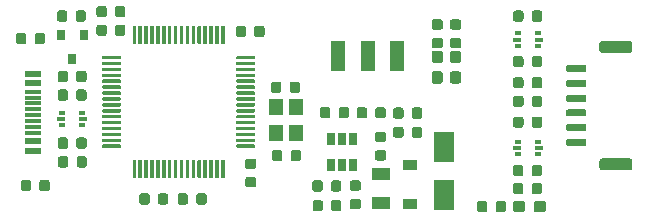
<source format=gbr>
G04 #@! TF.GenerationSoftware,KiCad,Pcbnew,(5.1.5)-3*
G04 #@! TF.CreationDate,2020-05-21T21:25:23+08:00*
G04 #@! TF.ProjectId,AdvancedSTLink,41647661-6e63-4656-9453-544c696e6b2e,rev?*
G04 #@! TF.SameCoordinates,Original*
G04 #@! TF.FileFunction,Paste,Top*
G04 #@! TF.FilePolarity,Positive*
%FSLAX46Y46*%
G04 Gerber Fmt 4.6, Leading zero omitted, Abs format (unit mm)*
G04 Created by KiCad (PCBNEW (5.1.5)-3) date 2020-05-21 21:25:23*
%MOMM*%
%LPD*%
G04 APERTURE LIST*
%ADD10C,0.100000*%
%ADD11R,1.800000X2.500000*%
%ADD12R,1.200000X1.400000*%
%ADD13R,0.500000X0.375000*%
%ADD14R,0.650000X0.300000*%
%ADD15R,0.650000X1.060000*%
%ADD16R,0.800000X0.900000*%
%ADD17R,1.250000X2.500000*%
%ADD18R,1.500000X1.000000*%
%ADD19R,1.450000X0.600000*%
%ADD20R,1.450000X0.300000*%
%ADD21R,1.200000X0.900000*%
G04 APERTURE END LIST*
D10*
G36*
X209490524Y-110831084D02*
G01*
X209514793Y-110834684D01*
X209538591Y-110840645D01*
X209561691Y-110848910D01*
X209583869Y-110859400D01*
X209604913Y-110872013D01*
X209624618Y-110886627D01*
X209642797Y-110903103D01*
X209659273Y-110921282D01*
X209673887Y-110940987D01*
X209686500Y-110962031D01*
X209696990Y-110984209D01*
X209705255Y-111007309D01*
X209711216Y-111031107D01*
X209714816Y-111055376D01*
X209716020Y-111079880D01*
X209716020Y-111579880D01*
X209714816Y-111604384D01*
X209711216Y-111628653D01*
X209705255Y-111652451D01*
X209696990Y-111675551D01*
X209686500Y-111697729D01*
X209673887Y-111718773D01*
X209659273Y-111738478D01*
X209642797Y-111756657D01*
X209624618Y-111773133D01*
X209604913Y-111787747D01*
X209583869Y-111800360D01*
X209561691Y-111810850D01*
X209538591Y-111819115D01*
X209514793Y-111825076D01*
X209490524Y-111828676D01*
X209466020Y-111829880D01*
X207166020Y-111829880D01*
X207141516Y-111828676D01*
X207117247Y-111825076D01*
X207093449Y-111819115D01*
X207070349Y-111810850D01*
X207048171Y-111800360D01*
X207027127Y-111787747D01*
X207007422Y-111773133D01*
X206989243Y-111756657D01*
X206972767Y-111738478D01*
X206958153Y-111718773D01*
X206945540Y-111697729D01*
X206935050Y-111675551D01*
X206926785Y-111652451D01*
X206920824Y-111628653D01*
X206917224Y-111604384D01*
X206916020Y-111579880D01*
X206916020Y-111079880D01*
X206917224Y-111055376D01*
X206920824Y-111031107D01*
X206926785Y-111007309D01*
X206935050Y-110984209D01*
X206945540Y-110962031D01*
X206958153Y-110940987D01*
X206972767Y-110921282D01*
X206989243Y-110903103D01*
X207007422Y-110886627D01*
X207027127Y-110872013D01*
X207048171Y-110859400D01*
X207070349Y-110848910D01*
X207093449Y-110840645D01*
X207117247Y-110834684D01*
X207141516Y-110831084D01*
X207166020Y-110829880D01*
X209466020Y-110829880D01*
X209490524Y-110831084D01*
G37*
G36*
X209490524Y-100881084D02*
G01*
X209514793Y-100884684D01*
X209538591Y-100890645D01*
X209561691Y-100898910D01*
X209583869Y-100909400D01*
X209604913Y-100922013D01*
X209624618Y-100936627D01*
X209642797Y-100953103D01*
X209659273Y-100971282D01*
X209673887Y-100990987D01*
X209686500Y-101012031D01*
X209696990Y-101034209D01*
X209705255Y-101057309D01*
X209711216Y-101081107D01*
X209714816Y-101105376D01*
X209716020Y-101129880D01*
X209716020Y-101629880D01*
X209714816Y-101654384D01*
X209711216Y-101678653D01*
X209705255Y-101702451D01*
X209696990Y-101725551D01*
X209686500Y-101747729D01*
X209673887Y-101768773D01*
X209659273Y-101788478D01*
X209642797Y-101806657D01*
X209624618Y-101823133D01*
X209604913Y-101837747D01*
X209583869Y-101850360D01*
X209561691Y-101860850D01*
X209538591Y-101869115D01*
X209514793Y-101875076D01*
X209490524Y-101878676D01*
X209466020Y-101879880D01*
X207166020Y-101879880D01*
X207141516Y-101878676D01*
X207117247Y-101875076D01*
X207093449Y-101869115D01*
X207070349Y-101860850D01*
X207048171Y-101850360D01*
X207027127Y-101837747D01*
X207007422Y-101823133D01*
X206989243Y-101806657D01*
X206972767Y-101788478D01*
X206958153Y-101768773D01*
X206945540Y-101747729D01*
X206935050Y-101725551D01*
X206926785Y-101702451D01*
X206920824Y-101678653D01*
X206917224Y-101654384D01*
X206916020Y-101629880D01*
X206916020Y-101129880D01*
X206917224Y-101105376D01*
X206920824Y-101081107D01*
X206926785Y-101057309D01*
X206935050Y-101034209D01*
X206945540Y-101012031D01*
X206958153Y-100990987D01*
X206972767Y-100971282D01*
X206989243Y-100953103D01*
X207007422Y-100936627D01*
X207027127Y-100922013D01*
X207048171Y-100909400D01*
X207070349Y-100898910D01*
X207093449Y-100890645D01*
X207117247Y-100884684D01*
X207141516Y-100881084D01*
X207166020Y-100879880D01*
X209466020Y-100879880D01*
X209490524Y-100881084D01*
G37*
G36*
X205680723Y-109180602D02*
G01*
X205695284Y-109182762D01*
X205709563Y-109186339D01*
X205723423Y-109191298D01*
X205736730Y-109197592D01*
X205749356Y-109205160D01*
X205761179Y-109213928D01*
X205772086Y-109223814D01*
X205781972Y-109234721D01*
X205790740Y-109246544D01*
X205798308Y-109259170D01*
X205804602Y-109272477D01*
X205809561Y-109286337D01*
X205813138Y-109300616D01*
X205815298Y-109315177D01*
X205816020Y-109329880D01*
X205816020Y-109629880D01*
X205815298Y-109644583D01*
X205813138Y-109659144D01*
X205809561Y-109673423D01*
X205804602Y-109687283D01*
X205798308Y-109700590D01*
X205790740Y-109713216D01*
X205781972Y-109725039D01*
X205772086Y-109735946D01*
X205761179Y-109745832D01*
X205749356Y-109754600D01*
X205736730Y-109762168D01*
X205723423Y-109768462D01*
X205709563Y-109773421D01*
X205695284Y-109776998D01*
X205680723Y-109779158D01*
X205666020Y-109779880D01*
X204266020Y-109779880D01*
X204251317Y-109779158D01*
X204236756Y-109776998D01*
X204222477Y-109773421D01*
X204208617Y-109768462D01*
X204195310Y-109762168D01*
X204182684Y-109754600D01*
X204170861Y-109745832D01*
X204159954Y-109735946D01*
X204150068Y-109725039D01*
X204141300Y-109713216D01*
X204133732Y-109700590D01*
X204127438Y-109687283D01*
X204122479Y-109673423D01*
X204118902Y-109659144D01*
X204116742Y-109644583D01*
X204116020Y-109629880D01*
X204116020Y-109329880D01*
X204116742Y-109315177D01*
X204118902Y-109300616D01*
X204122479Y-109286337D01*
X204127438Y-109272477D01*
X204133732Y-109259170D01*
X204141300Y-109246544D01*
X204150068Y-109234721D01*
X204159954Y-109223814D01*
X204170861Y-109213928D01*
X204182684Y-109205160D01*
X204195310Y-109197592D01*
X204208617Y-109191298D01*
X204222477Y-109186339D01*
X204236756Y-109182762D01*
X204251317Y-109180602D01*
X204266020Y-109179880D01*
X205666020Y-109179880D01*
X205680723Y-109180602D01*
G37*
G36*
X205680723Y-107930602D02*
G01*
X205695284Y-107932762D01*
X205709563Y-107936339D01*
X205723423Y-107941298D01*
X205736730Y-107947592D01*
X205749356Y-107955160D01*
X205761179Y-107963928D01*
X205772086Y-107973814D01*
X205781972Y-107984721D01*
X205790740Y-107996544D01*
X205798308Y-108009170D01*
X205804602Y-108022477D01*
X205809561Y-108036337D01*
X205813138Y-108050616D01*
X205815298Y-108065177D01*
X205816020Y-108079880D01*
X205816020Y-108379880D01*
X205815298Y-108394583D01*
X205813138Y-108409144D01*
X205809561Y-108423423D01*
X205804602Y-108437283D01*
X205798308Y-108450590D01*
X205790740Y-108463216D01*
X205781972Y-108475039D01*
X205772086Y-108485946D01*
X205761179Y-108495832D01*
X205749356Y-108504600D01*
X205736730Y-108512168D01*
X205723423Y-108518462D01*
X205709563Y-108523421D01*
X205695284Y-108526998D01*
X205680723Y-108529158D01*
X205666020Y-108529880D01*
X204266020Y-108529880D01*
X204251317Y-108529158D01*
X204236756Y-108526998D01*
X204222477Y-108523421D01*
X204208617Y-108518462D01*
X204195310Y-108512168D01*
X204182684Y-108504600D01*
X204170861Y-108495832D01*
X204159954Y-108485946D01*
X204150068Y-108475039D01*
X204141300Y-108463216D01*
X204133732Y-108450590D01*
X204127438Y-108437283D01*
X204122479Y-108423423D01*
X204118902Y-108409144D01*
X204116742Y-108394583D01*
X204116020Y-108379880D01*
X204116020Y-108079880D01*
X204116742Y-108065177D01*
X204118902Y-108050616D01*
X204122479Y-108036337D01*
X204127438Y-108022477D01*
X204133732Y-108009170D01*
X204141300Y-107996544D01*
X204150068Y-107984721D01*
X204159954Y-107973814D01*
X204170861Y-107963928D01*
X204182684Y-107955160D01*
X204195310Y-107947592D01*
X204208617Y-107941298D01*
X204222477Y-107936339D01*
X204236756Y-107932762D01*
X204251317Y-107930602D01*
X204266020Y-107929880D01*
X205666020Y-107929880D01*
X205680723Y-107930602D01*
G37*
G36*
X205680723Y-106680602D02*
G01*
X205695284Y-106682762D01*
X205709563Y-106686339D01*
X205723423Y-106691298D01*
X205736730Y-106697592D01*
X205749356Y-106705160D01*
X205761179Y-106713928D01*
X205772086Y-106723814D01*
X205781972Y-106734721D01*
X205790740Y-106746544D01*
X205798308Y-106759170D01*
X205804602Y-106772477D01*
X205809561Y-106786337D01*
X205813138Y-106800616D01*
X205815298Y-106815177D01*
X205816020Y-106829880D01*
X205816020Y-107129880D01*
X205815298Y-107144583D01*
X205813138Y-107159144D01*
X205809561Y-107173423D01*
X205804602Y-107187283D01*
X205798308Y-107200590D01*
X205790740Y-107213216D01*
X205781972Y-107225039D01*
X205772086Y-107235946D01*
X205761179Y-107245832D01*
X205749356Y-107254600D01*
X205736730Y-107262168D01*
X205723423Y-107268462D01*
X205709563Y-107273421D01*
X205695284Y-107276998D01*
X205680723Y-107279158D01*
X205666020Y-107279880D01*
X204266020Y-107279880D01*
X204251317Y-107279158D01*
X204236756Y-107276998D01*
X204222477Y-107273421D01*
X204208617Y-107268462D01*
X204195310Y-107262168D01*
X204182684Y-107254600D01*
X204170861Y-107245832D01*
X204159954Y-107235946D01*
X204150068Y-107225039D01*
X204141300Y-107213216D01*
X204133732Y-107200590D01*
X204127438Y-107187283D01*
X204122479Y-107173423D01*
X204118902Y-107159144D01*
X204116742Y-107144583D01*
X204116020Y-107129880D01*
X204116020Y-106829880D01*
X204116742Y-106815177D01*
X204118902Y-106800616D01*
X204122479Y-106786337D01*
X204127438Y-106772477D01*
X204133732Y-106759170D01*
X204141300Y-106746544D01*
X204150068Y-106734721D01*
X204159954Y-106723814D01*
X204170861Y-106713928D01*
X204182684Y-106705160D01*
X204195310Y-106697592D01*
X204208617Y-106691298D01*
X204222477Y-106686339D01*
X204236756Y-106682762D01*
X204251317Y-106680602D01*
X204266020Y-106679880D01*
X205666020Y-106679880D01*
X205680723Y-106680602D01*
G37*
G36*
X205680723Y-105430602D02*
G01*
X205695284Y-105432762D01*
X205709563Y-105436339D01*
X205723423Y-105441298D01*
X205736730Y-105447592D01*
X205749356Y-105455160D01*
X205761179Y-105463928D01*
X205772086Y-105473814D01*
X205781972Y-105484721D01*
X205790740Y-105496544D01*
X205798308Y-105509170D01*
X205804602Y-105522477D01*
X205809561Y-105536337D01*
X205813138Y-105550616D01*
X205815298Y-105565177D01*
X205816020Y-105579880D01*
X205816020Y-105879880D01*
X205815298Y-105894583D01*
X205813138Y-105909144D01*
X205809561Y-105923423D01*
X205804602Y-105937283D01*
X205798308Y-105950590D01*
X205790740Y-105963216D01*
X205781972Y-105975039D01*
X205772086Y-105985946D01*
X205761179Y-105995832D01*
X205749356Y-106004600D01*
X205736730Y-106012168D01*
X205723423Y-106018462D01*
X205709563Y-106023421D01*
X205695284Y-106026998D01*
X205680723Y-106029158D01*
X205666020Y-106029880D01*
X204266020Y-106029880D01*
X204251317Y-106029158D01*
X204236756Y-106026998D01*
X204222477Y-106023421D01*
X204208617Y-106018462D01*
X204195310Y-106012168D01*
X204182684Y-106004600D01*
X204170861Y-105995832D01*
X204159954Y-105985946D01*
X204150068Y-105975039D01*
X204141300Y-105963216D01*
X204133732Y-105950590D01*
X204127438Y-105937283D01*
X204122479Y-105923423D01*
X204118902Y-105909144D01*
X204116742Y-105894583D01*
X204116020Y-105879880D01*
X204116020Y-105579880D01*
X204116742Y-105565177D01*
X204118902Y-105550616D01*
X204122479Y-105536337D01*
X204127438Y-105522477D01*
X204133732Y-105509170D01*
X204141300Y-105496544D01*
X204150068Y-105484721D01*
X204159954Y-105473814D01*
X204170861Y-105463928D01*
X204182684Y-105455160D01*
X204195310Y-105447592D01*
X204208617Y-105441298D01*
X204222477Y-105436339D01*
X204236756Y-105432762D01*
X204251317Y-105430602D01*
X204266020Y-105429880D01*
X205666020Y-105429880D01*
X205680723Y-105430602D01*
G37*
G36*
X205680723Y-104180602D02*
G01*
X205695284Y-104182762D01*
X205709563Y-104186339D01*
X205723423Y-104191298D01*
X205736730Y-104197592D01*
X205749356Y-104205160D01*
X205761179Y-104213928D01*
X205772086Y-104223814D01*
X205781972Y-104234721D01*
X205790740Y-104246544D01*
X205798308Y-104259170D01*
X205804602Y-104272477D01*
X205809561Y-104286337D01*
X205813138Y-104300616D01*
X205815298Y-104315177D01*
X205816020Y-104329880D01*
X205816020Y-104629880D01*
X205815298Y-104644583D01*
X205813138Y-104659144D01*
X205809561Y-104673423D01*
X205804602Y-104687283D01*
X205798308Y-104700590D01*
X205790740Y-104713216D01*
X205781972Y-104725039D01*
X205772086Y-104735946D01*
X205761179Y-104745832D01*
X205749356Y-104754600D01*
X205736730Y-104762168D01*
X205723423Y-104768462D01*
X205709563Y-104773421D01*
X205695284Y-104776998D01*
X205680723Y-104779158D01*
X205666020Y-104779880D01*
X204266020Y-104779880D01*
X204251317Y-104779158D01*
X204236756Y-104776998D01*
X204222477Y-104773421D01*
X204208617Y-104768462D01*
X204195310Y-104762168D01*
X204182684Y-104754600D01*
X204170861Y-104745832D01*
X204159954Y-104735946D01*
X204150068Y-104725039D01*
X204141300Y-104713216D01*
X204133732Y-104700590D01*
X204127438Y-104687283D01*
X204122479Y-104673423D01*
X204118902Y-104659144D01*
X204116742Y-104644583D01*
X204116020Y-104629880D01*
X204116020Y-104329880D01*
X204116742Y-104315177D01*
X204118902Y-104300616D01*
X204122479Y-104286337D01*
X204127438Y-104272477D01*
X204133732Y-104259170D01*
X204141300Y-104246544D01*
X204150068Y-104234721D01*
X204159954Y-104223814D01*
X204170861Y-104213928D01*
X204182684Y-104205160D01*
X204195310Y-104197592D01*
X204208617Y-104191298D01*
X204222477Y-104186339D01*
X204236756Y-104182762D01*
X204251317Y-104180602D01*
X204266020Y-104179880D01*
X205666020Y-104179880D01*
X205680723Y-104180602D01*
G37*
G36*
X205680723Y-102930602D02*
G01*
X205695284Y-102932762D01*
X205709563Y-102936339D01*
X205723423Y-102941298D01*
X205736730Y-102947592D01*
X205749356Y-102955160D01*
X205761179Y-102963928D01*
X205772086Y-102973814D01*
X205781972Y-102984721D01*
X205790740Y-102996544D01*
X205798308Y-103009170D01*
X205804602Y-103022477D01*
X205809561Y-103036337D01*
X205813138Y-103050616D01*
X205815298Y-103065177D01*
X205816020Y-103079880D01*
X205816020Y-103379880D01*
X205815298Y-103394583D01*
X205813138Y-103409144D01*
X205809561Y-103423423D01*
X205804602Y-103437283D01*
X205798308Y-103450590D01*
X205790740Y-103463216D01*
X205781972Y-103475039D01*
X205772086Y-103485946D01*
X205761179Y-103495832D01*
X205749356Y-103504600D01*
X205736730Y-103512168D01*
X205723423Y-103518462D01*
X205709563Y-103523421D01*
X205695284Y-103526998D01*
X205680723Y-103529158D01*
X205666020Y-103529880D01*
X204266020Y-103529880D01*
X204251317Y-103529158D01*
X204236756Y-103526998D01*
X204222477Y-103523421D01*
X204208617Y-103518462D01*
X204195310Y-103512168D01*
X204182684Y-103504600D01*
X204170861Y-103495832D01*
X204159954Y-103485946D01*
X204150068Y-103475039D01*
X204141300Y-103463216D01*
X204133732Y-103450590D01*
X204127438Y-103437283D01*
X204122479Y-103423423D01*
X204118902Y-103409144D01*
X204116742Y-103394583D01*
X204116020Y-103379880D01*
X204116020Y-103079880D01*
X204116742Y-103065177D01*
X204118902Y-103050616D01*
X204122479Y-103036337D01*
X204127438Y-103022477D01*
X204133732Y-103009170D01*
X204141300Y-102996544D01*
X204150068Y-102984721D01*
X204159954Y-102973814D01*
X204170861Y-102963928D01*
X204182684Y-102955160D01*
X204195310Y-102947592D01*
X204208617Y-102941298D01*
X204222477Y-102936339D01*
X204236756Y-102932762D01*
X204251317Y-102930602D01*
X204266020Y-102929880D01*
X205666020Y-102929880D01*
X205680723Y-102930602D01*
G37*
G36*
X161725671Y-104989393D02*
G01*
X161746906Y-104992543D01*
X161767730Y-104997759D01*
X161787942Y-105004991D01*
X161807348Y-105014170D01*
X161825761Y-105025206D01*
X161843004Y-105037994D01*
X161858910Y-105052410D01*
X161873326Y-105068316D01*
X161886114Y-105085559D01*
X161897150Y-105103972D01*
X161906329Y-105123378D01*
X161913561Y-105143590D01*
X161918777Y-105164414D01*
X161921927Y-105185649D01*
X161922980Y-105207090D01*
X161922980Y-105719590D01*
X161921927Y-105741031D01*
X161918777Y-105762266D01*
X161913561Y-105783090D01*
X161906329Y-105803302D01*
X161897150Y-105822708D01*
X161886114Y-105841121D01*
X161873326Y-105858364D01*
X161858910Y-105874270D01*
X161843004Y-105888686D01*
X161825761Y-105901474D01*
X161807348Y-105912510D01*
X161787942Y-105921689D01*
X161767730Y-105928921D01*
X161746906Y-105934137D01*
X161725671Y-105937287D01*
X161704230Y-105938340D01*
X161266730Y-105938340D01*
X161245289Y-105937287D01*
X161224054Y-105934137D01*
X161203230Y-105928921D01*
X161183018Y-105921689D01*
X161163612Y-105912510D01*
X161145199Y-105901474D01*
X161127956Y-105888686D01*
X161112050Y-105874270D01*
X161097634Y-105858364D01*
X161084846Y-105841121D01*
X161073810Y-105822708D01*
X161064631Y-105803302D01*
X161057399Y-105783090D01*
X161052183Y-105762266D01*
X161049033Y-105741031D01*
X161047980Y-105719590D01*
X161047980Y-105207090D01*
X161049033Y-105185649D01*
X161052183Y-105164414D01*
X161057399Y-105143590D01*
X161064631Y-105123378D01*
X161073810Y-105103972D01*
X161084846Y-105085559D01*
X161097634Y-105068316D01*
X161112050Y-105052410D01*
X161127956Y-105037994D01*
X161145199Y-105025206D01*
X161163612Y-105014170D01*
X161183018Y-105004991D01*
X161203230Y-104997759D01*
X161224054Y-104992543D01*
X161245289Y-104989393D01*
X161266730Y-104988340D01*
X161704230Y-104988340D01*
X161725671Y-104989393D01*
G37*
G36*
X163300671Y-104989393D02*
G01*
X163321906Y-104992543D01*
X163342730Y-104997759D01*
X163362942Y-105004991D01*
X163382348Y-105014170D01*
X163400761Y-105025206D01*
X163418004Y-105037994D01*
X163433910Y-105052410D01*
X163448326Y-105068316D01*
X163461114Y-105085559D01*
X163472150Y-105103972D01*
X163481329Y-105123378D01*
X163488561Y-105143590D01*
X163493777Y-105164414D01*
X163496927Y-105185649D01*
X163497980Y-105207090D01*
X163497980Y-105719590D01*
X163496927Y-105741031D01*
X163493777Y-105762266D01*
X163488561Y-105783090D01*
X163481329Y-105803302D01*
X163472150Y-105822708D01*
X163461114Y-105841121D01*
X163448326Y-105858364D01*
X163433910Y-105874270D01*
X163418004Y-105888686D01*
X163400761Y-105901474D01*
X163382348Y-105912510D01*
X163362942Y-105921689D01*
X163342730Y-105928921D01*
X163321906Y-105934137D01*
X163300671Y-105937287D01*
X163279230Y-105938340D01*
X162841730Y-105938340D01*
X162820289Y-105937287D01*
X162799054Y-105934137D01*
X162778230Y-105928921D01*
X162758018Y-105921689D01*
X162738612Y-105912510D01*
X162720199Y-105901474D01*
X162702956Y-105888686D01*
X162687050Y-105874270D01*
X162672634Y-105858364D01*
X162659846Y-105841121D01*
X162648810Y-105822708D01*
X162639631Y-105803302D01*
X162632399Y-105783090D01*
X162627183Y-105762266D01*
X162624033Y-105741031D01*
X162622980Y-105719590D01*
X162622980Y-105207090D01*
X162624033Y-105185649D01*
X162627183Y-105164414D01*
X162632399Y-105143590D01*
X162639631Y-105123378D01*
X162648810Y-105103972D01*
X162659846Y-105085559D01*
X162672634Y-105068316D01*
X162687050Y-105052410D01*
X162702956Y-105037994D01*
X162720199Y-105025206D01*
X162738612Y-105014170D01*
X162758018Y-105004991D01*
X162778230Y-104997759D01*
X162799054Y-104992543D01*
X162820289Y-104989393D01*
X162841730Y-104988340D01*
X163279230Y-104988340D01*
X163300671Y-104989393D01*
G37*
D11*
X193751200Y-113897160D03*
X193751200Y-109897160D03*
D12*
X181263660Y-106486780D03*
X181263660Y-108686780D03*
X179563660Y-108686780D03*
X179563660Y-106486780D03*
D10*
G36*
X201870571Y-107285553D02*
G01*
X201891806Y-107288703D01*
X201912630Y-107293919D01*
X201932842Y-107301151D01*
X201952248Y-107310330D01*
X201970661Y-107321366D01*
X201987904Y-107334154D01*
X202003810Y-107348570D01*
X202018226Y-107364476D01*
X202031014Y-107381719D01*
X202042050Y-107400132D01*
X202051229Y-107419538D01*
X202058461Y-107439750D01*
X202063677Y-107460574D01*
X202066827Y-107481809D01*
X202067880Y-107503250D01*
X202067880Y-108015750D01*
X202066827Y-108037191D01*
X202063677Y-108058426D01*
X202058461Y-108079250D01*
X202051229Y-108099462D01*
X202042050Y-108118868D01*
X202031014Y-108137281D01*
X202018226Y-108154524D01*
X202003810Y-108170430D01*
X201987904Y-108184846D01*
X201970661Y-108197634D01*
X201952248Y-108208670D01*
X201932842Y-108217849D01*
X201912630Y-108225081D01*
X201891806Y-108230297D01*
X201870571Y-108233447D01*
X201849130Y-108234500D01*
X201411630Y-108234500D01*
X201390189Y-108233447D01*
X201368954Y-108230297D01*
X201348130Y-108225081D01*
X201327918Y-108217849D01*
X201308512Y-108208670D01*
X201290099Y-108197634D01*
X201272856Y-108184846D01*
X201256950Y-108170430D01*
X201242534Y-108154524D01*
X201229746Y-108137281D01*
X201218710Y-108118868D01*
X201209531Y-108099462D01*
X201202299Y-108079250D01*
X201197083Y-108058426D01*
X201193933Y-108037191D01*
X201192880Y-108015750D01*
X201192880Y-107503250D01*
X201193933Y-107481809D01*
X201197083Y-107460574D01*
X201202299Y-107439750D01*
X201209531Y-107419538D01*
X201218710Y-107400132D01*
X201229746Y-107381719D01*
X201242534Y-107364476D01*
X201256950Y-107348570D01*
X201272856Y-107334154D01*
X201290099Y-107321366D01*
X201308512Y-107310330D01*
X201327918Y-107301151D01*
X201348130Y-107293919D01*
X201368954Y-107288703D01*
X201390189Y-107285553D01*
X201411630Y-107284500D01*
X201849130Y-107284500D01*
X201870571Y-107285553D01*
G37*
G36*
X200295571Y-107285553D02*
G01*
X200316806Y-107288703D01*
X200337630Y-107293919D01*
X200357842Y-107301151D01*
X200377248Y-107310330D01*
X200395661Y-107321366D01*
X200412904Y-107334154D01*
X200428810Y-107348570D01*
X200443226Y-107364476D01*
X200456014Y-107381719D01*
X200467050Y-107400132D01*
X200476229Y-107419538D01*
X200483461Y-107439750D01*
X200488677Y-107460574D01*
X200491827Y-107481809D01*
X200492880Y-107503250D01*
X200492880Y-108015750D01*
X200491827Y-108037191D01*
X200488677Y-108058426D01*
X200483461Y-108079250D01*
X200476229Y-108099462D01*
X200467050Y-108118868D01*
X200456014Y-108137281D01*
X200443226Y-108154524D01*
X200428810Y-108170430D01*
X200412904Y-108184846D01*
X200395661Y-108197634D01*
X200377248Y-108208670D01*
X200357842Y-108217849D01*
X200337630Y-108225081D01*
X200316806Y-108230297D01*
X200295571Y-108233447D01*
X200274130Y-108234500D01*
X199836630Y-108234500D01*
X199815189Y-108233447D01*
X199793954Y-108230297D01*
X199773130Y-108225081D01*
X199752918Y-108217849D01*
X199733512Y-108208670D01*
X199715099Y-108197634D01*
X199697856Y-108184846D01*
X199681950Y-108170430D01*
X199667534Y-108154524D01*
X199654746Y-108137281D01*
X199643710Y-108118868D01*
X199634531Y-108099462D01*
X199627299Y-108079250D01*
X199622083Y-108058426D01*
X199618933Y-108037191D01*
X199617880Y-108015750D01*
X199617880Y-107503250D01*
X199618933Y-107481809D01*
X199622083Y-107460574D01*
X199627299Y-107439750D01*
X199634531Y-107419538D01*
X199643710Y-107400132D01*
X199654746Y-107381719D01*
X199667534Y-107364476D01*
X199681950Y-107348570D01*
X199697856Y-107334154D01*
X199715099Y-107321366D01*
X199733512Y-107310330D01*
X199752918Y-107301151D01*
X199773130Y-107293919D01*
X199793954Y-107288703D01*
X199815189Y-107285553D01*
X199836630Y-107284500D01*
X200274130Y-107284500D01*
X200295571Y-107285553D01*
G37*
G36*
X173463211Y-113790493D02*
G01*
X173484446Y-113793643D01*
X173505270Y-113798859D01*
X173525482Y-113806091D01*
X173544888Y-113815270D01*
X173563301Y-113826306D01*
X173580544Y-113839094D01*
X173596450Y-113853510D01*
X173610866Y-113869416D01*
X173623654Y-113886659D01*
X173634690Y-113905072D01*
X173643869Y-113924478D01*
X173651101Y-113944690D01*
X173656317Y-113965514D01*
X173659467Y-113986749D01*
X173660520Y-114008190D01*
X173660520Y-114520690D01*
X173659467Y-114542131D01*
X173656317Y-114563366D01*
X173651101Y-114584190D01*
X173643869Y-114604402D01*
X173634690Y-114623808D01*
X173623654Y-114642221D01*
X173610866Y-114659464D01*
X173596450Y-114675370D01*
X173580544Y-114689786D01*
X173563301Y-114702574D01*
X173544888Y-114713610D01*
X173525482Y-114722789D01*
X173505270Y-114730021D01*
X173484446Y-114735237D01*
X173463211Y-114738387D01*
X173441770Y-114739440D01*
X173004270Y-114739440D01*
X172982829Y-114738387D01*
X172961594Y-114735237D01*
X172940770Y-114730021D01*
X172920558Y-114722789D01*
X172901152Y-114713610D01*
X172882739Y-114702574D01*
X172865496Y-114689786D01*
X172849590Y-114675370D01*
X172835174Y-114659464D01*
X172822386Y-114642221D01*
X172811350Y-114623808D01*
X172802171Y-114604402D01*
X172794939Y-114584190D01*
X172789723Y-114563366D01*
X172786573Y-114542131D01*
X172785520Y-114520690D01*
X172785520Y-114008190D01*
X172786573Y-113986749D01*
X172789723Y-113965514D01*
X172794939Y-113944690D01*
X172802171Y-113924478D01*
X172811350Y-113905072D01*
X172822386Y-113886659D01*
X172835174Y-113869416D01*
X172849590Y-113853510D01*
X172865496Y-113839094D01*
X172882739Y-113826306D01*
X172901152Y-113815270D01*
X172920558Y-113806091D01*
X172940770Y-113798859D01*
X172961594Y-113793643D01*
X172982829Y-113790493D01*
X173004270Y-113789440D01*
X173441770Y-113789440D01*
X173463211Y-113790493D01*
G37*
G36*
X171888211Y-113790493D02*
G01*
X171909446Y-113793643D01*
X171930270Y-113798859D01*
X171950482Y-113806091D01*
X171969888Y-113815270D01*
X171988301Y-113826306D01*
X172005544Y-113839094D01*
X172021450Y-113853510D01*
X172035866Y-113869416D01*
X172048654Y-113886659D01*
X172059690Y-113905072D01*
X172068869Y-113924478D01*
X172076101Y-113944690D01*
X172081317Y-113965514D01*
X172084467Y-113986749D01*
X172085520Y-114008190D01*
X172085520Y-114520690D01*
X172084467Y-114542131D01*
X172081317Y-114563366D01*
X172076101Y-114584190D01*
X172068869Y-114604402D01*
X172059690Y-114623808D01*
X172048654Y-114642221D01*
X172035866Y-114659464D01*
X172021450Y-114675370D01*
X172005544Y-114689786D01*
X171988301Y-114702574D01*
X171969888Y-114713610D01*
X171950482Y-114722789D01*
X171930270Y-114730021D01*
X171909446Y-114735237D01*
X171888211Y-114738387D01*
X171866770Y-114739440D01*
X171429270Y-114739440D01*
X171407829Y-114738387D01*
X171386594Y-114735237D01*
X171365770Y-114730021D01*
X171345558Y-114722789D01*
X171326152Y-114713610D01*
X171307739Y-114702574D01*
X171290496Y-114689786D01*
X171274590Y-114675370D01*
X171260174Y-114659464D01*
X171247386Y-114642221D01*
X171236350Y-114623808D01*
X171227171Y-114604402D01*
X171219939Y-114584190D01*
X171214723Y-114563366D01*
X171211573Y-114542131D01*
X171210520Y-114520690D01*
X171210520Y-114008190D01*
X171211573Y-113986749D01*
X171214723Y-113965514D01*
X171219939Y-113944690D01*
X171227171Y-113924478D01*
X171236350Y-113905072D01*
X171247386Y-113886659D01*
X171260174Y-113869416D01*
X171274590Y-113853510D01*
X171290496Y-113839094D01*
X171307739Y-113826306D01*
X171326152Y-113815270D01*
X171345558Y-113806091D01*
X171365770Y-113798859D01*
X171386594Y-113793643D01*
X171407829Y-113790493D01*
X171429270Y-113789440D01*
X171866770Y-113789440D01*
X171888211Y-113790493D01*
G37*
G36*
X197242491Y-114435653D02*
G01*
X197263726Y-114438803D01*
X197284550Y-114444019D01*
X197304762Y-114451251D01*
X197324168Y-114460430D01*
X197342581Y-114471466D01*
X197359824Y-114484254D01*
X197375730Y-114498670D01*
X197390146Y-114514576D01*
X197402934Y-114531819D01*
X197413970Y-114550232D01*
X197423149Y-114569638D01*
X197430381Y-114589850D01*
X197435597Y-114610674D01*
X197438747Y-114631909D01*
X197439800Y-114653350D01*
X197439800Y-115165850D01*
X197438747Y-115187291D01*
X197435597Y-115208526D01*
X197430381Y-115229350D01*
X197423149Y-115249562D01*
X197413970Y-115268968D01*
X197402934Y-115287381D01*
X197390146Y-115304624D01*
X197375730Y-115320530D01*
X197359824Y-115334946D01*
X197342581Y-115347734D01*
X197324168Y-115358770D01*
X197304762Y-115367949D01*
X197284550Y-115375181D01*
X197263726Y-115380397D01*
X197242491Y-115383547D01*
X197221050Y-115384600D01*
X196783550Y-115384600D01*
X196762109Y-115383547D01*
X196740874Y-115380397D01*
X196720050Y-115375181D01*
X196699838Y-115367949D01*
X196680432Y-115358770D01*
X196662019Y-115347734D01*
X196644776Y-115334946D01*
X196628870Y-115320530D01*
X196614454Y-115304624D01*
X196601666Y-115287381D01*
X196590630Y-115268968D01*
X196581451Y-115249562D01*
X196574219Y-115229350D01*
X196569003Y-115208526D01*
X196565853Y-115187291D01*
X196564800Y-115165850D01*
X196564800Y-114653350D01*
X196565853Y-114631909D01*
X196569003Y-114610674D01*
X196574219Y-114589850D01*
X196581451Y-114569638D01*
X196590630Y-114550232D01*
X196601666Y-114531819D01*
X196614454Y-114514576D01*
X196628870Y-114498670D01*
X196644776Y-114484254D01*
X196662019Y-114471466D01*
X196680432Y-114460430D01*
X196699838Y-114451251D01*
X196720050Y-114444019D01*
X196740874Y-114438803D01*
X196762109Y-114435653D01*
X196783550Y-114434600D01*
X197221050Y-114434600D01*
X197242491Y-114435653D01*
G37*
G36*
X198817491Y-114435653D02*
G01*
X198838726Y-114438803D01*
X198859550Y-114444019D01*
X198879762Y-114451251D01*
X198899168Y-114460430D01*
X198917581Y-114471466D01*
X198934824Y-114484254D01*
X198950730Y-114498670D01*
X198965146Y-114514576D01*
X198977934Y-114531819D01*
X198988970Y-114550232D01*
X198998149Y-114569638D01*
X199005381Y-114589850D01*
X199010597Y-114610674D01*
X199013747Y-114631909D01*
X199014800Y-114653350D01*
X199014800Y-115165850D01*
X199013747Y-115187291D01*
X199010597Y-115208526D01*
X199005381Y-115229350D01*
X198998149Y-115249562D01*
X198988970Y-115268968D01*
X198977934Y-115287381D01*
X198965146Y-115304624D01*
X198950730Y-115320530D01*
X198934824Y-115334946D01*
X198917581Y-115347734D01*
X198899168Y-115358770D01*
X198879762Y-115367949D01*
X198859550Y-115375181D01*
X198838726Y-115380397D01*
X198817491Y-115383547D01*
X198796050Y-115384600D01*
X198358550Y-115384600D01*
X198337109Y-115383547D01*
X198315874Y-115380397D01*
X198295050Y-115375181D01*
X198274838Y-115367949D01*
X198255432Y-115358770D01*
X198237019Y-115347734D01*
X198219776Y-115334946D01*
X198203870Y-115320530D01*
X198189454Y-115304624D01*
X198176666Y-115287381D01*
X198165630Y-115268968D01*
X198156451Y-115249562D01*
X198149219Y-115229350D01*
X198144003Y-115208526D01*
X198140853Y-115187291D01*
X198139800Y-115165850D01*
X198139800Y-114653350D01*
X198140853Y-114631909D01*
X198144003Y-114610674D01*
X198149219Y-114589850D01*
X198156451Y-114569638D01*
X198165630Y-114550232D01*
X198176666Y-114531819D01*
X198189454Y-114514576D01*
X198203870Y-114498670D01*
X198219776Y-114484254D01*
X198237019Y-114471466D01*
X198255432Y-114460430D01*
X198274838Y-114451251D01*
X198295050Y-114444019D01*
X198315874Y-114438803D01*
X198337109Y-114435653D01*
X198358550Y-114434600D01*
X198796050Y-114434600D01*
X198817491Y-114435653D01*
G37*
G36*
X185512971Y-106475293D02*
G01*
X185534206Y-106478443D01*
X185555030Y-106483659D01*
X185575242Y-106490891D01*
X185594648Y-106500070D01*
X185613061Y-106511106D01*
X185630304Y-106523894D01*
X185646210Y-106538310D01*
X185660626Y-106554216D01*
X185673414Y-106571459D01*
X185684450Y-106589872D01*
X185693629Y-106609278D01*
X185700861Y-106629490D01*
X185706077Y-106650314D01*
X185709227Y-106671549D01*
X185710280Y-106692990D01*
X185710280Y-107205490D01*
X185709227Y-107226931D01*
X185706077Y-107248166D01*
X185700861Y-107268990D01*
X185693629Y-107289202D01*
X185684450Y-107308608D01*
X185673414Y-107327021D01*
X185660626Y-107344264D01*
X185646210Y-107360170D01*
X185630304Y-107374586D01*
X185613061Y-107387374D01*
X185594648Y-107398410D01*
X185575242Y-107407589D01*
X185555030Y-107414821D01*
X185534206Y-107420037D01*
X185512971Y-107423187D01*
X185491530Y-107424240D01*
X185054030Y-107424240D01*
X185032589Y-107423187D01*
X185011354Y-107420037D01*
X184990530Y-107414821D01*
X184970318Y-107407589D01*
X184950912Y-107398410D01*
X184932499Y-107387374D01*
X184915256Y-107374586D01*
X184899350Y-107360170D01*
X184884934Y-107344264D01*
X184872146Y-107327021D01*
X184861110Y-107308608D01*
X184851931Y-107289202D01*
X184844699Y-107268990D01*
X184839483Y-107248166D01*
X184836333Y-107226931D01*
X184835280Y-107205490D01*
X184835280Y-106692990D01*
X184836333Y-106671549D01*
X184839483Y-106650314D01*
X184844699Y-106629490D01*
X184851931Y-106609278D01*
X184861110Y-106589872D01*
X184872146Y-106571459D01*
X184884934Y-106554216D01*
X184899350Y-106538310D01*
X184915256Y-106523894D01*
X184932499Y-106511106D01*
X184950912Y-106500070D01*
X184970318Y-106490891D01*
X184990530Y-106483659D01*
X185011354Y-106478443D01*
X185032589Y-106475293D01*
X185054030Y-106474240D01*
X185491530Y-106474240D01*
X185512971Y-106475293D01*
G37*
G36*
X183937971Y-106475293D02*
G01*
X183959206Y-106478443D01*
X183980030Y-106483659D01*
X184000242Y-106490891D01*
X184019648Y-106500070D01*
X184038061Y-106511106D01*
X184055304Y-106523894D01*
X184071210Y-106538310D01*
X184085626Y-106554216D01*
X184098414Y-106571459D01*
X184109450Y-106589872D01*
X184118629Y-106609278D01*
X184125861Y-106629490D01*
X184131077Y-106650314D01*
X184134227Y-106671549D01*
X184135280Y-106692990D01*
X184135280Y-107205490D01*
X184134227Y-107226931D01*
X184131077Y-107248166D01*
X184125861Y-107268990D01*
X184118629Y-107289202D01*
X184109450Y-107308608D01*
X184098414Y-107327021D01*
X184085626Y-107344264D01*
X184071210Y-107360170D01*
X184055304Y-107374586D01*
X184038061Y-107387374D01*
X184019648Y-107398410D01*
X184000242Y-107407589D01*
X183980030Y-107414821D01*
X183959206Y-107420037D01*
X183937971Y-107423187D01*
X183916530Y-107424240D01*
X183479030Y-107424240D01*
X183457589Y-107423187D01*
X183436354Y-107420037D01*
X183415530Y-107414821D01*
X183395318Y-107407589D01*
X183375912Y-107398410D01*
X183357499Y-107387374D01*
X183340256Y-107374586D01*
X183324350Y-107360170D01*
X183309934Y-107344264D01*
X183297146Y-107327021D01*
X183286110Y-107308608D01*
X183276931Y-107289202D01*
X183269699Y-107268990D01*
X183264483Y-107248166D01*
X183261333Y-107226931D01*
X183260280Y-107205490D01*
X183260280Y-106692990D01*
X183261333Y-106671549D01*
X183264483Y-106650314D01*
X183269699Y-106629490D01*
X183276931Y-106609278D01*
X183286110Y-106589872D01*
X183297146Y-106571459D01*
X183309934Y-106554216D01*
X183324350Y-106538310D01*
X183340256Y-106523894D01*
X183357499Y-106511106D01*
X183375912Y-106500070D01*
X183395318Y-106490891D01*
X183415530Y-106483659D01*
X183436354Y-106478443D01*
X183457589Y-106475293D01*
X183479030Y-106474240D01*
X183916530Y-106474240D01*
X183937971Y-106475293D01*
G37*
G36*
X188619391Y-106500693D02*
G01*
X188640626Y-106503843D01*
X188661450Y-106509059D01*
X188681662Y-106516291D01*
X188701068Y-106525470D01*
X188719481Y-106536506D01*
X188736724Y-106549294D01*
X188752630Y-106563710D01*
X188767046Y-106579616D01*
X188779834Y-106596859D01*
X188790870Y-106615272D01*
X188800049Y-106634678D01*
X188807281Y-106654890D01*
X188812497Y-106675714D01*
X188815647Y-106696949D01*
X188816700Y-106718390D01*
X188816700Y-107230890D01*
X188815647Y-107252331D01*
X188812497Y-107273566D01*
X188807281Y-107294390D01*
X188800049Y-107314602D01*
X188790870Y-107334008D01*
X188779834Y-107352421D01*
X188767046Y-107369664D01*
X188752630Y-107385570D01*
X188736724Y-107399986D01*
X188719481Y-107412774D01*
X188701068Y-107423810D01*
X188681662Y-107432989D01*
X188661450Y-107440221D01*
X188640626Y-107445437D01*
X188619391Y-107448587D01*
X188597950Y-107449640D01*
X188160450Y-107449640D01*
X188139009Y-107448587D01*
X188117774Y-107445437D01*
X188096950Y-107440221D01*
X188076738Y-107432989D01*
X188057332Y-107423810D01*
X188038919Y-107412774D01*
X188021676Y-107399986D01*
X188005770Y-107385570D01*
X187991354Y-107369664D01*
X187978566Y-107352421D01*
X187967530Y-107334008D01*
X187958351Y-107314602D01*
X187951119Y-107294390D01*
X187945903Y-107273566D01*
X187942753Y-107252331D01*
X187941700Y-107230890D01*
X187941700Y-106718390D01*
X187942753Y-106696949D01*
X187945903Y-106675714D01*
X187951119Y-106654890D01*
X187958351Y-106634678D01*
X187967530Y-106615272D01*
X187978566Y-106596859D01*
X187991354Y-106579616D01*
X188005770Y-106563710D01*
X188021676Y-106549294D01*
X188038919Y-106536506D01*
X188057332Y-106525470D01*
X188076738Y-106516291D01*
X188096950Y-106509059D01*
X188117774Y-106503843D01*
X188139009Y-106500693D01*
X188160450Y-106499640D01*
X188597950Y-106499640D01*
X188619391Y-106500693D01*
G37*
G36*
X187044391Y-106500693D02*
G01*
X187065626Y-106503843D01*
X187086450Y-106509059D01*
X187106662Y-106516291D01*
X187126068Y-106525470D01*
X187144481Y-106536506D01*
X187161724Y-106549294D01*
X187177630Y-106563710D01*
X187192046Y-106579616D01*
X187204834Y-106596859D01*
X187215870Y-106615272D01*
X187225049Y-106634678D01*
X187232281Y-106654890D01*
X187237497Y-106675714D01*
X187240647Y-106696949D01*
X187241700Y-106718390D01*
X187241700Y-107230890D01*
X187240647Y-107252331D01*
X187237497Y-107273566D01*
X187232281Y-107294390D01*
X187225049Y-107314602D01*
X187215870Y-107334008D01*
X187204834Y-107352421D01*
X187192046Y-107369664D01*
X187177630Y-107385570D01*
X187161724Y-107399986D01*
X187144481Y-107412774D01*
X187126068Y-107423810D01*
X187106662Y-107432989D01*
X187086450Y-107440221D01*
X187065626Y-107445437D01*
X187044391Y-107448587D01*
X187022950Y-107449640D01*
X186585450Y-107449640D01*
X186564009Y-107448587D01*
X186542774Y-107445437D01*
X186521950Y-107440221D01*
X186501738Y-107432989D01*
X186482332Y-107423810D01*
X186463919Y-107412774D01*
X186446676Y-107399986D01*
X186430770Y-107385570D01*
X186416354Y-107369664D01*
X186403566Y-107352421D01*
X186392530Y-107334008D01*
X186383351Y-107314602D01*
X186376119Y-107294390D01*
X186370903Y-107273566D01*
X186367753Y-107252331D01*
X186366700Y-107230890D01*
X186366700Y-106718390D01*
X186367753Y-106696949D01*
X186370903Y-106675714D01*
X186376119Y-106654890D01*
X186383351Y-106634678D01*
X186392530Y-106615272D01*
X186403566Y-106596859D01*
X186416354Y-106579616D01*
X186430770Y-106563710D01*
X186446676Y-106549294D01*
X186463919Y-106536506D01*
X186482332Y-106525470D01*
X186501738Y-106516291D01*
X186521950Y-106509059D01*
X186542774Y-106503843D01*
X186564009Y-106500693D01*
X186585450Y-106499640D01*
X187022950Y-106499640D01*
X187044391Y-106500693D01*
G37*
G36*
X201870571Y-105520253D02*
G01*
X201891806Y-105523403D01*
X201912630Y-105528619D01*
X201932842Y-105535851D01*
X201952248Y-105545030D01*
X201970661Y-105556066D01*
X201987904Y-105568854D01*
X202003810Y-105583270D01*
X202018226Y-105599176D01*
X202031014Y-105616419D01*
X202042050Y-105634832D01*
X202051229Y-105654238D01*
X202058461Y-105674450D01*
X202063677Y-105695274D01*
X202066827Y-105716509D01*
X202067880Y-105737950D01*
X202067880Y-106250450D01*
X202066827Y-106271891D01*
X202063677Y-106293126D01*
X202058461Y-106313950D01*
X202051229Y-106334162D01*
X202042050Y-106353568D01*
X202031014Y-106371981D01*
X202018226Y-106389224D01*
X202003810Y-106405130D01*
X201987904Y-106419546D01*
X201970661Y-106432334D01*
X201952248Y-106443370D01*
X201932842Y-106452549D01*
X201912630Y-106459781D01*
X201891806Y-106464997D01*
X201870571Y-106468147D01*
X201849130Y-106469200D01*
X201411630Y-106469200D01*
X201390189Y-106468147D01*
X201368954Y-106464997D01*
X201348130Y-106459781D01*
X201327918Y-106452549D01*
X201308512Y-106443370D01*
X201290099Y-106432334D01*
X201272856Y-106419546D01*
X201256950Y-106405130D01*
X201242534Y-106389224D01*
X201229746Y-106371981D01*
X201218710Y-106353568D01*
X201209531Y-106334162D01*
X201202299Y-106313950D01*
X201197083Y-106293126D01*
X201193933Y-106271891D01*
X201192880Y-106250450D01*
X201192880Y-105737950D01*
X201193933Y-105716509D01*
X201197083Y-105695274D01*
X201202299Y-105674450D01*
X201209531Y-105654238D01*
X201218710Y-105634832D01*
X201229746Y-105616419D01*
X201242534Y-105599176D01*
X201256950Y-105583270D01*
X201272856Y-105568854D01*
X201290099Y-105556066D01*
X201308512Y-105545030D01*
X201327918Y-105535851D01*
X201348130Y-105528619D01*
X201368954Y-105523403D01*
X201390189Y-105520253D01*
X201411630Y-105519200D01*
X201849130Y-105519200D01*
X201870571Y-105520253D01*
G37*
G36*
X200295571Y-105520253D02*
G01*
X200316806Y-105523403D01*
X200337630Y-105528619D01*
X200357842Y-105535851D01*
X200377248Y-105545030D01*
X200395661Y-105556066D01*
X200412904Y-105568854D01*
X200428810Y-105583270D01*
X200443226Y-105599176D01*
X200456014Y-105616419D01*
X200467050Y-105634832D01*
X200476229Y-105654238D01*
X200483461Y-105674450D01*
X200488677Y-105695274D01*
X200491827Y-105716509D01*
X200492880Y-105737950D01*
X200492880Y-106250450D01*
X200491827Y-106271891D01*
X200488677Y-106293126D01*
X200483461Y-106313950D01*
X200476229Y-106334162D01*
X200467050Y-106353568D01*
X200456014Y-106371981D01*
X200443226Y-106389224D01*
X200428810Y-106405130D01*
X200412904Y-106419546D01*
X200395661Y-106432334D01*
X200377248Y-106443370D01*
X200357842Y-106452549D01*
X200337630Y-106459781D01*
X200316806Y-106464997D01*
X200295571Y-106468147D01*
X200274130Y-106469200D01*
X199836630Y-106469200D01*
X199815189Y-106468147D01*
X199793954Y-106464997D01*
X199773130Y-106459781D01*
X199752918Y-106452549D01*
X199733512Y-106443370D01*
X199715099Y-106432334D01*
X199697856Y-106419546D01*
X199681950Y-106405130D01*
X199667534Y-106389224D01*
X199654746Y-106371981D01*
X199643710Y-106353568D01*
X199634531Y-106334162D01*
X199627299Y-106313950D01*
X199622083Y-106293126D01*
X199618933Y-106271891D01*
X199617880Y-106250450D01*
X199617880Y-105737950D01*
X199618933Y-105716509D01*
X199622083Y-105695274D01*
X199627299Y-105674450D01*
X199634531Y-105654238D01*
X199643710Y-105634832D01*
X199654746Y-105616419D01*
X199667534Y-105599176D01*
X199681950Y-105583270D01*
X199697856Y-105568854D01*
X199715099Y-105556066D01*
X199733512Y-105545030D01*
X199752918Y-105535851D01*
X199773130Y-105528619D01*
X199793954Y-105523403D01*
X199815189Y-105520253D01*
X199836630Y-105519200D01*
X200274130Y-105519200D01*
X200295571Y-105520253D01*
G37*
G36*
X201870571Y-98306653D02*
G01*
X201891806Y-98309803D01*
X201912630Y-98315019D01*
X201932842Y-98322251D01*
X201952248Y-98331430D01*
X201970661Y-98342466D01*
X201987904Y-98355254D01*
X202003810Y-98369670D01*
X202018226Y-98385576D01*
X202031014Y-98402819D01*
X202042050Y-98421232D01*
X202051229Y-98440638D01*
X202058461Y-98460850D01*
X202063677Y-98481674D01*
X202066827Y-98502909D01*
X202067880Y-98524350D01*
X202067880Y-99036850D01*
X202066827Y-99058291D01*
X202063677Y-99079526D01*
X202058461Y-99100350D01*
X202051229Y-99120562D01*
X202042050Y-99139968D01*
X202031014Y-99158381D01*
X202018226Y-99175624D01*
X202003810Y-99191530D01*
X201987904Y-99205946D01*
X201970661Y-99218734D01*
X201952248Y-99229770D01*
X201932842Y-99238949D01*
X201912630Y-99246181D01*
X201891806Y-99251397D01*
X201870571Y-99254547D01*
X201849130Y-99255600D01*
X201411630Y-99255600D01*
X201390189Y-99254547D01*
X201368954Y-99251397D01*
X201348130Y-99246181D01*
X201327918Y-99238949D01*
X201308512Y-99229770D01*
X201290099Y-99218734D01*
X201272856Y-99205946D01*
X201256950Y-99191530D01*
X201242534Y-99175624D01*
X201229746Y-99158381D01*
X201218710Y-99139968D01*
X201209531Y-99120562D01*
X201202299Y-99100350D01*
X201197083Y-99079526D01*
X201193933Y-99058291D01*
X201192880Y-99036850D01*
X201192880Y-98524350D01*
X201193933Y-98502909D01*
X201197083Y-98481674D01*
X201202299Y-98460850D01*
X201209531Y-98440638D01*
X201218710Y-98421232D01*
X201229746Y-98402819D01*
X201242534Y-98385576D01*
X201256950Y-98369670D01*
X201272856Y-98355254D01*
X201290099Y-98342466D01*
X201308512Y-98331430D01*
X201327918Y-98322251D01*
X201348130Y-98315019D01*
X201368954Y-98309803D01*
X201390189Y-98306653D01*
X201411630Y-98305600D01*
X201849130Y-98305600D01*
X201870571Y-98306653D01*
G37*
G36*
X200295571Y-98306653D02*
G01*
X200316806Y-98309803D01*
X200337630Y-98315019D01*
X200357842Y-98322251D01*
X200377248Y-98331430D01*
X200395661Y-98342466D01*
X200412904Y-98355254D01*
X200428810Y-98369670D01*
X200443226Y-98385576D01*
X200456014Y-98402819D01*
X200467050Y-98421232D01*
X200476229Y-98440638D01*
X200483461Y-98460850D01*
X200488677Y-98481674D01*
X200491827Y-98502909D01*
X200492880Y-98524350D01*
X200492880Y-99036850D01*
X200491827Y-99058291D01*
X200488677Y-99079526D01*
X200483461Y-99100350D01*
X200476229Y-99120562D01*
X200467050Y-99139968D01*
X200456014Y-99158381D01*
X200443226Y-99175624D01*
X200428810Y-99191530D01*
X200412904Y-99205946D01*
X200395661Y-99218734D01*
X200377248Y-99229770D01*
X200357842Y-99238949D01*
X200337630Y-99246181D01*
X200316806Y-99251397D01*
X200295571Y-99254547D01*
X200274130Y-99255600D01*
X199836630Y-99255600D01*
X199815189Y-99254547D01*
X199793954Y-99251397D01*
X199773130Y-99246181D01*
X199752918Y-99238949D01*
X199733512Y-99229770D01*
X199715099Y-99218734D01*
X199697856Y-99205946D01*
X199681950Y-99191530D01*
X199667534Y-99175624D01*
X199654746Y-99158381D01*
X199643710Y-99139968D01*
X199634531Y-99120562D01*
X199627299Y-99100350D01*
X199622083Y-99079526D01*
X199618933Y-99058291D01*
X199617880Y-99036850D01*
X199617880Y-98524350D01*
X199618933Y-98502909D01*
X199622083Y-98481674D01*
X199627299Y-98460850D01*
X199634531Y-98440638D01*
X199643710Y-98421232D01*
X199654746Y-98402819D01*
X199667534Y-98385576D01*
X199681950Y-98369670D01*
X199697856Y-98355254D01*
X199715099Y-98342466D01*
X199733512Y-98331430D01*
X199752918Y-98322251D01*
X199773130Y-98315019D01*
X199793954Y-98309803D01*
X199815189Y-98306653D01*
X199836630Y-98305600D01*
X200274130Y-98305600D01*
X200295571Y-98306653D01*
G37*
G36*
X200290491Y-112911653D02*
G01*
X200311726Y-112914803D01*
X200332550Y-112920019D01*
X200352762Y-112927251D01*
X200372168Y-112936430D01*
X200390581Y-112947466D01*
X200407824Y-112960254D01*
X200423730Y-112974670D01*
X200438146Y-112990576D01*
X200450934Y-113007819D01*
X200461970Y-113026232D01*
X200471149Y-113045638D01*
X200478381Y-113065850D01*
X200483597Y-113086674D01*
X200486747Y-113107909D01*
X200487800Y-113129350D01*
X200487800Y-113641850D01*
X200486747Y-113663291D01*
X200483597Y-113684526D01*
X200478381Y-113705350D01*
X200471149Y-113725562D01*
X200461970Y-113744968D01*
X200450934Y-113763381D01*
X200438146Y-113780624D01*
X200423730Y-113796530D01*
X200407824Y-113810946D01*
X200390581Y-113823734D01*
X200372168Y-113834770D01*
X200352762Y-113843949D01*
X200332550Y-113851181D01*
X200311726Y-113856397D01*
X200290491Y-113859547D01*
X200269050Y-113860600D01*
X199831550Y-113860600D01*
X199810109Y-113859547D01*
X199788874Y-113856397D01*
X199768050Y-113851181D01*
X199747838Y-113843949D01*
X199728432Y-113834770D01*
X199710019Y-113823734D01*
X199692776Y-113810946D01*
X199676870Y-113796530D01*
X199662454Y-113780624D01*
X199649666Y-113763381D01*
X199638630Y-113744968D01*
X199629451Y-113725562D01*
X199622219Y-113705350D01*
X199617003Y-113684526D01*
X199613853Y-113663291D01*
X199612800Y-113641850D01*
X199612800Y-113129350D01*
X199613853Y-113107909D01*
X199617003Y-113086674D01*
X199622219Y-113065850D01*
X199629451Y-113045638D01*
X199638630Y-113026232D01*
X199649666Y-113007819D01*
X199662454Y-112990576D01*
X199676870Y-112974670D01*
X199692776Y-112960254D01*
X199710019Y-112947466D01*
X199728432Y-112936430D01*
X199747838Y-112927251D01*
X199768050Y-112920019D01*
X199788874Y-112914803D01*
X199810109Y-112911653D01*
X199831550Y-112910600D01*
X200269050Y-112910600D01*
X200290491Y-112911653D01*
G37*
G36*
X201865491Y-112911653D02*
G01*
X201886726Y-112914803D01*
X201907550Y-112920019D01*
X201927762Y-112927251D01*
X201947168Y-112936430D01*
X201965581Y-112947466D01*
X201982824Y-112960254D01*
X201998730Y-112974670D01*
X202013146Y-112990576D01*
X202025934Y-113007819D01*
X202036970Y-113026232D01*
X202046149Y-113045638D01*
X202053381Y-113065850D01*
X202058597Y-113086674D01*
X202061747Y-113107909D01*
X202062800Y-113129350D01*
X202062800Y-113641850D01*
X202061747Y-113663291D01*
X202058597Y-113684526D01*
X202053381Y-113705350D01*
X202046149Y-113725562D01*
X202036970Y-113744968D01*
X202025934Y-113763381D01*
X202013146Y-113780624D01*
X201998730Y-113796530D01*
X201982824Y-113810946D01*
X201965581Y-113823734D01*
X201947168Y-113834770D01*
X201927762Y-113843949D01*
X201907550Y-113851181D01*
X201886726Y-113856397D01*
X201865491Y-113859547D01*
X201844050Y-113860600D01*
X201406550Y-113860600D01*
X201385109Y-113859547D01*
X201363874Y-113856397D01*
X201343050Y-113851181D01*
X201322838Y-113843949D01*
X201303432Y-113834770D01*
X201285019Y-113823734D01*
X201267776Y-113810946D01*
X201251870Y-113796530D01*
X201237454Y-113780624D01*
X201224666Y-113763381D01*
X201213630Y-113744968D01*
X201204451Y-113725562D01*
X201197219Y-113705350D01*
X201192003Y-113684526D01*
X201188853Y-113663291D01*
X201187800Y-113641850D01*
X201187800Y-113129350D01*
X201188853Y-113107909D01*
X201192003Y-113086674D01*
X201197219Y-113065850D01*
X201204451Y-113045638D01*
X201213630Y-113026232D01*
X201224666Y-113007819D01*
X201237454Y-112990576D01*
X201251870Y-112974670D01*
X201267776Y-112960254D01*
X201285019Y-112947466D01*
X201303432Y-112936430D01*
X201322838Y-112927251D01*
X201343050Y-112920019D01*
X201363874Y-112914803D01*
X201385109Y-112911653D01*
X201406550Y-112910600D01*
X201844050Y-112910600D01*
X201865491Y-112911653D01*
G37*
G36*
X200290491Y-111387653D02*
G01*
X200311726Y-111390803D01*
X200332550Y-111396019D01*
X200352762Y-111403251D01*
X200372168Y-111412430D01*
X200390581Y-111423466D01*
X200407824Y-111436254D01*
X200423730Y-111450670D01*
X200438146Y-111466576D01*
X200450934Y-111483819D01*
X200461970Y-111502232D01*
X200471149Y-111521638D01*
X200478381Y-111541850D01*
X200483597Y-111562674D01*
X200486747Y-111583909D01*
X200487800Y-111605350D01*
X200487800Y-112117850D01*
X200486747Y-112139291D01*
X200483597Y-112160526D01*
X200478381Y-112181350D01*
X200471149Y-112201562D01*
X200461970Y-112220968D01*
X200450934Y-112239381D01*
X200438146Y-112256624D01*
X200423730Y-112272530D01*
X200407824Y-112286946D01*
X200390581Y-112299734D01*
X200372168Y-112310770D01*
X200352762Y-112319949D01*
X200332550Y-112327181D01*
X200311726Y-112332397D01*
X200290491Y-112335547D01*
X200269050Y-112336600D01*
X199831550Y-112336600D01*
X199810109Y-112335547D01*
X199788874Y-112332397D01*
X199768050Y-112327181D01*
X199747838Y-112319949D01*
X199728432Y-112310770D01*
X199710019Y-112299734D01*
X199692776Y-112286946D01*
X199676870Y-112272530D01*
X199662454Y-112256624D01*
X199649666Y-112239381D01*
X199638630Y-112220968D01*
X199629451Y-112201562D01*
X199622219Y-112181350D01*
X199617003Y-112160526D01*
X199613853Y-112139291D01*
X199612800Y-112117850D01*
X199612800Y-111605350D01*
X199613853Y-111583909D01*
X199617003Y-111562674D01*
X199622219Y-111541850D01*
X199629451Y-111521638D01*
X199638630Y-111502232D01*
X199649666Y-111483819D01*
X199662454Y-111466576D01*
X199676870Y-111450670D01*
X199692776Y-111436254D01*
X199710019Y-111423466D01*
X199728432Y-111412430D01*
X199747838Y-111403251D01*
X199768050Y-111396019D01*
X199788874Y-111390803D01*
X199810109Y-111387653D01*
X199831550Y-111386600D01*
X200269050Y-111386600D01*
X200290491Y-111387653D01*
G37*
G36*
X201865491Y-111387653D02*
G01*
X201886726Y-111390803D01*
X201907550Y-111396019D01*
X201927762Y-111403251D01*
X201947168Y-111412430D01*
X201965581Y-111423466D01*
X201982824Y-111436254D01*
X201998730Y-111450670D01*
X202013146Y-111466576D01*
X202025934Y-111483819D01*
X202036970Y-111502232D01*
X202046149Y-111521638D01*
X202053381Y-111541850D01*
X202058597Y-111562674D01*
X202061747Y-111583909D01*
X202062800Y-111605350D01*
X202062800Y-112117850D01*
X202061747Y-112139291D01*
X202058597Y-112160526D01*
X202053381Y-112181350D01*
X202046149Y-112201562D01*
X202036970Y-112220968D01*
X202025934Y-112239381D01*
X202013146Y-112256624D01*
X201998730Y-112272530D01*
X201982824Y-112286946D01*
X201965581Y-112299734D01*
X201947168Y-112310770D01*
X201927762Y-112319949D01*
X201907550Y-112327181D01*
X201886726Y-112332397D01*
X201865491Y-112335547D01*
X201844050Y-112336600D01*
X201406550Y-112336600D01*
X201385109Y-112335547D01*
X201363874Y-112332397D01*
X201343050Y-112327181D01*
X201322838Y-112319949D01*
X201303432Y-112310770D01*
X201285019Y-112299734D01*
X201267776Y-112286946D01*
X201251870Y-112272530D01*
X201237454Y-112256624D01*
X201224666Y-112239381D01*
X201213630Y-112220968D01*
X201204451Y-112201562D01*
X201197219Y-112181350D01*
X201192003Y-112160526D01*
X201188853Y-112139291D01*
X201187800Y-112117850D01*
X201187800Y-111605350D01*
X201188853Y-111583909D01*
X201192003Y-111562674D01*
X201197219Y-111541850D01*
X201204451Y-111521638D01*
X201213630Y-111502232D01*
X201224666Y-111483819D01*
X201237454Y-111466576D01*
X201251870Y-111450670D01*
X201267776Y-111436254D01*
X201285019Y-111423466D01*
X201303432Y-111412430D01*
X201322838Y-111403251D01*
X201343050Y-111396019D01*
X201363874Y-111390803D01*
X201385109Y-111387653D01*
X201406550Y-111386600D01*
X201844050Y-111386600D01*
X201865491Y-111387653D01*
G37*
G36*
X183290271Y-112688133D02*
G01*
X183311506Y-112691283D01*
X183332330Y-112696499D01*
X183352542Y-112703731D01*
X183371948Y-112712910D01*
X183390361Y-112723946D01*
X183407604Y-112736734D01*
X183423510Y-112751150D01*
X183437926Y-112767056D01*
X183450714Y-112784299D01*
X183461750Y-112802712D01*
X183470929Y-112822118D01*
X183478161Y-112842330D01*
X183483377Y-112863154D01*
X183486527Y-112884389D01*
X183487580Y-112905830D01*
X183487580Y-113418330D01*
X183486527Y-113439771D01*
X183483377Y-113461006D01*
X183478161Y-113481830D01*
X183470929Y-113502042D01*
X183461750Y-113521448D01*
X183450714Y-113539861D01*
X183437926Y-113557104D01*
X183423510Y-113573010D01*
X183407604Y-113587426D01*
X183390361Y-113600214D01*
X183371948Y-113611250D01*
X183352542Y-113620429D01*
X183332330Y-113627661D01*
X183311506Y-113632877D01*
X183290271Y-113636027D01*
X183268830Y-113637080D01*
X182831330Y-113637080D01*
X182809889Y-113636027D01*
X182788654Y-113632877D01*
X182767830Y-113627661D01*
X182747618Y-113620429D01*
X182728212Y-113611250D01*
X182709799Y-113600214D01*
X182692556Y-113587426D01*
X182676650Y-113573010D01*
X182662234Y-113557104D01*
X182649446Y-113539861D01*
X182638410Y-113521448D01*
X182629231Y-113502042D01*
X182621999Y-113481830D01*
X182616783Y-113461006D01*
X182613633Y-113439771D01*
X182612580Y-113418330D01*
X182612580Y-112905830D01*
X182613633Y-112884389D01*
X182616783Y-112863154D01*
X182621999Y-112842330D01*
X182629231Y-112822118D01*
X182638410Y-112802712D01*
X182649446Y-112784299D01*
X182662234Y-112767056D01*
X182676650Y-112751150D01*
X182692556Y-112736734D01*
X182709799Y-112723946D01*
X182728212Y-112712910D01*
X182747618Y-112703731D01*
X182767830Y-112696499D01*
X182788654Y-112691283D01*
X182809889Y-112688133D01*
X182831330Y-112687080D01*
X183268830Y-112687080D01*
X183290271Y-112688133D01*
G37*
G36*
X184865271Y-112688133D02*
G01*
X184886506Y-112691283D01*
X184907330Y-112696499D01*
X184927542Y-112703731D01*
X184946948Y-112712910D01*
X184965361Y-112723946D01*
X184982604Y-112736734D01*
X184998510Y-112751150D01*
X185012926Y-112767056D01*
X185025714Y-112784299D01*
X185036750Y-112802712D01*
X185045929Y-112822118D01*
X185053161Y-112842330D01*
X185058377Y-112863154D01*
X185061527Y-112884389D01*
X185062580Y-112905830D01*
X185062580Y-113418330D01*
X185061527Y-113439771D01*
X185058377Y-113461006D01*
X185053161Y-113481830D01*
X185045929Y-113502042D01*
X185036750Y-113521448D01*
X185025714Y-113539861D01*
X185012926Y-113557104D01*
X184998510Y-113573010D01*
X184982604Y-113587426D01*
X184965361Y-113600214D01*
X184946948Y-113611250D01*
X184927542Y-113620429D01*
X184907330Y-113627661D01*
X184886506Y-113632877D01*
X184865271Y-113636027D01*
X184843830Y-113637080D01*
X184406330Y-113637080D01*
X184384889Y-113636027D01*
X184363654Y-113632877D01*
X184342830Y-113627661D01*
X184322618Y-113620429D01*
X184303212Y-113611250D01*
X184284799Y-113600214D01*
X184267556Y-113587426D01*
X184251650Y-113573010D01*
X184237234Y-113557104D01*
X184224446Y-113539861D01*
X184213410Y-113521448D01*
X184204231Y-113502042D01*
X184196999Y-113481830D01*
X184191783Y-113461006D01*
X184188633Y-113439771D01*
X184187580Y-113418330D01*
X184187580Y-112905830D01*
X184188633Y-112884389D01*
X184191783Y-112863154D01*
X184196999Y-112842330D01*
X184204231Y-112822118D01*
X184213410Y-112802712D01*
X184224446Y-112784299D01*
X184237234Y-112767056D01*
X184251650Y-112751150D01*
X184267556Y-112736734D01*
X184284799Y-112723946D01*
X184303212Y-112712910D01*
X184322618Y-112703731D01*
X184342830Y-112696499D01*
X184363654Y-112691283D01*
X184384889Y-112688133D01*
X184406330Y-112687080D01*
X184843830Y-112687080D01*
X184865271Y-112688133D01*
G37*
G36*
X193470091Y-99055353D02*
G01*
X193491326Y-99058503D01*
X193512150Y-99063719D01*
X193532362Y-99070951D01*
X193551768Y-99080130D01*
X193570181Y-99091166D01*
X193587424Y-99103954D01*
X193603330Y-99118370D01*
X193617746Y-99134276D01*
X193630534Y-99151519D01*
X193641570Y-99169932D01*
X193650749Y-99189338D01*
X193657981Y-99209550D01*
X193663197Y-99230374D01*
X193666347Y-99251609D01*
X193667400Y-99273050D01*
X193667400Y-99710550D01*
X193666347Y-99731991D01*
X193663197Y-99753226D01*
X193657981Y-99774050D01*
X193650749Y-99794262D01*
X193641570Y-99813668D01*
X193630534Y-99832081D01*
X193617746Y-99849324D01*
X193603330Y-99865230D01*
X193587424Y-99879646D01*
X193570181Y-99892434D01*
X193551768Y-99903470D01*
X193532362Y-99912649D01*
X193512150Y-99919881D01*
X193491326Y-99925097D01*
X193470091Y-99928247D01*
X193448650Y-99929300D01*
X192936150Y-99929300D01*
X192914709Y-99928247D01*
X192893474Y-99925097D01*
X192872650Y-99919881D01*
X192852438Y-99912649D01*
X192833032Y-99903470D01*
X192814619Y-99892434D01*
X192797376Y-99879646D01*
X192781470Y-99865230D01*
X192767054Y-99849324D01*
X192754266Y-99832081D01*
X192743230Y-99813668D01*
X192734051Y-99794262D01*
X192726819Y-99774050D01*
X192721603Y-99753226D01*
X192718453Y-99731991D01*
X192717400Y-99710550D01*
X192717400Y-99273050D01*
X192718453Y-99251609D01*
X192721603Y-99230374D01*
X192726819Y-99209550D01*
X192734051Y-99189338D01*
X192743230Y-99169932D01*
X192754266Y-99151519D01*
X192767054Y-99134276D01*
X192781470Y-99118370D01*
X192797376Y-99103954D01*
X192814619Y-99091166D01*
X192833032Y-99080130D01*
X192852438Y-99070951D01*
X192872650Y-99063719D01*
X192893474Y-99058503D01*
X192914709Y-99055353D01*
X192936150Y-99054300D01*
X193448650Y-99054300D01*
X193470091Y-99055353D01*
G37*
G36*
X193470091Y-100630353D02*
G01*
X193491326Y-100633503D01*
X193512150Y-100638719D01*
X193532362Y-100645951D01*
X193551768Y-100655130D01*
X193570181Y-100666166D01*
X193587424Y-100678954D01*
X193603330Y-100693370D01*
X193617746Y-100709276D01*
X193630534Y-100726519D01*
X193641570Y-100744932D01*
X193650749Y-100764338D01*
X193657981Y-100784550D01*
X193663197Y-100805374D01*
X193666347Y-100826609D01*
X193667400Y-100848050D01*
X193667400Y-101285550D01*
X193666347Y-101306991D01*
X193663197Y-101328226D01*
X193657981Y-101349050D01*
X193650749Y-101369262D01*
X193641570Y-101388668D01*
X193630534Y-101407081D01*
X193617746Y-101424324D01*
X193603330Y-101440230D01*
X193587424Y-101454646D01*
X193570181Y-101467434D01*
X193551768Y-101478470D01*
X193532362Y-101487649D01*
X193512150Y-101494881D01*
X193491326Y-101500097D01*
X193470091Y-101503247D01*
X193448650Y-101504300D01*
X192936150Y-101504300D01*
X192914709Y-101503247D01*
X192893474Y-101500097D01*
X192872650Y-101494881D01*
X192852438Y-101487649D01*
X192833032Y-101478470D01*
X192814619Y-101467434D01*
X192797376Y-101454646D01*
X192781470Y-101440230D01*
X192767054Y-101424324D01*
X192754266Y-101407081D01*
X192743230Y-101388668D01*
X192734051Y-101369262D01*
X192726819Y-101349050D01*
X192721603Y-101328226D01*
X192718453Y-101306991D01*
X192717400Y-101285550D01*
X192717400Y-100848050D01*
X192718453Y-100826609D01*
X192721603Y-100805374D01*
X192726819Y-100784550D01*
X192734051Y-100764338D01*
X192743230Y-100744932D01*
X192754266Y-100726519D01*
X192767054Y-100709276D01*
X192781470Y-100693370D01*
X192797376Y-100678954D01*
X192814619Y-100666166D01*
X192833032Y-100655130D01*
X192852438Y-100645951D01*
X192872650Y-100638719D01*
X192893474Y-100633503D01*
X192914709Y-100630353D01*
X192936150Y-100629300D01*
X193448650Y-100629300D01*
X193470091Y-100630353D01*
G37*
G36*
X195019491Y-99055253D02*
G01*
X195040726Y-99058403D01*
X195061550Y-99063619D01*
X195081762Y-99070851D01*
X195101168Y-99080030D01*
X195119581Y-99091066D01*
X195136824Y-99103854D01*
X195152730Y-99118270D01*
X195167146Y-99134176D01*
X195179934Y-99151419D01*
X195190970Y-99169832D01*
X195200149Y-99189238D01*
X195207381Y-99209450D01*
X195212597Y-99230274D01*
X195215747Y-99251509D01*
X195216800Y-99272950D01*
X195216800Y-99710450D01*
X195215747Y-99731891D01*
X195212597Y-99753126D01*
X195207381Y-99773950D01*
X195200149Y-99794162D01*
X195190970Y-99813568D01*
X195179934Y-99831981D01*
X195167146Y-99849224D01*
X195152730Y-99865130D01*
X195136824Y-99879546D01*
X195119581Y-99892334D01*
X195101168Y-99903370D01*
X195081762Y-99912549D01*
X195061550Y-99919781D01*
X195040726Y-99924997D01*
X195019491Y-99928147D01*
X194998050Y-99929200D01*
X194485550Y-99929200D01*
X194464109Y-99928147D01*
X194442874Y-99924997D01*
X194422050Y-99919781D01*
X194401838Y-99912549D01*
X194382432Y-99903370D01*
X194364019Y-99892334D01*
X194346776Y-99879546D01*
X194330870Y-99865130D01*
X194316454Y-99849224D01*
X194303666Y-99831981D01*
X194292630Y-99813568D01*
X194283451Y-99794162D01*
X194276219Y-99773950D01*
X194271003Y-99753126D01*
X194267853Y-99731891D01*
X194266800Y-99710450D01*
X194266800Y-99272950D01*
X194267853Y-99251509D01*
X194271003Y-99230274D01*
X194276219Y-99209450D01*
X194283451Y-99189238D01*
X194292630Y-99169832D01*
X194303666Y-99151419D01*
X194316454Y-99134176D01*
X194330870Y-99118270D01*
X194346776Y-99103854D01*
X194364019Y-99091066D01*
X194382432Y-99080030D01*
X194401838Y-99070851D01*
X194422050Y-99063619D01*
X194442874Y-99058403D01*
X194464109Y-99055253D01*
X194485550Y-99054200D01*
X194998050Y-99054200D01*
X195019491Y-99055253D01*
G37*
G36*
X195019491Y-100630253D02*
G01*
X195040726Y-100633403D01*
X195061550Y-100638619D01*
X195081762Y-100645851D01*
X195101168Y-100655030D01*
X195119581Y-100666066D01*
X195136824Y-100678854D01*
X195152730Y-100693270D01*
X195167146Y-100709176D01*
X195179934Y-100726419D01*
X195190970Y-100744832D01*
X195200149Y-100764238D01*
X195207381Y-100784450D01*
X195212597Y-100805274D01*
X195215747Y-100826509D01*
X195216800Y-100847950D01*
X195216800Y-101285450D01*
X195215747Y-101306891D01*
X195212597Y-101328126D01*
X195207381Y-101348950D01*
X195200149Y-101369162D01*
X195190970Y-101388568D01*
X195179934Y-101406981D01*
X195167146Y-101424224D01*
X195152730Y-101440130D01*
X195136824Y-101454546D01*
X195119581Y-101467334D01*
X195101168Y-101478370D01*
X195081762Y-101487549D01*
X195061550Y-101494781D01*
X195040726Y-101499997D01*
X195019491Y-101503147D01*
X194998050Y-101504200D01*
X194485550Y-101504200D01*
X194464109Y-101503147D01*
X194442874Y-101499997D01*
X194422050Y-101494781D01*
X194401838Y-101487549D01*
X194382432Y-101478370D01*
X194364019Y-101467334D01*
X194346776Y-101454546D01*
X194330870Y-101440130D01*
X194316454Y-101424224D01*
X194303666Y-101406981D01*
X194292630Y-101388568D01*
X194283451Y-101369162D01*
X194276219Y-101348950D01*
X194271003Y-101328126D01*
X194267853Y-101306891D01*
X194266800Y-101285450D01*
X194266800Y-100847950D01*
X194267853Y-100826509D01*
X194271003Y-100805274D01*
X194276219Y-100784450D01*
X194283451Y-100764238D01*
X194292630Y-100744832D01*
X194303666Y-100726419D01*
X194316454Y-100709176D01*
X194330870Y-100693270D01*
X194346776Y-100678854D01*
X194364019Y-100666066D01*
X194382432Y-100655030D01*
X194401838Y-100645851D01*
X194422050Y-100638619D01*
X194442874Y-100633403D01*
X194464109Y-100630253D01*
X194485550Y-100629200D01*
X194998050Y-100629200D01*
X195019491Y-100630253D01*
G37*
G36*
X200295571Y-102159833D02*
G01*
X200316806Y-102162983D01*
X200337630Y-102168199D01*
X200357842Y-102175431D01*
X200377248Y-102184610D01*
X200395661Y-102195646D01*
X200412904Y-102208434D01*
X200428810Y-102222850D01*
X200443226Y-102238756D01*
X200456014Y-102255999D01*
X200467050Y-102274412D01*
X200476229Y-102293818D01*
X200483461Y-102314030D01*
X200488677Y-102334854D01*
X200491827Y-102356089D01*
X200492880Y-102377530D01*
X200492880Y-102890030D01*
X200491827Y-102911471D01*
X200488677Y-102932706D01*
X200483461Y-102953530D01*
X200476229Y-102973742D01*
X200467050Y-102993148D01*
X200456014Y-103011561D01*
X200443226Y-103028804D01*
X200428810Y-103044710D01*
X200412904Y-103059126D01*
X200395661Y-103071914D01*
X200377248Y-103082950D01*
X200357842Y-103092129D01*
X200337630Y-103099361D01*
X200316806Y-103104577D01*
X200295571Y-103107727D01*
X200274130Y-103108780D01*
X199836630Y-103108780D01*
X199815189Y-103107727D01*
X199793954Y-103104577D01*
X199773130Y-103099361D01*
X199752918Y-103092129D01*
X199733512Y-103082950D01*
X199715099Y-103071914D01*
X199697856Y-103059126D01*
X199681950Y-103044710D01*
X199667534Y-103028804D01*
X199654746Y-103011561D01*
X199643710Y-102993148D01*
X199634531Y-102973742D01*
X199627299Y-102953530D01*
X199622083Y-102932706D01*
X199618933Y-102911471D01*
X199617880Y-102890030D01*
X199617880Y-102377530D01*
X199618933Y-102356089D01*
X199622083Y-102334854D01*
X199627299Y-102314030D01*
X199634531Y-102293818D01*
X199643710Y-102274412D01*
X199654746Y-102255999D01*
X199667534Y-102238756D01*
X199681950Y-102222850D01*
X199697856Y-102208434D01*
X199715099Y-102195646D01*
X199733512Y-102184610D01*
X199752918Y-102175431D01*
X199773130Y-102168199D01*
X199793954Y-102162983D01*
X199815189Y-102159833D01*
X199836630Y-102158780D01*
X200274130Y-102158780D01*
X200295571Y-102159833D01*
G37*
G36*
X201870571Y-102159833D02*
G01*
X201891806Y-102162983D01*
X201912630Y-102168199D01*
X201932842Y-102175431D01*
X201952248Y-102184610D01*
X201970661Y-102195646D01*
X201987904Y-102208434D01*
X202003810Y-102222850D01*
X202018226Y-102238756D01*
X202031014Y-102255999D01*
X202042050Y-102274412D01*
X202051229Y-102293818D01*
X202058461Y-102314030D01*
X202063677Y-102334854D01*
X202066827Y-102356089D01*
X202067880Y-102377530D01*
X202067880Y-102890030D01*
X202066827Y-102911471D01*
X202063677Y-102932706D01*
X202058461Y-102953530D01*
X202051229Y-102973742D01*
X202042050Y-102993148D01*
X202031014Y-103011561D01*
X202018226Y-103028804D01*
X202003810Y-103044710D01*
X201987904Y-103059126D01*
X201970661Y-103071914D01*
X201952248Y-103082950D01*
X201932842Y-103092129D01*
X201912630Y-103099361D01*
X201891806Y-103104577D01*
X201870571Y-103107727D01*
X201849130Y-103108780D01*
X201411630Y-103108780D01*
X201390189Y-103107727D01*
X201368954Y-103104577D01*
X201348130Y-103099361D01*
X201327918Y-103092129D01*
X201308512Y-103082950D01*
X201290099Y-103071914D01*
X201272856Y-103059126D01*
X201256950Y-103044710D01*
X201242534Y-103028804D01*
X201229746Y-103011561D01*
X201218710Y-102993148D01*
X201209531Y-102973742D01*
X201202299Y-102953530D01*
X201197083Y-102932706D01*
X201193933Y-102911471D01*
X201192880Y-102890030D01*
X201192880Y-102377530D01*
X201193933Y-102356089D01*
X201197083Y-102334854D01*
X201202299Y-102314030D01*
X201209531Y-102293818D01*
X201218710Y-102274412D01*
X201229746Y-102255999D01*
X201242534Y-102238756D01*
X201256950Y-102222850D01*
X201272856Y-102208434D01*
X201290099Y-102195646D01*
X201308512Y-102184610D01*
X201327918Y-102175431D01*
X201348130Y-102168199D01*
X201368954Y-102162983D01*
X201390189Y-102159833D01*
X201411630Y-102158780D01*
X201849130Y-102158780D01*
X201870571Y-102159833D01*
G37*
G36*
X160179011Y-112655113D02*
G01*
X160200246Y-112658263D01*
X160221070Y-112663479D01*
X160241282Y-112670711D01*
X160260688Y-112679890D01*
X160279101Y-112690926D01*
X160296344Y-112703714D01*
X160312250Y-112718130D01*
X160326666Y-112734036D01*
X160339454Y-112751279D01*
X160350490Y-112769692D01*
X160359669Y-112789098D01*
X160366901Y-112809310D01*
X160372117Y-112830134D01*
X160375267Y-112851369D01*
X160376320Y-112872810D01*
X160376320Y-113385310D01*
X160375267Y-113406751D01*
X160372117Y-113427986D01*
X160366901Y-113448810D01*
X160359669Y-113469022D01*
X160350490Y-113488428D01*
X160339454Y-113506841D01*
X160326666Y-113524084D01*
X160312250Y-113539990D01*
X160296344Y-113554406D01*
X160279101Y-113567194D01*
X160260688Y-113578230D01*
X160241282Y-113587409D01*
X160221070Y-113594641D01*
X160200246Y-113599857D01*
X160179011Y-113603007D01*
X160157570Y-113604060D01*
X159720070Y-113604060D01*
X159698629Y-113603007D01*
X159677394Y-113599857D01*
X159656570Y-113594641D01*
X159636358Y-113587409D01*
X159616952Y-113578230D01*
X159598539Y-113567194D01*
X159581296Y-113554406D01*
X159565390Y-113539990D01*
X159550974Y-113524084D01*
X159538186Y-113506841D01*
X159527150Y-113488428D01*
X159517971Y-113469022D01*
X159510739Y-113448810D01*
X159505523Y-113427986D01*
X159502373Y-113406751D01*
X159501320Y-113385310D01*
X159501320Y-112872810D01*
X159502373Y-112851369D01*
X159505523Y-112830134D01*
X159510739Y-112809310D01*
X159517971Y-112789098D01*
X159527150Y-112769692D01*
X159538186Y-112751279D01*
X159550974Y-112734036D01*
X159565390Y-112718130D01*
X159581296Y-112703714D01*
X159598539Y-112690926D01*
X159616952Y-112679890D01*
X159636358Y-112670711D01*
X159656570Y-112663479D01*
X159677394Y-112658263D01*
X159698629Y-112655113D01*
X159720070Y-112654060D01*
X160157570Y-112654060D01*
X160179011Y-112655113D01*
G37*
G36*
X158604011Y-112655113D02*
G01*
X158625246Y-112658263D01*
X158646070Y-112663479D01*
X158666282Y-112670711D01*
X158685688Y-112679890D01*
X158704101Y-112690926D01*
X158721344Y-112703714D01*
X158737250Y-112718130D01*
X158751666Y-112734036D01*
X158764454Y-112751279D01*
X158775490Y-112769692D01*
X158784669Y-112789098D01*
X158791901Y-112809310D01*
X158797117Y-112830134D01*
X158800267Y-112851369D01*
X158801320Y-112872810D01*
X158801320Y-113385310D01*
X158800267Y-113406751D01*
X158797117Y-113427986D01*
X158791901Y-113448810D01*
X158784669Y-113469022D01*
X158775490Y-113488428D01*
X158764454Y-113506841D01*
X158751666Y-113524084D01*
X158737250Y-113539990D01*
X158721344Y-113554406D01*
X158704101Y-113567194D01*
X158685688Y-113578230D01*
X158666282Y-113587409D01*
X158646070Y-113594641D01*
X158625246Y-113599857D01*
X158604011Y-113603007D01*
X158582570Y-113604060D01*
X158145070Y-113604060D01*
X158123629Y-113603007D01*
X158102394Y-113599857D01*
X158081570Y-113594641D01*
X158061358Y-113587409D01*
X158041952Y-113578230D01*
X158023539Y-113567194D01*
X158006296Y-113554406D01*
X157990390Y-113539990D01*
X157975974Y-113524084D01*
X157963186Y-113506841D01*
X157952150Y-113488428D01*
X157942971Y-113469022D01*
X157935739Y-113448810D01*
X157930523Y-113427986D01*
X157927373Y-113406751D01*
X157926320Y-113385310D01*
X157926320Y-112872810D01*
X157927373Y-112851369D01*
X157930523Y-112830134D01*
X157935739Y-112809310D01*
X157942971Y-112789098D01*
X157952150Y-112769692D01*
X157963186Y-112751279D01*
X157975974Y-112734036D01*
X157990390Y-112718130D01*
X158006296Y-112703714D01*
X158023539Y-112690926D01*
X158041952Y-112679890D01*
X158061358Y-112670711D01*
X158081570Y-112663479D01*
X158102394Y-112658263D01*
X158123629Y-112655113D01*
X158145070Y-112654060D01*
X158582570Y-112654060D01*
X158604011Y-112655113D01*
G37*
G36*
X158205231Y-100219273D02*
G01*
X158226466Y-100222423D01*
X158247290Y-100227639D01*
X158267502Y-100234871D01*
X158286908Y-100244050D01*
X158305321Y-100255086D01*
X158322564Y-100267874D01*
X158338470Y-100282290D01*
X158352886Y-100298196D01*
X158365674Y-100315439D01*
X158376710Y-100333852D01*
X158385889Y-100353258D01*
X158393121Y-100373470D01*
X158398337Y-100394294D01*
X158401487Y-100415529D01*
X158402540Y-100436970D01*
X158402540Y-100949470D01*
X158401487Y-100970911D01*
X158398337Y-100992146D01*
X158393121Y-101012970D01*
X158385889Y-101033182D01*
X158376710Y-101052588D01*
X158365674Y-101071001D01*
X158352886Y-101088244D01*
X158338470Y-101104150D01*
X158322564Y-101118566D01*
X158305321Y-101131354D01*
X158286908Y-101142390D01*
X158267502Y-101151569D01*
X158247290Y-101158801D01*
X158226466Y-101164017D01*
X158205231Y-101167167D01*
X158183790Y-101168220D01*
X157746290Y-101168220D01*
X157724849Y-101167167D01*
X157703614Y-101164017D01*
X157682790Y-101158801D01*
X157662578Y-101151569D01*
X157643172Y-101142390D01*
X157624759Y-101131354D01*
X157607516Y-101118566D01*
X157591610Y-101104150D01*
X157577194Y-101088244D01*
X157564406Y-101071001D01*
X157553370Y-101052588D01*
X157544191Y-101033182D01*
X157536959Y-101012970D01*
X157531743Y-100992146D01*
X157528593Y-100970911D01*
X157527540Y-100949470D01*
X157527540Y-100436970D01*
X157528593Y-100415529D01*
X157531743Y-100394294D01*
X157536959Y-100373470D01*
X157544191Y-100353258D01*
X157553370Y-100333852D01*
X157564406Y-100315439D01*
X157577194Y-100298196D01*
X157591610Y-100282290D01*
X157607516Y-100267874D01*
X157624759Y-100255086D01*
X157643172Y-100244050D01*
X157662578Y-100234871D01*
X157682790Y-100227639D01*
X157703614Y-100222423D01*
X157724849Y-100219273D01*
X157746290Y-100218220D01*
X158183790Y-100218220D01*
X158205231Y-100219273D01*
G37*
G36*
X159780231Y-100219273D02*
G01*
X159801466Y-100222423D01*
X159822290Y-100227639D01*
X159842502Y-100234871D01*
X159861908Y-100244050D01*
X159880321Y-100255086D01*
X159897564Y-100267874D01*
X159913470Y-100282290D01*
X159927886Y-100298196D01*
X159940674Y-100315439D01*
X159951710Y-100333852D01*
X159960889Y-100353258D01*
X159968121Y-100373470D01*
X159973337Y-100394294D01*
X159976487Y-100415529D01*
X159977540Y-100436970D01*
X159977540Y-100949470D01*
X159976487Y-100970911D01*
X159973337Y-100992146D01*
X159968121Y-101012970D01*
X159960889Y-101033182D01*
X159951710Y-101052588D01*
X159940674Y-101071001D01*
X159927886Y-101088244D01*
X159913470Y-101104150D01*
X159897564Y-101118566D01*
X159880321Y-101131354D01*
X159861908Y-101142390D01*
X159842502Y-101151569D01*
X159822290Y-101158801D01*
X159801466Y-101164017D01*
X159780231Y-101167167D01*
X159758790Y-101168220D01*
X159321290Y-101168220D01*
X159299849Y-101167167D01*
X159278614Y-101164017D01*
X159257790Y-101158801D01*
X159237578Y-101151569D01*
X159218172Y-101142390D01*
X159199759Y-101131354D01*
X159182516Y-101118566D01*
X159166610Y-101104150D01*
X159152194Y-101088244D01*
X159139406Y-101071001D01*
X159128370Y-101052588D01*
X159119191Y-101033182D01*
X159111959Y-101012970D01*
X159106743Y-100992146D01*
X159103593Y-100970911D01*
X159102540Y-100949470D01*
X159102540Y-100436970D01*
X159103593Y-100415529D01*
X159106743Y-100394294D01*
X159111959Y-100373470D01*
X159119191Y-100353258D01*
X159128370Y-100333852D01*
X159139406Y-100315439D01*
X159152194Y-100298196D01*
X159166610Y-100282290D01*
X159182516Y-100267874D01*
X159199759Y-100255086D01*
X159218172Y-100244050D01*
X159237578Y-100234871D01*
X159257790Y-100227639D01*
X159278614Y-100222423D01*
X159299849Y-100219273D01*
X159321290Y-100218220D01*
X159758790Y-100218220D01*
X159780231Y-100219273D01*
G37*
G36*
X191712131Y-106515933D02*
G01*
X191733366Y-106519083D01*
X191754190Y-106524299D01*
X191774402Y-106531531D01*
X191793808Y-106540710D01*
X191812221Y-106551746D01*
X191829464Y-106564534D01*
X191845370Y-106578950D01*
X191859786Y-106594856D01*
X191872574Y-106612099D01*
X191883610Y-106630512D01*
X191892789Y-106649918D01*
X191900021Y-106670130D01*
X191905237Y-106690954D01*
X191908387Y-106712189D01*
X191909440Y-106733630D01*
X191909440Y-107246130D01*
X191908387Y-107267571D01*
X191905237Y-107288806D01*
X191900021Y-107309630D01*
X191892789Y-107329842D01*
X191883610Y-107349248D01*
X191872574Y-107367661D01*
X191859786Y-107384904D01*
X191845370Y-107400810D01*
X191829464Y-107415226D01*
X191812221Y-107428014D01*
X191793808Y-107439050D01*
X191774402Y-107448229D01*
X191754190Y-107455461D01*
X191733366Y-107460677D01*
X191712131Y-107463827D01*
X191690690Y-107464880D01*
X191253190Y-107464880D01*
X191231749Y-107463827D01*
X191210514Y-107460677D01*
X191189690Y-107455461D01*
X191169478Y-107448229D01*
X191150072Y-107439050D01*
X191131659Y-107428014D01*
X191114416Y-107415226D01*
X191098510Y-107400810D01*
X191084094Y-107384904D01*
X191071306Y-107367661D01*
X191060270Y-107349248D01*
X191051091Y-107329842D01*
X191043859Y-107309630D01*
X191038643Y-107288806D01*
X191035493Y-107267571D01*
X191034440Y-107246130D01*
X191034440Y-106733630D01*
X191035493Y-106712189D01*
X191038643Y-106690954D01*
X191043859Y-106670130D01*
X191051091Y-106649918D01*
X191060270Y-106630512D01*
X191071306Y-106612099D01*
X191084094Y-106594856D01*
X191098510Y-106578950D01*
X191114416Y-106564534D01*
X191131659Y-106551746D01*
X191150072Y-106540710D01*
X191169478Y-106531531D01*
X191189690Y-106524299D01*
X191210514Y-106519083D01*
X191231749Y-106515933D01*
X191253190Y-106514880D01*
X191690690Y-106514880D01*
X191712131Y-106515933D01*
G37*
G36*
X190137131Y-106515933D02*
G01*
X190158366Y-106519083D01*
X190179190Y-106524299D01*
X190199402Y-106531531D01*
X190218808Y-106540710D01*
X190237221Y-106551746D01*
X190254464Y-106564534D01*
X190270370Y-106578950D01*
X190284786Y-106594856D01*
X190297574Y-106612099D01*
X190308610Y-106630512D01*
X190317789Y-106649918D01*
X190325021Y-106670130D01*
X190330237Y-106690954D01*
X190333387Y-106712189D01*
X190334440Y-106733630D01*
X190334440Y-107246130D01*
X190333387Y-107267571D01*
X190330237Y-107288806D01*
X190325021Y-107309630D01*
X190317789Y-107329842D01*
X190308610Y-107349248D01*
X190297574Y-107367661D01*
X190284786Y-107384904D01*
X190270370Y-107400810D01*
X190254464Y-107415226D01*
X190237221Y-107428014D01*
X190218808Y-107439050D01*
X190199402Y-107448229D01*
X190179190Y-107455461D01*
X190158366Y-107460677D01*
X190137131Y-107463827D01*
X190115690Y-107464880D01*
X189678190Y-107464880D01*
X189656749Y-107463827D01*
X189635514Y-107460677D01*
X189614690Y-107455461D01*
X189594478Y-107448229D01*
X189575072Y-107439050D01*
X189556659Y-107428014D01*
X189539416Y-107415226D01*
X189523510Y-107400810D01*
X189509094Y-107384904D01*
X189496306Y-107367661D01*
X189485270Y-107349248D01*
X189476091Y-107329842D01*
X189468859Y-107309630D01*
X189463643Y-107288806D01*
X189460493Y-107267571D01*
X189459440Y-107246130D01*
X189459440Y-106733630D01*
X189460493Y-106712189D01*
X189463643Y-106690954D01*
X189468859Y-106670130D01*
X189476091Y-106649918D01*
X189485270Y-106630512D01*
X189496306Y-106612099D01*
X189509094Y-106594856D01*
X189523510Y-106578950D01*
X189539416Y-106564534D01*
X189556659Y-106551746D01*
X189575072Y-106540710D01*
X189594478Y-106531531D01*
X189614690Y-106524299D01*
X189635514Y-106519083D01*
X189656749Y-106515933D01*
X189678190Y-106514880D01*
X190115690Y-106514880D01*
X190137131Y-106515933D01*
G37*
G36*
X191712131Y-108133913D02*
G01*
X191733366Y-108137063D01*
X191754190Y-108142279D01*
X191774402Y-108149511D01*
X191793808Y-108158690D01*
X191812221Y-108169726D01*
X191829464Y-108182514D01*
X191845370Y-108196930D01*
X191859786Y-108212836D01*
X191872574Y-108230079D01*
X191883610Y-108248492D01*
X191892789Y-108267898D01*
X191900021Y-108288110D01*
X191905237Y-108308934D01*
X191908387Y-108330169D01*
X191909440Y-108351610D01*
X191909440Y-108864110D01*
X191908387Y-108885551D01*
X191905237Y-108906786D01*
X191900021Y-108927610D01*
X191892789Y-108947822D01*
X191883610Y-108967228D01*
X191872574Y-108985641D01*
X191859786Y-109002884D01*
X191845370Y-109018790D01*
X191829464Y-109033206D01*
X191812221Y-109045994D01*
X191793808Y-109057030D01*
X191774402Y-109066209D01*
X191754190Y-109073441D01*
X191733366Y-109078657D01*
X191712131Y-109081807D01*
X191690690Y-109082860D01*
X191253190Y-109082860D01*
X191231749Y-109081807D01*
X191210514Y-109078657D01*
X191189690Y-109073441D01*
X191169478Y-109066209D01*
X191150072Y-109057030D01*
X191131659Y-109045994D01*
X191114416Y-109033206D01*
X191098510Y-109018790D01*
X191084094Y-109002884D01*
X191071306Y-108985641D01*
X191060270Y-108967228D01*
X191051091Y-108947822D01*
X191043859Y-108927610D01*
X191038643Y-108906786D01*
X191035493Y-108885551D01*
X191034440Y-108864110D01*
X191034440Y-108351610D01*
X191035493Y-108330169D01*
X191038643Y-108308934D01*
X191043859Y-108288110D01*
X191051091Y-108267898D01*
X191060270Y-108248492D01*
X191071306Y-108230079D01*
X191084094Y-108212836D01*
X191098510Y-108196930D01*
X191114416Y-108182514D01*
X191131659Y-108169726D01*
X191150072Y-108158690D01*
X191169478Y-108149511D01*
X191189690Y-108142279D01*
X191210514Y-108137063D01*
X191231749Y-108133913D01*
X191253190Y-108132860D01*
X191690690Y-108132860D01*
X191712131Y-108133913D01*
G37*
G36*
X190137131Y-108133913D02*
G01*
X190158366Y-108137063D01*
X190179190Y-108142279D01*
X190199402Y-108149511D01*
X190218808Y-108158690D01*
X190237221Y-108169726D01*
X190254464Y-108182514D01*
X190270370Y-108196930D01*
X190284786Y-108212836D01*
X190297574Y-108230079D01*
X190308610Y-108248492D01*
X190317789Y-108267898D01*
X190325021Y-108288110D01*
X190330237Y-108308934D01*
X190333387Y-108330169D01*
X190334440Y-108351610D01*
X190334440Y-108864110D01*
X190333387Y-108885551D01*
X190330237Y-108906786D01*
X190325021Y-108927610D01*
X190317789Y-108947822D01*
X190308610Y-108967228D01*
X190297574Y-108985641D01*
X190284786Y-109002884D01*
X190270370Y-109018790D01*
X190254464Y-109033206D01*
X190237221Y-109045994D01*
X190218808Y-109057030D01*
X190199402Y-109066209D01*
X190179190Y-109073441D01*
X190158366Y-109078657D01*
X190137131Y-109081807D01*
X190115690Y-109082860D01*
X189678190Y-109082860D01*
X189656749Y-109081807D01*
X189635514Y-109078657D01*
X189614690Y-109073441D01*
X189594478Y-109066209D01*
X189575072Y-109057030D01*
X189556659Y-109045994D01*
X189539416Y-109033206D01*
X189523510Y-109018790D01*
X189509094Y-109002884D01*
X189496306Y-108985641D01*
X189485270Y-108967228D01*
X189476091Y-108947822D01*
X189468859Y-108927610D01*
X189463643Y-108906786D01*
X189460493Y-108885551D01*
X189459440Y-108864110D01*
X189459440Y-108351610D01*
X189460493Y-108330169D01*
X189463643Y-108308934D01*
X189468859Y-108288110D01*
X189476091Y-108267898D01*
X189485270Y-108248492D01*
X189496306Y-108230079D01*
X189509094Y-108212836D01*
X189523510Y-108196930D01*
X189539416Y-108182514D01*
X189556659Y-108169726D01*
X189575072Y-108158690D01*
X189594478Y-108149511D01*
X189614690Y-108142279D01*
X189635514Y-108137063D01*
X189656749Y-108133913D01*
X189678190Y-108132860D01*
X190115690Y-108132860D01*
X190137131Y-108133913D01*
G37*
G36*
X200295571Y-103945453D02*
G01*
X200316806Y-103948603D01*
X200337630Y-103953819D01*
X200357842Y-103961051D01*
X200377248Y-103970230D01*
X200395661Y-103981266D01*
X200412904Y-103994054D01*
X200428810Y-104008470D01*
X200443226Y-104024376D01*
X200456014Y-104041619D01*
X200467050Y-104060032D01*
X200476229Y-104079438D01*
X200483461Y-104099650D01*
X200488677Y-104120474D01*
X200491827Y-104141709D01*
X200492880Y-104163150D01*
X200492880Y-104675650D01*
X200491827Y-104697091D01*
X200488677Y-104718326D01*
X200483461Y-104739150D01*
X200476229Y-104759362D01*
X200467050Y-104778768D01*
X200456014Y-104797181D01*
X200443226Y-104814424D01*
X200428810Y-104830330D01*
X200412904Y-104844746D01*
X200395661Y-104857534D01*
X200377248Y-104868570D01*
X200357842Y-104877749D01*
X200337630Y-104884981D01*
X200316806Y-104890197D01*
X200295571Y-104893347D01*
X200274130Y-104894400D01*
X199836630Y-104894400D01*
X199815189Y-104893347D01*
X199793954Y-104890197D01*
X199773130Y-104884981D01*
X199752918Y-104877749D01*
X199733512Y-104868570D01*
X199715099Y-104857534D01*
X199697856Y-104844746D01*
X199681950Y-104830330D01*
X199667534Y-104814424D01*
X199654746Y-104797181D01*
X199643710Y-104778768D01*
X199634531Y-104759362D01*
X199627299Y-104739150D01*
X199622083Y-104718326D01*
X199618933Y-104697091D01*
X199617880Y-104675650D01*
X199617880Y-104163150D01*
X199618933Y-104141709D01*
X199622083Y-104120474D01*
X199627299Y-104099650D01*
X199634531Y-104079438D01*
X199643710Y-104060032D01*
X199654746Y-104041619D01*
X199667534Y-104024376D01*
X199681950Y-104008470D01*
X199697856Y-103994054D01*
X199715099Y-103981266D01*
X199733512Y-103970230D01*
X199752918Y-103961051D01*
X199773130Y-103953819D01*
X199793954Y-103948603D01*
X199815189Y-103945453D01*
X199836630Y-103944400D01*
X200274130Y-103944400D01*
X200295571Y-103945453D01*
G37*
G36*
X201870571Y-103945453D02*
G01*
X201891806Y-103948603D01*
X201912630Y-103953819D01*
X201932842Y-103961051D01*
X201952248Y-103970230D01*
X201970661Y-103981266D01*
X201987904Y-103994054D01*
X202003810Y-104008470D01*
X202018226Y-104024376D01*
X202031014Y-104041619D01*
X202042050Y-104060032D01*
X202051229Y-104079438D01*
X202058461Y-104099650D01*
X202063677Y-104120474D01*
X202066827Y-104141709D01*
X202067880Y-104163150D01*
X202067880Y-104675650D01*
X202066827Y-104697091D01*
X202063677Y-104718326D01*
X202058461Y-104739150D01*
X202051229Y-104759362D01*
X202042050Y-104778768D01*
X202031014Y-104797181D01*
X202018226Y-104814424D01*
X202003810Y-104830330D01*
X201987904Y-104844746D01*
X201970661Y-104857534D01*
X201952248Y-104868570D01*
X201932842Y-104877749D01*
X201912630Y-104884981D01*
X201891806Y-104890197D01*
X201870571Y-104893347D01*
X201849130Y-104894400D01*
X201411630Y-104894400D01*
X201390189Y-104893347D01*
X201368954Y-104890197D01*
X201348130Y-104884981D01*
X201327918Y-104877749D01*
X201308512Y-104868570D01*
X201290099Y-104857534D01*
X201272856Y-104844746D01*
X201256950Y-104830330D01*
X201242534Y-104814424D01*
X201229746Y-104797181D01*
X201218710Y-104778768D01*
X201209531Y-104759362D01*
X201202299Y-104739150D01*
X201197083Y-104718326D01*
X201193933Y-104697091D01*
X201192880Y-104675650D01*
X201192880Y-104163150D01*
X201193933Y-104141709D01*
X201197083Y-104120474D01*
X201202299Y-104099650D01*
X201209531Y-104079438D01*
X201218710Y-104060032D01*
X201229746Y-104041619D01*
X201242534Y-104024376D01*
X201256950Y-104008470D01*
X201272856Y-103994054D01*
X201290099Y-103981266D01*
X201308512Y-103970230D01*
X201327918Y-103961051D01*
X201348130Y-103953819D01*
X201368954Y-103948603D01*
X201390189Y-103945453D01*
X201411630Y-103944400D01*
X201849130Y-103944400D01*
X201870571Y-103945453D01*
G37*
G36*
X161735831Y-109058473D02*
G01*
X161757066Y-109061623D01*
X161777890Y-109066839D01*
X161798102Y-109074071D01*
X161817508Y-109083250D01*
X161835921Y-109094286D01*
X161853164Y-109107074D01*
X161869070Y-109121490D01*
X161883486Y-109137396D01*
X161896274Y-109154639D01*
X161907310Y-109173052D01*
X161916489Y-109192458D01*
X161923721Y-109212670D01*
X161928937Y-109233494D01*
X161932087Y-109254729D01*
X161933140Y-109276170D01*
X161933140Y-109788670D01*
X161932087Y-109810111D01*
X161928937Y-109831346D01*
X161923721Y-109852170D01*
X161916489Y-109872382D01*
X161907310Y-109891788D01*
X161896274Y-109910201D01*
X161883486Y-109927444D01*
X161869070Y-109943350D01*
X161853164Y-109957766D01*
X161835921Y-109970554D01*
X161817508Y-109981590D01*
X161798102Y-109990769D01*
X161777890Y-109998001D01*
X161757066Y-110003217D01*
X161735831Y-110006367D01*
X161714390Y-110007420D01*
X161276890Y-110007420D01*
X161255449Y-110006367D01*
X161234214Y-110003217D01*
X161213390Y-109998001D01*
X161193178Y-109990769D01*
X161173772Y-109981590D01*
X161155359Y-109970554D01*
X161138116Y-109957766D01*
X161122210Y-109943350D01*
X161107794Y-109927444D01*
X161095006Y-109910201D01*
X161083970Y-109891788D01*
X161074791Y-109872382D01*
X161067559Y-109852170D01*
X161062343Y-109831346D01*
X161059193Y-109810111D01*
X161058140Y-109788670D01*
X161058140Y-109276170D01*
X161059193Y-109254729D01*
X161062343Y-109233494D01*
X161067559Y-109212670D01*
X161074791Y-109192458D01*
X161083970Y-109173052D01*
X161095006Y-109154639D01*
X161107794Y-109137396D01*
X161122210Y-109121490D01*
X161138116Y-109107074D01*
X161155359Y-109094286D01*
X161173772Y-109083250D01*
X161193178Y-109074071D01*
X161213390Y-109066839D01*
X161234214Y-109061623D01*
X161255449Y-109058473D01*
X161276890Y-109057420D01*
X161714390Y-109057420D01*
X161735831Y-109058473D01*
G37*
G36*
X163310831Y-109058473D02*
G01*
X163332066Y-109061623D01*
X163352890Y-109066839D01*
X163373102Y-109074071D01*
X163392508Y-109083250D01*
X163410921Y-109094286D01*
X163428164Y-109107074D01*
X163444070Y-109121490D01*
X163458486Y-109137396D01*
X163471274Y-109154639D01*
X163482310Y-109173052D01*
X163491489Y-109192458D01*
X163498721Y-109212670D01*
X163503937Y-109233494D01*
X163507087Y-109254729D01*
X163508140Y-109276170D01*
X163508140Y-109788670D01*
X163507087Y-109810111D01*
X163503937Y-109831346D01*
X163498721Y-109852170D01*
X163491489Y-109872382D01*
X163482310Y-109891788D01*
X163471274Y-109910201D01*
X163458486Y-109927444D01*
X163444070Y-109943350D01*
X163428164Y-109957766D01*
X163410921Y-109970554D01*
X163392508Y-109981590D01*
X163373102Y-109990769D01*
X163352890Y-109998001D01*
X163332066Y-110003217D01*
X163310831Y-110006367D01*
X163289390Y-110007420D01*
X162851890Y-110007420D01*
X162830449Y-110006367D01*
X162809214Y-110003217D01*
X162788390Y-109998001D01*
X162768178Y-109990769D01*
X162748772Y-109981590D01*
X162730359Y-109970554D01*
X162713116Y-109957766D01*
X162697210Y-109943350D01*
X162682794Y-109927444D01*
X162670006Y-109910201D01*
X162658970Y-109891788D01*
X162649791Y-109872382D01*
X162642559Y-109852170D01*
X162637343Y-109831346D01*
X162634193Y-109810111D01*
X162633140Y-109788670D01*
X162633140Y-109276170D01*
X162634193Y-109254729D01*
X162637343Y-109233494D01*
X162642559Y-109212670D01*
X162649791Y-109192458D01*
X162658970Y-109173052D01*
X162670006Y-109154639D01*
X162682794Y-109137396D01*
X162697210Y-109121490D01*
X162713116Y-109107074D01*
X162730359Y-109094286D01*
X162748772Y-109083250D01*
X162768178Y-109074071D01*
X162788390Y-109066839D01*
X162809214Y-109061623D01*
X162830449Y-109058473D01*
X162851890Y-109057420D01*
X163289390Y-109057420D01*
X163310831Y-109058473D01*
G37*
G36*
X166584891Y-97925653D02*
G01*
X166606126Y-97928803D01*
X166626950Y-97934019D01*
X166647162Y-97941251D01*
X166666568Y-97950430D01*
X166684981Y-97961466D01*
X166702224Y-97974254D01*
X166718130Y-97988670D01*
X166732546Y-98004576D01*
X166745334Y-98021819D01*
X166756370Y-98040232D01*
X166765549Y-98059638D01*
X166772781Y-98079850D01*
X166777997Y-98100674D01*
X166781147Y-98121909D01*
X166782200Y-98143350D01*
X166782200Y-98655850D01*
X166781147Y-98677291D01*
X166777997Y-98698526D01*
X166772781Y-98719350D01*
X166765549Y-98739562D01*
X166756370Y-98758968D01*
X166745334Y-98777381D01*
X166732546Y-98794624D01*
X166718130Y-98810530D01*
X166702224Y-98824946D01*
X166684981Y-98837734D01*
X166666568Y-98848770D01*
X166647162Y-98857949D01*
X166626950Y-98865181D01*
X166606126Y-98870397D01*
X166584891Y-98873547D01*
X166563450Y-98874600D01*
X166125950Y-98874600D01*
X166104509Y-98873547D01*
X166083274Y-98870397D01*
X166062450Y-98865181D01*
X166042238Y-98857949D01*
X166022832Y-98848770D01*
X166004419Y-98837734D01*
X165987176Y-98824946D01*
X165971270Y-98810530D01*
X165956854Y-98794624D01*
X165944066Y-98777381D01*
X165933030Y-98758968D01*
X165923851Y-98739562D01*
X165916619Y-98719350D01*
X165911403Y-98698526D01*
X165908253Y-98677291D01*
X165907200Y-98655850D01*
X165907200Y-98143350D01*
X165908253Y-98121909D01*
X165911403Y-98100674D01*
X165916619Y-98079850D01*
X165923851Y-98059638D01*
X165933030Y-98040232D01*
X165944066Y-98021819D01*
X165956854Y-98004576D01*
X165971270Y-97988670D01*
X165987176Y-97974254D01*
X166004419Y-97961466D01*
X166022832Y-97950430D01*
X166042238Y-97941251D01*
X166062450Y-97934019D01*
X166083274Y-97928803D01*
X166104509Y-97925653D01*
X166125950Y-97924600D01*
X166563450Y-97924600D01*
X166584891Y-97925653D01*
G37*
G36*
X165009891Y-97925653D02*
G01*
X165031126Y-97928803D01*
X165051950Y-97934019D01*
X165072162Y-97941251D01*
X165091568Y-97950430D01*
X165109981Y-97961466D01*
X165127224Y-97974254D01*
X165143130Y-97988670D01*
X165157546Y-98004576D01*
X165170334Y-98021819D01*
X165181370Y-98040232D01*
X165190549Y-98059638D01*
X165197781Y-98079850D01*
X165202997Y-98100674D01*
X165206147Y-98121909D01*
X165207200Y-98143350D01*
X165207200Y-98655850D01*
X165206147Y-98677291D01*
X165202997Y-98698526D01*
X165197781Y-98719350D01*
X165190549Y-98739562D01*
X165181370Y-98758968D01*
X165170334Y-98777381D01*
X165157546Y-98794624D01*
X165143130Y-98810530D01*
X165127224Y-98824946D01*
X165109981Y-98837734D01*
X165091568Y-98848770D01*
X165072162Y-98857949D01*
X165051950Y-98865181D01*
X165031126Y-98870397D01*
X165009891Y-98873547D01*
X164988450Y-98874600D01*
X164550950Y-98874600D01*
X164529509Y-98873547D01*
X164508274Y-98870397D01*
X164487450Y-98865181D01*
X164467238Y-98857949D01*
X164447832Y-98848770D01*
X164429419Y-98837734D01*
X164412176Y-98824946D01*
X164396270Y-98810530D01*
X164381854Y-98794624D01*
X164369066Y-98777381D01*
X164358030Y-98758968D01*
X164348851Y-98739562D01*
X164341619Y-98719350D01*
X164336403Y-98698526D01*
X164333253Y-98677291D01*
X164332200Y-98655850D01*
X164332200Y-98143350D01*
X164333253Y-98121909D01*
X164336403Y-98100674D01*
X164341619Y-98079850D01*
X164348851Y-98059638D01*
X164358030Y-98040232D01*
X164369066Y-98021819D01*
X164381854Y-98004576D01*
X164396270Y-97988670D01*
X164412176Y-97974254D01*
X164429419Y-97961466D01*
X164447832Y-97950430D01*
X164467238Y-97941251D01*
X164487450Y-97934019D01*
X164508274Y-97928803D01*
X164529509Y-97925653D01*
X164550950Y-97924600D01*
X164988450Y-97924600D01*
X165009891Y-97925653D01*
G37*
G36*
X186520651Y-112695053D02*
G01*
X186541886Y-112698203D01*
X186562710Y-112703419D01*
X186582922Y-112710651D01*
X186602328Y-112719830D01*
X186620741Y-112730866D01*
X186637984Y-112743654D01*
X186653890Y-112758070D01*
X186668306Y-112773976D01*
X186681094Y-112791219D01*
X186692130Y-112809632D01*
X186701309Y-112829038D01*
X186708541Y-112849250D01*
X186713757Y-112870074D01*
X186716907Y-112891309D01*
X186717960Y-112912750D01*
X186717960Y-113350250D01*
X186716907Y-113371691D01*
X186713757Y-113392926D01*
X186708541Y-113413750D01*
X186701309Y-113433962D01*
X186692130Y-113453368D01*
X186681094Y-113471781D01*
X186668306Y-113489024D01*
X186653890Y-113504930D01*
X186637984Y-113519346D01*
X186620741Y-113532134D01*
X186602328Y-113543170D01*
X186582922Y-113552349D01*
X186562710Y-113559581D01*
X186541886Y-113564797D01*
X186520651Y-113567947D01*
X186499210Y-113569000D01*
X185986710Y-113569000D01*
X185965269Y-113567947D01*
X185944034Y-113564797D01*
X185923210Y-113559581D01*
X185902998Y-113552349D01*
X185883592Y-113543170D01*
X185865179Y-113532134D01*
X185847936Y-113519346D01*
X185832030Y-113504930D01*
X185817614Y-113489024D01*
X185804826Y-113471781D01*
X185793790Y-113453368D01*
X185784611Y-113433962D01*
X185777379Y-113413750D01*
X185772163Y-113392926D01*
X185769013Y-113371691D01*
X185767960Y-113350250D01*
X185767960Y-112912750D01*
X185769013Y-112891309D01*
X185772163Y-112870074D01*
X185777379Y-112849250D01*
X185784611Y-112829038D01*
X185793790Y-112809632D01*
X185804826Y-112791219D01*
X185817614Y-112773976D01*
X185832030Y-112758070D01*
X185847936Y-112743654D01*
X185865179Y-112730866D01*
X185883592Y-112719830D01*
X185902998Y-112710651D01*
X185923210Y-112703419D01*
X185944034Y-112698203D01*
X185965269Y-112695053D01*
X185986710Y-112694000D01*
X186499210Y-112694000D01*
X186520651Y-112695053D01*
G37*
G36*
X186520651Y-114270053D02*
G01*
X186541886Y-114273203D01*
X186562710Y-114278419D01*
X186582922Y-114285651D01*
X186602328Y-114294830D01*
X186620741Y-114305866D01*
X186637984Y-114318654D01*
X186653890Y-114333070D01*
X186668306Y-114348976D01*
X186681094Y-114366219D01*
X186692130Y-114384632D01*
X186701309Y-114404038D01*
X186708541Y-114424250D01*
X186713757Y-114445074D01*
X186716907Y-114466309D01*
X186717960Y-114487750D01*
X186717960Y-114925250D01*
X186716907Y-114946691D01*
X186713757Y-114967926D01*
X186708541Y-114988750D01*
X186701309Y-115008962D01*
X186692130Y-115028368D01*
X186681094Y-115046781D01*
X186668306Y-115064024D01*
X186653890Y-115079930D01*
X186637984Y-115094346D01*
X186620741Y-115107134D01*
X186602328Y-115118170D01*
X186582922Y-115127349D01*
X186562710Y-115134581D01*
X186541886Y-115139797D01*
X186520651Y-115142947D01*
X186499210Y-115144000D01*
X185986710Y-115144000D01*
X185965269Y-115142947D01*
X185944034Y-115139797D01*
X185923210Y-115134581D01*
X185902998Y-115127349D01*
X185883592Y-115118170D01*
X185865179Y-115107134D01*
X185847936Y-115094346D01*
X185832030Y-115079930D01*
X185817614Y-115064024D01*
X185804826Y-115046781D01*
X185793790Y-115028368D01*
X185784611Y-115008962D01*
X185777379Y-114988750D01*
X185772163Y-114967926D01*
X185769013Y-114946691D01*
X185767960Y-114925250D01*
X185767960Y-114487750D01*
X185769013Y-114466309D01*
X185772163Y-114445074D01*
X185777379Y-114424250D01*
X185784611Y-114404038D01*
X185793790Y-114384632D01*
X185804826Y-114366219D01*
X185817614Y-114348976D01*
X185832030Y-114333070D01*
X185847936Y-114318654D01*
X185865179Y-114305866D01*
X185883592Y-114294830D01*
X185902998Y-114285651D01*
X185923210Y-114278419D01*
X185944034Y-114273203D01*
X185965269Y-114270053D01*
X185986710Y-114269000D01*
X186499210Y-114269000D01*
X186520651Y-114270053D01*
G37*
G36*
X178370491Y-99602053D02*
G01*
X178391726Y-99605203D01*
X178412550Y-99610419D01*
X178432762Y-99617651D01*
X178452168Y-99626830D01*
X178470581Y-99637866D01*
X178487824Y-99650654D01*
X178503730Y-99665070D01*
X178518146Y-99680976D01*
X178530934Y-99698219D01*
X178541970Y-99716632D01*
X178551149Y-99736038D01*
X178558381Y-99756250D01*
X178563597Y-99777074D01*
X178566747Y-99798309D01*
X178567800Y-99819750D01*
X178567800Y-100332250D01*
X178566747Y-100353691D01*
X178563597Y-100374926D01*
X178558381Y-100395750D01*
X178551149Y-100415962D01*
X178541970Y-100435368D01*
X178530934Y-100453781D01*
X178518146Y-100471024D01*
X178503730Y-100486930D01*
X178487824Y-100501346D01*
X178470581Y-100514134D01*
X178452168Y-100525170D01*
X178432762Y-100534349D01*
X178412550Y-100541581D01*
X178391726Y-100546797D01*
X178370491Y-100549947D01*
X178349050Y-100551000D01*
X177911550Y-100551000D01*
X177890109Y-100549947D01*
X177868874Y-100546797D01*
X177848050Y-100541581D01*
X177827838Y-100534349D01*
X177808432Y-100525170D01*
X177790019Y-100514134D01*
X177772776Y-100501346D01*
X177756870Y-100486930D01*
X177742454Y-100471024D01*
X177729666Y-100453781D01*
X177718630Y-100435368D01*
X177709451Y-100415962D01*
X177702219Y-100395750D01*
X177697003Y-100374926D01*
X177693853Y-100353691D01*
X177692800Y-100332250D01*
X177692800Y-99819750D01*
X177693853Y-99798309D01*
X177697003Y-99777074D01*
X177702219Y-99756250D01*
X177709451Y-99736038D01*
X177718630Y-99716632D01*
X177729666Y-99698219D01*
X177742454Y-99680976D01*
X177756870Y-99665070D01*
X177772776Y-99650654D01*
X177790019Y-99637866D01*
X177808432Y-99626830D01*
X177827838Y-99617651D01*
X177848050Y-99610419D01*
X177868874Y-99605203D01*
X177890109Y-99602053D01*
X177911550Y-99601000D01*
X178349050Y-99601000D01*
X178370491Y-99602053D01*
G37*
G36*
X176795491Y-99602053D02*
G01*
X176816726Y-99605203D01*
X176837550Y-99610419D01*
X176857762Y-99617651D01*
X176877168Y-99626830D01*
X176895581Y-99637866D01*
X176912824Y-99650654D01*
X176928730Y-99665070D01*
X176943146Y-99680976D01*
X176955934Y-99698219D01*
X176966970Y-99716632D01*
X176976149Y-99736038D01*
X176983381Y-99756250D01*
X176988597Y-99777074D01*
X176991747Y-99798309D01*
X176992800Y-99819750D01*
X176992800Y-100332250D01*
X176991747Y-100353691D01*
X176988597Y-100374926D01*
X176983381Y-100395750D01*
X176976149Y-100415962D01*
X176966970Y-100435368D01*
X176955934Y-100453781D01*
X176943146Y-100471024D01*
X176928730Y-100486930D01*
X176912824Y-100501346D01*
X176895581Y-100514134D01*
X176877168Y-100525170D01*
X176857762Y-100534349D01*
X176837550Y-100541581D01*
X176816726Y-100546797D01*
X176795491Y-100549947D01*
X176774050Y-100551000D01*
X176336550Y-100551000D01*
X176315109Y-100549947D01*
X176293874Y-100546797D01*
X176273050Y-100541581D01*
X176252838Y-100534349D01*
X176233432Y-100525170D01*
X176215019Y-100514134D01*
X176197776Y-100501346D01*
X176181870Y-100486930D01*
X176167454Y-100471024D01*
X176154666Y-100453781D01*
X176143630Y-100435368D01*
X176134451Y-100415962D01*
X176127219Y-100395750D01*
X176122003Y-100374926D01*
X176118853Y-100353691D01*
X176117800Y-100332250D01*
X176117800Y-99819750D01*
X176118853Y-99798309D01*
X176122003Y-99777074D01*
X176127219Y-99756250D01*
X176134451Y-99736038D01*
X176143630Y-99716632D01*
X176154666Y-99698219D01*
X176167454Y-99680976D01*
X176181870Y-99665070D01*
X176197776Y-99650654D01*
X176215019Y-99637866D01*
X176233432Y-99626830D01*
X176252838Y-99617651D01*
X176273050Y-99610419D01*
X176293874Y-99605203D01*
X176315109Y-99602053D01*
X176336550Y-99601000D01*
X176774050Y-99601000D01*
X176795491Y-99602053D01*
G37*
G36*
X165009891Y-99500453D02*
G01*
X165031126Y-99503603D01*
X165051950Y-99508819D01*
X165072162Y-99516051D01*
X165091568Y-99525230D01*
X165109981Y-99536266D01*
X165127224Y-99549054D01*
X165143130Y-99563470D01*
X165157546Y-99579376D01*
X165170334Y-99596619D01*
X165181370Y-99615032D01*
X165190549Y-99634438D01*
X165197781Y-99654650D01*
X165202997Y-99675474D01*
X165206147Y-99696709D01*
X165207200Y-99718150D01*
X165207200Y-100230650D01*
X165206147Y-100252091D01*
X165202997Y-100273326D01*
X165197781Y-100294150D01*
X165190549Y-100314362D01*
X165181370Y-100333768D01*
X165170334Y-100352181D01*
X165157546Y-100369424D01*
X165143130Y-100385330D01*
X165127224Y-100399746D01*
X165109981Y-100412534D01*
X165091568Y-100423570D01*
X165072162Y-100432749D01*
X165051950Y-100439981D01*
X165031126Y-100445197D01*
X165009891Y-100448347D01*
X164988450Y-100449400D01*
X164550950Y-100449400D01*
X164529509Y-100448347D01*
X164508274Y-100445197D01*
X164487450Y-100439981D01*
X164467238Y-100432749D01*
X164447832Y-100423570D01*
X164429419Y-100412534D01*
X164412176Y-100399746D01*
X164396270Y-100385330D01*
X164381854Y-100369424D01*
X164369066Y-100352181D01*
X164358030Y-100333768D01*
X164348851Y-100314362D01*
X164341619Y-100294150D01*
X164336403Y-100273326D01*
X164333253Y-100252091D01*
X164332200Y-100230650D01*
X164332200Y-99718150D01*
X164333253Y-99696709D01*
X164336403Y-99675474D01*
X164341619Y-99654650D01*
X164348851Y-99634438D01*
X164358030Y-99615032D01*
X164369066Y-99596619D01*
X164381854Y-99579376D01*
X164396270Y-99563470D01*
X164412176Y-99549054D01*
X164429419Y-99536266D01*
X164447832Y-99525230D01*
X164467238Y-99516051D01*
X164487450Y-99508819D01*
X164508274Y-99503603D01*
X164529509Y-99500453D01*
X164550950Y-99499400D01*
X164988450Y-99499400D01*
X165009891Y-99500453D01*
G37*
G36*
X166584891Y-99500453D02*
G01*
X166606126Y-99503603D01*
X166626950Y-99508819D01*
X166647162Y-99516051D01*
X166666568Y-99525230D01*
X166684981Y-99536266D01*
X166702224Y-99549054D01*
X166718130Y-99563470D01*
X166732546Y-99579376D01*
X166745334Y-99596619D01*
X166756370Y-99615032D01*
X166765549Y-99634438D01*
X166772781Y-99654650D01*
X166777997Y-99675474D01*
X166781147Y-99696709D01*
X166782200Y-99718150D01*
X166782200Y-100230650D01*
X166781147Y-100252091D01*
X166777997Y-100273326D01*
X166772781Y-100294150D01*
X166765549Y-100314362D01*
X166756370Y-100333768D01*
X166745334Y-100352181D01*
X166732546Y-100369424D01*
X166718130Y-100385330D01*
X166702224Y-100399746D01*
X166684981Y-100412534D01*
X166666568Y-100423570D01*
X166647162Y-100432749D01*
X166626950Y-100439981D01*
X166606126Y-100445197D01*
X166584891Y-100448347D01*
X166563450Y-100449400D01*
X166125950Y-100449400D01*
X166104509Y-100448347D01*
X166083274Y-100445197D01*
X166062450Y-100439981D01*
X166042238Y-100432749D01*
X166022832Y-100423570D01*
X166004419Y-100412534D01*
X165987176Y-100399746D01*
X165971270Y-100385330D01*
X165956854Y-100369424D01*
X165944066Y-100352181D01*
X165933030Y-100333768D01*
X165923851Y-100314362D01*
X165916619Y-100294150D01*
X165911403Y-100273326D01*
X165908253Y-100252091D01*
X165907200Y-100230650D01*
X165907200Y-99718150D01*
X165908253Y-99696709D01*
X165911403Y-99675474D01*
X165916619Y-99654650D01*
X165923851Y-99634438D01*
X165933030Y-99615032D01*
X165944066Y-99596619D01*
X165956854Y-99579376D01*
X165971270Y-99563470D01*
X165987176Y-99549054D01*
X166004419Y-99536266D01*
X166022832Y-99525230D01*
X166042238Y-99516051D01*
X166062450Y-99508819D01*
X166083274Y-99503603D01*
X166104509Y-99500453D01*
X166125950Y-99499400D01*
X166563450Y-99499400D01*
X166584891Y-99500453D01*
G37*
G36*
X177671291Y-112415853D02*
G01*
X177692526Y-112419003D01*
X177713350Y-112424219D01*
X177733562Y-112431451D01*
X177752968Y-112440630D01*
X177771381Y-112451666D01*
X177788624Y-112464454D01*
X177804530Y-112478870D01*
X177818946Y-112494776D01*
X177831734Y-112512019D01*
X177842770Y-112530432D01*
X177851949Y-112549838D01*
X177859181Y-112570050D01*
X177864397Y-112590874D01*
X177867547Y-112612109D01*
X177868600Y-112633550D01*
X177868600Y-113071050D01*
X177867547Y-113092491D01*
X177864397Y-113113726D01*
X177859181Y-113134550D01*
X177851949Y-113154762D01*
X177842770Y-113174168D01*
X177831734Y-113192581D01*
X177818946Y-113209824D01*
X177804530Y-113225730D01*
X177788624Y-113240146D01*
X177771381Y-113252934D01*
X177752968Y-113263970D01*
X177733562Y-113273149D01*
X177713350Y-113280381D01*
X177692526Y-113285597D01*
X177671291Y-113288747D01*
X177649850Y-113289800D01*
X177137350Y-113289800D01*
X177115909Y-113288747D01*
X177094674Y-113285597D01*
X177073850Y-113280381D01*
X177053638Y-113273149D01*
X177034232Y-113263970D01*
X177015819Y-113252934D01*
X176998576Y-113240146D01*
X176982670Y-113225730D01*
X176968254Y-113209824D01*
X176955466Y-113192581D01*
X176944430Y-113174168D01*
X176935251Y-113154762D01*
X176928019Y-113134550D01*
X176922803Y-113113726D01*
X176919653Y-113092491D01*
X176918600Y-113071050D01*
X176918600Y-112633550D01*
X176919653Y-112612109D01*
X176922803Y-112590874D01*
X176928019Y-112570050D01*
X176935251Y-112549838D01*
X176944430Y-112530432D01*
X176955466Y-112512019D01*
X176968254Y-112494776D01*
X176982670Y-112478870D01*
X176998576Y-112464454D01*
X177015819Y-112451666D01*
X177034232Y-112440630D01*
X177053638Y-112431451D01*
X177073850Y-112424219D01*
X177094674Y-112419003D01*
X177115909Y-112415853D01*
X177137350Y-112414800D01*
X177649850Y-112414800D01*
X177671291Y-112415853D01*
G37*
G36*
X177671291Y-110840853D02*
G01*
X177692526Y-110844003D01*
X177713350Y-110849219D01*
X177733562Y-110856451D01*
X177752968Y-110865630D01*
X177771381Y-110876666D01*
X177788624Y-110889454D01*
X177804530Y-110903870D01*
X177818946Y-110919776D01*
X177831734Y-110937019D01*
X177842770Y-110955432D01*
X177851949Y-110974838D01*
X177859181Y-110995050D01*
X177864397Y-111015874D01*
X177867547Y-111037109D01*
X177868600Y-111058550D01*
X177868600Y-111496050D01*
X177867547Y-111517491D01*
X177864397Y-111538726D01*
X177859181Y-111559550D01*
X177851949Y-111579762D01*
X177842770Y-111599168D01*
X177831734Y-111617581D01*
X177818946Y-111634824D01*
X177804530Y-111650730D01*
X177788624Y-111665146D01*
X177771381Y-111677934D01*
X177752968Y-111688970D01*
X177733562Y-111698149D01*
X177713350Y-111705381D01*
X177692526Y-111710597D01*
X177671291Y-111713747D01*
X177649850Y-111714800D01*
X177137350Y-111714800D01*
X177115909Y-111713747D01*
X177094674Y-111710597D01*
X177073850Y-111705381D01*
X177053638Y-111698149D01*
X177034232Y-111688970D01*
X177015819Y-111677934D01*
X176998576Y-111665146D01*
X176982670Y-111650730D01*
X176968254Y-111634824D01*
X176955466Y-111617581D01*
X176944430Y-111599168D01*
X176935251Y-111579762D01*
X176928019Y-111559550D01*
X176922803Y-111538726D01*
X176919653Y-111517491D01*
X176918600Y-111496050D01*
X176918600Y-111058550D01*
X176919653Y-111037109D01*
X176922803Y-111015874D01*
X176928019Y-110995050D01*
X176935251Y-110974838D01*
X176944430Y-110955432D01*
X176955466Y-110937019D01*
X176968254Y-110919776D01*
X176982670Y-110903870D01*
X176998576Y-110889454D01*
X177015819Y-110876666D01*
X177034232Y-110865630D01*
X177053638Y-110856451D01*
X177073850Y-110849219D01*
X177094674Y-110844003D01*
X177115909Y-110840853D01*
X177137350Y-110839800D01*
X177649850Y-110839800D01*
X177671291Y-110840853D01*
G37*
G36*
X161751071Y-110651053D02*
G01*
X161772306Y-110654203D01*
X161793130Y-110659419D01*
X161813342Y-110666651D01*
X161832748Y-110675830D01*
X161851161Y-110686866D01*
X161868404Y-110699654D01*
X161884310Y-110714070D01*
X161898726Y-110729976D01*
X161911514Y-110747219D01*
X161922550Y-110765632D01*
X161931729Y-110785038D01*
X161938961Y-110805250D01*
X161944177Y-110826074D01*
X161947327Y-110847309D01*
X161948380Y-110868750D01*
X161948380Y-111381250D01*
X161947327Y-111402691D01*
X161944177Y-111423926D01*
X161938961Y-111444750D01*
X161931729Y-111464962D01*
X161922550Y-111484368D01*
X161911514Y-111502781D01*
X161898726Y-111520024D01*
X161884310Y-111535930D01*
X161868404Y-111550346D01*
X161851161Y-111563134D01*
X161832748Y-111574170D01*
X161813342Y-111583349D01*
X161793130Y-111590581D01*
X161772306Y-111595797D01*
X161751071Y-111598947D01*
X161729630Y-111600000D01*
X161292130Y-111600000D01*
X161270689Y-111598947D01*
X161249454Y-111595797D01*
X161228630Y-111590581D01*
X161208418Y-111583349D01*
X161189012Y-111574170D01*
X161170599Y-111563134D01*
X161153356Y-111550346D01*
X161137450Y-111535930D01*
X161123034Y-111520024D01*
X161110246Y-111502781D01*
X161099210Y-111484368D01*
X161090031Y-111464962D01*
X161082799Y-111444750D01*
X161077583Y-111423926D01*
X161074433Y-111402691D01*
X161073380Y-111381250D01*
X161073380Y-110868750D01*
X161074433Y-110847309D01*
X161077583Y-110826074D01*
X161082799Y-110805250D01*
X161090031Y-110785038D01*
X161099210Y-110765632D01*
X161110246Y-110747219D01*
X161123034Y-110729976D01*
X161137450Y-110714070D01*
X161153356Y-110699654D01*
X161170599Y-110686866D01*
X161189012Y-110675830D01*
X161208418Y-110666651D01*
X161228630Y-110659419D01*
X161249454Y-110654203D01*
X161270689Y-110651053D01*
X161292130Y-110650000D01*
X161729630Y-110650000D01*
X161751071Y-110651053D01*
G37*
G36*
X163326071Y-110651053D02*
G01*
X163347306Y-110654203D01*
X163368130Y-110659419D01*
X163388342Y-110666651D01*
X163407748Y-110675830D01*
X163426161Y-110686866D01*
X163443404Y-110699654D01*
X163459310Y-110714070D01*
X163473726Y-110729976D01*
X163486514Y-110747219D01*
X163497550Y-110765632D01*
X163506729Y-110785038D01*
X163513961Y-110805250D01*
X163519177Y-110826074D01*
X163522327Y-110847309D01*
X163523380Y-110868750D01*
X163523380Y-111381250D01*
X163522327Y-111402691D01*
X163519177Y-111423926D01*
X163513961Y-111444750D01*
X163506729Y-111464962D01*
X163497550Y-111484368D01*
X163486514Y-111502781D01*
X163473726Y-111520024D01*
X163459310Y-111535930D01*
X163443404Y-111550346D01*
X163426161Y-111563134D01*
X163407748Y-111574170D01*
X163388342Y-111583349D01*
X163368130Y-111590581D01*
X163347306Y-111595797D01*
X163326071Y-111598947D01*
X163304630Y-111600000D01*
X162867130Y-111600000D01*
X162845689Y-111598947D01*
X162824454Y-111595797D01*
X162803630Y-111590581D01*
X162783418Y-111583349D01*
X162764012Y-111574170D01*
X162745599Y-111563134D01*
X162728356Y-111550346D01*
X162712450Y-111535930D01*
X162698034Y-111520024D01*
X162685246Y-111502781D01*
X162674210Y-111484368D01*
X162665031Y-111464962D01*
X162657799Y-111444750D01*
X162652583Y-111423926D01*
X162649433Y-111402691D01*
X162648380Y-111381250D01*
X162648380Y-110868750D01*
X162649433Y-110847309D01*
X162652583Y-110826074D01*
X162657799Y-110805250D01*
X162665031Y-110785038D01*
X162674210Y-110765632D01*
X162685246Y-110747219D01*
X162698034Y-110729976D01*
X162712450Y-110714070D01*
X162728356Y-110699654D01*
X162745599Y-110686866D01*
X162764012Y-110675830D01*
X162783418Y-110666651D01*
X162803630Y-110659419D01*
X162824454Y-110654203D01*
X162845689Y-110651053D01*
X162867130Y-110650000D01*
X163304630Y-110650000D01*
X163326071Y-110651053D01*
G37*
G36*
X188664411Y-110140013D02*
G01*
X188685646Y-110143163D01*
X188706470Y-110148379D01*
X188726682Y-110155611D01*
X188746088Y-110164790D01*
X188764501Y-110175826D01*
X188781744Y-110188614D01*
X188797650Y-110203030D01*
X188812066Y-110218936D01*
X188824854Y-110236179D01*
X188835890Y-110254592D01*
X188845069Y-110273998D01*
X188852301Y-110294210D01*
X188857517Y-110315034D01*
X188860667Y-110336269D01*
X188861720Y-110357710D01*
X188861720Y-110795210D01*
X188860667Y-110816651D01*
X188857517Y-110837886D01*
X188852301Y-110858710D01*
X188845069Y-110878922D01*
X188835890Y-110898328D01*
X188824854Y-110916741D01*
X188812066Y-110933984D01*
X188797650Y-110949890D01*
X188781744Y-110964306D01*
X188764501Y-110977094D01*
X188746088Y-110988130D01*
X188726682Y-110997309D01*
X188706470Y-111004541D01*
X188685646Y-111009757D01*
X188664411Y-111012907D01*
X188642970Y-111013960D01*
X188130470Y-111013960D01*
X188109029Y-111012907D01*
X188087794Y-111009757D01*
X188066970Y-111004541D01*
X188046758Y-110997309D01*
X188027352Y-110988130D01*
X188008939Y-110977094D01*
X187991696Y-110964306D01*
X187975790Y-110949890D01*
X187961374Y-110933984D01*
X187948586Y-110916741D01*
X187937550Y-110898328D01*
X187928371Y-110878922D01*
X187921139Y-110858710D01*
X187915923Y-110837886D01*
X187912773Y-110816651D01*
X187911720Y-110795210D01*
X187911720Y-110357710D01*
X187912773Y-110336269D01*
X187915923Y-110315034D01*
X187921139Y-110294210D01*
X187928371Y-110273998D01*
X187937550Y-110254592D01*
X187948586Y-110236179D01*
X187961374Y-110218936D01*
X187975790Y-110203030D01*
X187991696Y-110188614D01*
X188008939Y-110175826D01*
X188027352Y-110164790D01*
X188046758Y-110155611D01*
X188066970Y-110148379D01*
X188087794Y-110143163D01*
X188109029Y-110140013D01*
X188130470Y-110138960D01*
X188642970Y-110138960D01*
X188664411Y-110140013D01*
G37*
G36*
X188664411Y-108565013D02*
G01*
X188685646Y-108568163D01*
X188706470Y-108573379D01*
X188726682Y-108580611D01*
X188746088Y-108589790D01*
X188764501Y-108600826D01*
X188781744Y-108613614D01*
X188797650Y-108628030D01*
X188812066Y-108643936D01*
X188824854Y-108661179D01*
X188835890Y-108679592D01*
X188845069Y-108698998D01*
X188852301Y-108719210D01*
X188857517Y-108740034D01*
X188860667Y-108761269D01*
X188861720Y-108782710D01*
X188861720Y-109220210D01*
X188860667Y-109241651D01*
X188857517Y-109262886D01*
X188852301Y-109283710D01*
X188845069Y-109303922D01*
X188835890Y-109323328D01*
X188824854Y-109341741D01*
X188812066Y-109358984D01*
X188797650Y-109374890D01*
X188781744Y-109389306D01*
X188764501Y-109402094D01*
X188746088Y-109413130D01*
X188726682Y-109422309D01*
X188706470Y-109429541D01*
X188685646Y-109434757D01*
X188664411Y-109437907D01*
X188642970Y-109438960D01*
X188130470Y-109438960D01*
X188109029Y-109437907D01*
X188087794Y-109434757D01*
X188066970Y-109429541D01*
X188046758Y-109422309D01*
X188027352Y-109413130D01*
X188008939Y-109402094D01*
X187991696Y-109389306D01*
X187975790Y-109374890D01*
X187961374Y-109358984D01*
X187948586Y-109341741D01*
X187937550Y-109323328D01*
X187928371Y-109303922D01*
X187921139Y-109283710D01*
X187915923Y-109262886D01*
X187912773Y-109241651D01*
X187911720Y-109220210D01*
X187911720Y-108782710D01*
X187912773Y-108761269D01*
X187915923Y-108740034D01*
X187921139Y-108719210D01*
X187928371Y-108698998D01*
X187937550Y-108679592D01*
X187948586Y-108661179D01*
X187961374Y-108643936D01*
X187975790Y-108628030D01*
X187991696Y-108613614D01*
X188008939Y-108600826D01*
X188027352Y-108589790D01*
X188046758Y-108580611D01*
X188066970Y-108573379D01*
X188087794Y-108568163D01*
X188109029Y-108565013D01*
X188130470Y-108563960D01*
X188642970Y-108563960D01*
X188664411Y-108565013D01*
G37*
G36*
X183307951Y-114361993D02*
G01*
X183329186Y-114365143D01*
X183350010Y-114370359D01*
X183370222Y-114377591D01*
X183389628Y-114386770D01*
X183408041Y-114397806D01*
X183425284Y-114410594D01*
X183441190Y-114425010D01*
X183455606Y-114440916D01*
X183468394Y-114458159D01*
X183479430Y-114476572D01*
X183488609Y-114495978D01*
X183495841Y-114516190D01*
X183501057Y-114537014D01*
X183504207Y-114558249D01*
X183505260Y-114579690D01*
X183505260Y-115092190D01*
X183504207Y-115113631D01*
X183501057Y-115134866D01*
X183495841Y-115155690D01*
X183488609Y-115175902D01*
X183479430Y-115195308D01*
X183468394Y-115213721D01*
X183455606Y-115230964D01*
X183441190Y-115246870D01*
X183425284Y-115261286D01*
X183408041Y-115274074D01*
X183389628Y-115285110D01*
X183370222Y-115294289D01*
X183350010Y-115301521D01*
X183329186Y-115306737D01*
X183307951Y-115309887D01*
X183286510Y-115310940D01*
X182849010Y-115310940D01*
X182827569Y-115309887D01*
X182806334Y-115306737D01*
X182785510Y-115301521D01*
X182765298Y-115294289D01*
X182745892Y-115285110D01*
X182727479Y-115274074D01*
X182710236Y-115261286D01*
X182694330Y-115246870D01*
X182679914Y-115230964D01*
X182667126Y-115213721D01*
X182656090Y-115195308D01*
X182646911Y-115175902D01*
X182639679Y-115155690D01*
X182634463Y-115134866D01*
X182631313Y-115113631D01*
X182630260Y-115092190D01*
X182630260Y-114579690D01*
X182631313Y-114558249D01*
X182634463Y-114537014D01*
X182639679Y-114516190D01*
X182646911Y-114495978D01*
X182656090Y-114476572D01*
X182667126Y-114458159D01*
X182679914Y-114440916D01*
X182694330Y-114425010D01*
X182710236Y-114410594D01*
X182727479Y-114397806D01*
X182745892Y-114386770D01*
X182765298Y-114377591D01*
X182785510Y-114370359D01*
X182806334Y-114365143D01*
X182827569Y-114361993D01*
X182849010Y-114360940D01*
X183286510Y-114360940D01*
X183307951Y-114361993D01*
G37*
G36*
X184882951Y-114361993D02*
G01*
X184904186Y-114365143D01*
X184925010Y-114370359D01*
X184945222Y-114377591D01*
X184964628Y-114386770D01*
X184983041Y-114397806D01*
X185000284Y-114410594D01*
X185016190Y-114425010D01*
X185030606Y-114440916D01*
X185043394Y-114458159D01*
X185054430Y-114476572D01*
X185063609Y-114495978D01*
X185070841Y-114516190D01*
X185076057Y-114537014D01*
X185079207Y-114558249D01*
X185080260Y-114579690D01*
X185080260Y-115092190D01*
X185079207Y-115113631D01*
X185076057Y-115134866D01*
X185070841Y-115155690D01*
X185063609Y-115175902D01*
X185054430Y-115195308D01*
X185043394Y-115213721D01*
X185030606Y-115230964D01*
X185016190Y-115246870D01*
X185000284Y-115261286D01*
X184983041Y-115274074D01*
X184964628Y-115285110D01*
X184945222Y-115294289D01*
X184925010Y-115301521D01*
X184904186Y-115306737D01*
X184882951Y-115309887D01*
X184861510Y-115310940D01*
X184424010Y-115310940D01*
X184402569Y-115309887D01*
X184381334Y-115306737D01*
X184360510Y-115301521D01*
X184340298Y-115294289D01*
X184320892Y-115285110D01*
X184302479Y-115274074D01*
X184285236Y-115261286D01*
X184269330Y-115246870D01*
X184254914Y-115230964D01*
X184242126Y-115213721D01*
X184231090Y-115195308D01*
X184221911Y-115175902D01*
X184214679Y-115155690D01*
X184209463Y-115134866D01*
X184206313Y-115113631D01*
X184205260Y-115092190D01*
X184205260Y-114579690D01*
X184206313Y-114558249D01*
X184209463Y-114537014D01*
X184214679Y-114516190D01*
X184221911Y-114495978D01*
X184231090Y-114476572D01*
X184242126Y-114458159D01*
X184254914Y-114440916D01*
X184269330Y-114425010D01*
X184285236Y-114410594D01*
X184302479Y-114397806D01*
X184320892Y-114386770D01*
X184340298Y-114377591D01*
X184360510Y-114370359D01*
X184381334Y-114365143D01*
X184402569Y-114361993D01*
X184424010Y-114360940D01*
X184861510Y-114360940D01*
X184882951Y-114361993D01*
G37*
G36*
X163244791Y-98299033D02*
G01*
X163266026Y-98302183D01*
X163286850Y-98307399D01*
X163307062Y-98314631D01*
X163326468Y-98323810D01*
X163344881Y-98334846D01*
X163362124Y-98347634D01*
X163378030Y-98362050D01*
X163392446Y-98377956D01*
X163405234Y-98395199D01*
X163416270Y-98413612D01*
X163425449Y-98433018D01*
X163432681Y-98453230D01*
X163437897Y-98474054D01*
X163441047Y-98495289D01*
X163442100Y-98516730D01*
X163442100Y-99029230D01*
X163441047Y-99050671D01*
X163437897Y-99071906D01*
X163432681Y-99092730D01*
X163425449Y-99112942D01*
X163416270Y-99132348D01*
X163405234Y-99150761D01*
X163392446Y-99168004D01*
X163378030Y-99183910D01*
X163362124Y-99198326D01*
X163344881Y-99211114D01*
X163326468Y-99222150D01*
X163307062Y-99231329D01*
X163286850Y-99238561D01*
X163266026Y-99243777D01*
X163244791Y-99246927D01*
X163223350Y-99247980D01*
X162785850Y-99247980D01*
X162764409Y-99246927D01*
X162743174Y-99243777D01*
X162722350Y-99238561D01*
X162702138Y-99231329D01*
X162682732Y-99222150D01*
X162664319Y-99211114D01*
X162647076Y-99198326D01*
X162631170Y-99183910D01*
X162616754Y-99168004D01*
X162603966Y-99150761D01*
X162592930Y-99132348D01*
X162583751Y-99112942D01*
X162576519Y-99092730D01*
X162571303Y-99071906D01*
X162568153Y-99050671D01*
X162567100Y-99029230D01*
X162567100Y-98516730D01*
X162568153Y-98495289D01*
X162571303Y-98474054D01*
X162576519Y-98453230D01*
X162583751Y-98433018D01*
X162592930Y-98413612D01*
X162603966Y-98395199D01*
X162616754Y-98377956D01*
X162631170Y-98362050D01*
X162647076Y-98347634D01*
X162664319Y-98334846D01*
X162682732Y-98323810D01*
X162702138Y-98314631D01*
X162722350Y-98307399D01*
X162743174Y-98302183D01*
X162764409Y-98299033D01*
X162785850Y-98297980D01*
X163223350Y-98297980D01*
X163244791Y-98299033D01*
G37*
G36*
X161669791Y-98299033D02*
G01*
X161691026Y-98302183D01*
X161711850Y-98307399D01*
X161732062Y-98314631D01*
X161751468Y-98323810D01*
X161769881Y-98334846D01*
X161787124Y-98347634D01*
X161803030Y-98362050D01*
X161817446Y-98377956D01*
X161830234Y-98395199D01*
X161841270Y-98413612D01*
X161850449Y-98433018D01*
X161857681Y-98453230D01*
X161862897Y-98474054D01*
X161866047Y-98495289D01*
X161867100Y-98516730D01*
X161867100Y-99029230D01*
X161866047Y-99050671D01*
X161862897Y-99071906D01*
X161857681Y-99092730D01*
X161850449Y-99112942D01*
X161841270Y-99132348D01*
X161830234Y-99150761D01*
X161817446Y-99168004D01*
X161803030Y-99183910D01*
X161787124Y-99198326D01*
X161769881Y-99211114D01*
X161751468Y-99222150D01*
X161732062Y-99231329D01*
X161711850Y-99238561D01*
X161691026Y-99243777D01*
X161669791Y-99246927D01*
X161648350Y-99247980D01*
X161210850Y-99247980D01*
X161189409Y-99246927D01*
X161168174Y-99243777D01*
X161147350Y-99238561D01*
X161127138Y-99231329D01*
X161107732Y-99222150D01*
X161089319Y-99211114D01*
X161072076Y-99198326D01*
X161056170Y-99183910D01*
X161041754Y-99168004D01*
X161028966Y-99150761D01*
X161017930Y-99132348D01*
X161008751Y-99112942D01*
X161001519Y-99092730D01*
X160996303Y-99071906D01*
X160993153Y-99050671D01*
X160992100Y-99029230D01*
X160992100Y-98516730D01*
X160993153Y-98495289D01*
X160996303Y-98474054D01*
X161001519Y-98453230D01*
X161008751Y-98433018D01*
X161017930Y-98413612D01*
X161028966Y-98395199D01*
X161041754Y-98377956D01*
X161056170Y-98362050D01*
X161072076Y-98347634D01*
X161089319Y-98334846D01*
X161107732Y-98323810D01*
X161127138Y-98314631D01*
X161147350Y-98307399D01*
X161168174Y-98302183D01*
X161189409Y-98299033D01*
X161210850Y-98297980D01*
X161648350Y-98297980D01*
X161669791Y-98299033D01*
G37*
G36*
X161725671Y-103419673D02*
G01*
X161746906Y-103422823D01*
X161767730Y-103428039D01*
X161787942Y-103435271D01*
X161807348Y-103444450D01*
X161825761Y-103455486D01*
X161843004Y-103468274D01*
X161858910Y-103482690D01*
X161873326Y-103498596D01*
X161886114Y-103515839D01*
X161897150Y-103534252D01*
X161906329Y-103553658D01*
X161913561Y-103573870D01*
X161918777Y-103594694D01*
X161921927Y-103615929D01*
X161922980Y-103637370D01*
X161922980Y-104149870D01*
X161921927Y-104171311D01*
X161918777Y-104192546D01*
X161913561Y-104213370D01*
X161906329Y-104233582D01*
X161897150Y-104252988D01*
X161886114Y-104271401D01*
X161873326Y-104288644D01*
X161858910Y-104304550D01*
X161843004Y-104318966D01*
X161825761Y-104331754D01*
X161807348Y-104342790D01*
X161787942Y-104351969D01*
X161767730Y-104359201D01*
X161746906Y-104364417D01*
X161725671Y-104367567D01*
X161704230Y-104368620D01*
X161266730Y-104368620D01*
X161245289Y-104367567D01*
X161224054Y-104364417D01*
X161203230Y-104359201D01*
X161183018Y-104351969D01*
X161163612Y-104342790D01*
X161145199Y-104331754D01*
X161127956Y-104318966D01*
X161112050Y-104304550D01*
X161097634Y-104288644D01*
X161084846Y-104271401D01*
X161073810Y-104252988D01*
X161064631Y-104233582D01*
X161057399Y-104213370D01*
X161052183Y-104192546D01*
X161049033Y-104171311D01*
X161047980Y-104149870D01*
X161047980Y-103637370D01*
X161049033Y-103615929D01*
X161052183Y-103594694D01*
X161057399Y-103573870D01*
X161064631Y-103553658D01*
X161073810Y-103534252D01*
X161084846Y-103515839D01*
X161097634Y-103498596D01*
X161112050Y-103482690D01*
X161127956Y-103468274D01*
X161145199Y-103455486D01*
X161163612Y-103444450D01*
X161183018Y-103435271D01*
X161203230Y-103428039D01*
X161224054Y-103422823D01*
X161245289Y-103419673D01*
X161266730Y-103418620D01*
X161704230Y-103418620D01*
X161725671Y-103419673D01*
G37*
G36*
X163300671Y-103419673D02*
G01*
X163321906Y-103422823D01*
X163342730Y-103428039D01*
X163362942Y-103435271D01*
X163382348Y-103444450D01*
X163400761Y-103455486D01*
X163418004Y-103468274D01*
X163433910Y-103482690D01*
X163448326Y-103498596D01*
X163461114Y-103515839D01*
X163472150Y-103534252D01*
X163481329Y-103553658D01*
X163488561Y-103573870D01*
X163493777Y-103594694D01*
X163496927Y-103615929D01*
X163497980Y-103637370D01*
X163497980Y-104149870D01*
X163496927Y-104171311D01*
X163493777Y-104192546D01*
X163488561Y-104213370D01*
X163481329Y-104233582D01*
X163472150Y-104252988D01*
X163461114Y-104271401D01*
X163448326Y-104288644D01*
X163433910Y-104304550D01*
X163418004Y-104318966D01*
X163400761Y-104331754D01*
X163382348Y-104342790D01*
X163362942Y-104351969D01*
X163342730Y-104359201D01*
X163321906Y-104364417D01*
X163300671Y-104367567D01*
X163279230Y-104368620D01*
X162841730Y-104368620D01*
X162820289Y-104367567D01*
X162799054Y-104364417D01*
X162778230Y-104359201D01*
X162758018Y-104351969D01*
X162738612Y-104342790D01*
X162720199Y-104331754D01*
X162702956Y-104318966D01*
X162687050Y-104304550D01*
X162672634Y-104288644D01*
X162659846Y-104271401D01*
X162648810Y-104252988D01*
X162639631Y-104233582D01*
X162632399Y-104213370D01*
X162627183Y-104192546D01*
X162624033Y-104171311D01*
X162622980Y-104149870D01*
X162622980Y-103637370D01*
X162624033Y-103615929D01*
X162627183Y-103594694D01*
X162632399Y-103573870D01*
X162639631Y-103553658D01*
X162648810Y-103534252D01*
X162659846Y-103515839D01*
X162672634Y-103498596D01*
X162687050Y-103482690D01*
X162702956Y-103468274D01*
X162720199Y-103455486D01*
X162738612Y-103444450D01*
X162758018Y-103435271D01*
X162778230Y-103428039D01*
X162799054Y-103422823D01*
X162820289Y-103419673D01*
X162841730Y-103418620D01*
X163279230Y-103418620D01*
X163300671Y-103419673D01*
G37*
G36*
X168639551Y-113790493D02*
G01*
X168660786Y-113793643D01*
X168681610Y-113798859D01*
X168701822Y-113806091D01*
X168721228Y-113815270D01*
X168739641Y-113826306D01*
X168756884Y-113839094D01*
X168772790Y-113853510D01*
X168787206Y-113869416D01*
X168799994Y-113886659D01*
X168811030Y-113905072D01*
X168820209Y-113924478D01*
X168827441Y-113944690D01*
X168832657Y-113965514D01*
X168835807Y-113986749D01*
X168836860Y-114008190D01*
X168836860Y-114520690D01*
X168835807Y-114542131D01*
X168832657Y-114563366D01*
X168827441Y-114584190D01*
X168820209Y-114604402D01*
X168811030Y-114623808D01*
X168799994Y-114642221D01*
X168787206Y-114659464D01*
X168772790Y-114675370D01*
X168756884Y-114689786D01*
X168739641Y-114702574D01*
X168721228Y-114713610D01*
X168701822Y-114722789D01*
X168681610Y-114730021D01*
X168660786Y-114735237D01*
X168639551Y-114738387D01*
X168618110Y-114739440D01*
X168180610Y-114739440D01*
X168159169Y-114738387D01*
X168137934Y-114735237D01*
X168117110Y-114730021D01*
X168096898Y-114722789D01*
X168077492Y-114713610D01*
X168059079Y-114702574D01*
X168041836Y-114689786D01*
X168025930Y-114675370D01*
X168011514Y-114659464D01*
X167998726Y-114642221D01*
X167987690Y-114623808D01*
X167978511Y-114604402D01*
X167971279Y-114584190D01*
X167966063Y-114563366D01*
X167962913Y-114542131D01*
X167961860Y-114520690D01*
X167961860Y-114008190D01*
X167962913Y-113986749D01*
X167966063Y-113965514D01*
X167971279Y-113944690D01*
X167978511Y-113924478D01*
X167987690Y-113905072D01*
X167998726Y-113886659D01*
X168011514Y-113869416D01*
X168025930Y-113853510D01*
X168041836Y-113839094D01*
X168059079Y-113826306D01*
X168077492Y-113815270D01*
X168096898Y-113806091D01*
X168117110Y-113798859D01*
X168137934Y-113793643D01*
X168159169Y-113790493D01*
X168180610Y-113789440D01*
X168618110Y-113789440D01*
X168639551Y-113790493D01*
G37*
G36*
X170214551Y-113790493D02*
G01*
X170235786Y-113793643D01*
X170256610Y-113798859D01*
X170276822Y-113806091D01*
X170296228Y-113815270D01*
X170314641Y-113826306D01*
X170331884Y-113839094D01*
X170347790Y-113853510D01*
X170362206Y-113869416D01*
X170374994Y-113886659D01*
X170386030Y-113905072D01*
X170395209Y-113924478D01*
X170402441Y-113944690D01*
X170407657Y-113965514D01*
X170410807Y-113986749D01*
X170411860Y-114008190D01*
X170411860Y-114520690D01*
X170410807Y-114542131D01*
X170407657Y-114563366D01*
X170402441Y-114584190D01*
X170395209Y-114604402D01*
X170386030Y-114623808D01*
X170374994Y-114642221D01*
X170362206Y-114659464D01*
X170347790Y-114675370D01*
X170331884Y-114689786D01*
X170314641Y-114702574D01*
X170296228Y-114713610D01*
X170276822Y-114722789D01*
X170256610Y-114730021D01*
X170235786Y-114735237D01*
X170214551Y-114738387D01*
X170193110Y-114739440D01*
X169755610Y-114739440D01*
X169734169Y-114738387D01*
X169712934Y-114735237D01*
X169692110Y-114730021D01*
X169671898Y-114722789D01*
X169652492Y-114713610D01*
X169634079Y-114702574D01*
X169616836Y-114689786D01*
X169600930Y-114675370D01*
X169586514Y-114659464D01*
X169573726Y-114642221D01*
X169562690Y-114623808D01*
X169553511Y-114604402D01*
X169546279Y-114584190D01*
X169541063Y-114563366D01*
X169537913Y-114542131D01*
X169536860Y-114520690D01*
X169536860Y-114008190D01*
X169537913Y-113986749D01*
X169541063Y-113965514D01*
X169546279Y-113944690D01*
X169553511Y-113924478D01*
X169562690Y-113905072D01*
X169573726Y-113886659D01*
X169586514Y-113869416D01*
X169600930Y-113853510D01*
X169616836Y-113839094D01*
X169634079Y-113826306D01*
X169652492Y-113815270D01*
X169671898Y-113806091D01*
X169692110Y-113798859D01*
X169712934Y-113793643D01*
X169734169Y-113790493D01*
X169755610Y-113789440D01*
X170193110Y-113789440D01*
X170214551Y-113790493D01*
G37*
G36*
X181456591Y-110110033D02*
G01*
X181477826Y-110113183D01*
X181498650Y-110118399D01*
X181518862Y-110125631D01*
X181538268Y-110134810D01*
X181556681Y-110145846D01*
X181573924Y-110158634D01*
X181589830Y-110173050D01*
X181604246Y-110188956D01*
X181617034Y-110206199D01*
X181628070Y-110224612D01*
X181637249Y-110244018D01*
X181644481Y-110264230D01*
X181649697Y-110285054D01*
X181652847Y-110306289D01*
X181653900Y-110327730D01*
X181653900Y-110840230D01*
X181652847Y-110861671D01*
X181649697Y-110882906D01*
X181644481Y-110903730D01*
X181637249Y-110923942D01*
X181628070Y-110943348D01*
X181617034Y-110961761D01*
X181604246Y-110979004D01*
X181589830Y-110994910D01*
X181573924Y-111009326D01*
X181556681Y-111022114D01*
X181538268Y-111033150D01*
X181518862Y-111042329D01*
X181498650Y-111049561D01*
X181477826Y-111054777D01*
X181456591Y-111057927D01*
X181435150Y-111058980D01*
X180997650Y-111058980D01*
X180976209Y-111057927D01*
X180954974Y-111054777D01*
X180934150Y-111049561D01*
X180913938Y-111042329D01*
X180894532Y-111033150D01*
X180876119Y-111022114D01*
X180858876Y-111009326D01*
X180842970Y-110994910D01*
X180828554Y-110979004D01*
X180815766Y-110961761D01*
X180804730Y-110943348D01*
X180795551Y-110923942D01*
X180788319Y-110903730D01*
X180783103Y-110882906D01*
X180779953Y-110861671D01*
X180778900Y-110840230D01*
X180778900Y-110327730D01*
X180779953Y-110306289D01*
X180783103Y-110285054D01*
X180788319Y-110264230D01*
X180795551Y-110244018D01*
X180804730Y-110224612D01*
X180815766Y-110206199D01*
X180828554Y-110188956D01*
X180842970Y-110173050D01*
X180858876Y-110158634D01*
X180876119Y-110145846D01*
X180894532Y-110134810D01*
X180913938Y-110125631D01*
X180934150Y-110118399D01*
X180954974Y-110113183D01*
X180976209Y-110110033D01*
X180997650Y-110108980D01*
X181435150Y-110108980D01*
X181456591Y-110110033D01*
G37*
G36*
X179881591Y-110110033D02*
G01*
X179902826Y-110113183D01*
X179923650Y-110118399D01*
X179943862Y-110125631D01*
X179963268Y-110134810D01*
X179981681Y-110145846D01*
X179998924Y-110158634D01*
X180014830Y-110173050D01*
X180029246Y-110188956D01*
X180042034Y-110206199D01*
X180053070Y-110224612D01*
X180062249Y-110244018D01*
X180069481Y-110264230D01*
X180074697Y-110285054D01*
X180077847Y-110306289D01*
X180078900Y-110327730D01*
X180078900Y-110840230D01*
X180077847Y-110861671D01*
X180074697Y-110882906D01*
X180069481Y-110903730D01*
X180062249Y-110923942D01*
X180053070Y-110943348D01*
X180042034Y-110961761D01*
X180029246Y-110979004D01*
X180014830Y-110994910D01*
X179998924Y-111009326D01*
X179981681Y-111022114D01*
X179963268Y-111033150D01*
X179943862Y-111042329D01*
X179923650Y-111049561D01*
X179902826Y-111054777D01*
X179881591Y-111057927D01*
X179860150Y-111058980D01*
X179422650Y-111058980D01*
X179401209Y-111057927D01*
X179379974Y-111054777D01*
X179359150Y-111049561D01*
X179338938Y-111042329D01*
X179319532Y-111033150D01*
X179301119Y-111022114D01*
X179283876Y-111009326D01*
X179267970Y-110994910D01*
X179253554Y-110979004D01*
X179240766Y-110961761D01*
X179229730Y-110943348D01*
X179220551Y-110923942D01*
X179213319Y-110903730D01*
X179208103Y-110882906D01*
X179204953Y-110861671D01*
X179203900Y-110840230D01*
X179203900Y-110327730D01*
X179204953Y-110306289D01*
X179208103Y-110285054D01*
X179213319Y-110264230D01*
X179220551Y-110244018D01*
X179229730Y-110224612D01*
X179240766Y-110206199D01*
X179253554Y-110188956D01*
X179267970Y-110173050D01*
X179283876Y-110158634D01*
X179301119Y-110145846D01*
X179319532Y-110134810D01*
X179338938Y-110125631D01*
X179359150Y-110118399D01*
X179379974Y-110113183D01*
X179401209Y-110110033D01*
X179422650Y-110108980D01*
X179860150Y-110108980D01*
X179881591Y-110110033D01*
G37*
G36*
X181367691Y-104326453D02*
G01*
X181388926Y-104329603D01*
X181409750Y-104334819D01*
X181429962Y-104342051D01*
X181449368Y-104351230D01*
X181467781Y-104362266D01*
X181485024Y-104375054D01*
X181500930Y-104389470D01*
X181515346Y-104405376D01*
X181528134Y-104422619D01*
X181539170Y-104441032D01*
X181548349Y-104460438D01*
X181555581Y-104480650D01*
X181560797Y-104501474D01*
X181563947Y-104522709D01*
X181565000Y-104544150D01*
X181565000Y-105056650D01*
X181563947Y-105078091D01*
X181560797Y-105099326D01*
X181555581Y-105120150D01*
X181548349Y-105140362D01*
X181539170Y-105159768D01*
X181528134Y-105178181D01*
X181515346Y-105195424D01*
X181500930Y-105211330D01*
X181485024Y-105225746D01*
X181467781Y-105238534D01*
X181449368Y-105249570D01*
X181429962Y-105258749D01*
X181409750Y-105265981D01*
X181388926Y-105271197D01*
X181367691Y-105274347D01*
X181346250Y-105275400D01*
X180908750Y-105275400D01*
X180887309Y-105274347D01*
X180866074Y-105271197D01*
X180845250Y-105265981D01*
X180825038Y-105258749D01*
X180805632Y-105249570D01*
X180787219Y-105238534D01*
X180769976Y-105225746D01*
X180754070Y-105211330D01*
X180739654Y-105195424D01*
X180726866Y-105178181D01*
X180715830Y-105159768D01*
X180706651Y-105140362D01*
X180699419Y-105120150D01*
X180694203Y-105099326D01*
X180691053Y-105078091D01*
X180690000Y-105056650D01*
X180690000Y-104544150D01*
X180691053Y-104522709D01*
X180694203Y-104501474D01*
X180699419Y-104480650D01*
X180706651Y-104460438D01*
X180715830Y-104441032D01*
X180726866Y-104422619D01*
X180739654Y-104405376D01*
X180754070Y-104389470D01*
X180769976Y-104375054D01*
X180787219Y-104362266D01*
X180805632Y-104351230D01*
X180825038Y-104342051D01*
X180845250Y-104334819D01*
X180866074Y-104329603D01*
X180887309Y-104326453D01*
X180908750Y-104325400D01*
X181346250Y-104325400D01*
X181367691Y-104326453D01*
G37*
G36*
X179792691Y-104326453D02*
G01*
X179813926Y-104329603D01*
X179834750Y-104334819D01*
X179854962Y-104342051D01*
X179874368Y-104351230D01*
X179892781Y-104362266D01*
X179910024Y-104375054D01*
X179925930Y-104389470D01*
X179940346Y-104405376D01*
X179953134Y-104422619D01*
X179964170Y-104441032D01*
X179973349Y-104460438D01*
X179980581Y-104480650D01*
X179985797Y-104501474D01*
X179988947Y-104522709D01*
X179990000Y-104544150D01*
X179990000Y-105056650D01*
X179988947Y-105078091D01*
X179985797Y-105099326D01*
X179980581Y-105120150D01*
X179973349Y-105140362D01*
X179964170Y-105159768D01*
X179953134Y-105178181D01*
X179940346Y-105195424D01*
X179925930Y-105211330D01*
X179910024Y-105225746D01*
X179892781Y-105238534D01*
X179874368Y-105249570D01*
X179854962Y-105258749D01*
X179834750Y-105265981D01*
X179813926Y-105271197D01*
X179792691Y-105274347D01*
X179771250Y-105275400D01*
X179333750Y-105275400D01*
X179312309Y-105274347D01*
X179291074Y-105271197D01*
X179270250Y-105265981D01*
X179250038Y-105258749D01*
X179230632Y-105249570D01*
X179212219Y-105238534D01*
X179194976Y-105225746D01*
X179179070Y-105211330D01*
X179164654Y-105195424D01*
X179151866Y-105178181D01*
X179140830Y-105159768D01*
X179131651Y-105140362D01*
X179124419Y-105120150D01*
X179119203Y-105099326D01*
X179116053Y-105078091D01*
X179115000Y-105056650D01*
X179115000Y-104544150D01*
X179116053Y-104522709D01*
X179119203Y-104501474D01*
X179124419Y-104480650D01*
X179131651Y-104460438D01*
X179140830Y-104441032D01*
X179151866Y-104422619D01*
X179164654Y-104405376D01*
X179179070Y-104389470D01*
X179194976Y-104375054D01*
X179212219Y-104362266D01*
X179230632Y-104351230D01*
X179250038Y-104342051D01*
X179270250Y-104334819D01*
X179291074Y-104329603D01*
X179312309Y-104326453D01*
X179333750Y-104325400D01*
X179771250Y-104325400D01*
X179792691Y-104326453D01*
G37*
D13*
X200012880Y-110483940D03*
X200012880Y-109408940D03*
D14*
X201787880Y-109946440D03*
X199937880Y-109946440D03*
D13*
X201712880Y-109408940D03*
X201712880Y-110483940D03*
X200012880Y-101319620D03*
X200012880Y-100244620D03*
D14*
X201787880Y-100782120D03*
X199937880Y-100782120D03*
D13*
X201712880Y-100244620D03*
X201712880Y-101319620D03*
D15*
X185130440Y-111353780D03*
X186080440Y-111353780D03*
X184180440Y-111353780D03*
X184180440Y-109153780D03*
X185130440Y-109153780D03*
X186080440Y-109153780D03*
D13*
X163143300Y-106952760D03*
X163143300Y-108027760D03*
D14*
X161368300Y-107490260D03*
X163218300Y-107490260D03*
D13*
X161443300Y-108027760D03*
X161443300Y-106952760D03*
D16*
X162290760Y-102396800D03*
X161340760Y-100396800D03*
X163240760Y-100396800D03*
D10*
G36*
X175122331Y-110947901D02*
G01*
X175129612Y-110948981D01*
X175136751Y-110950769D01*
X175143681Y-110953249D01*
X175150335Y-110956396D01*
X175156648Y-110960180D01*
X175162559Y-110964564D01*
X175168013Y-110969507D01*
X175172956Y-110974961D01*
X175177340Y-110980872D01*
X175181124Y-110987185D01*
X175184271Y-110993839D01*
X175186751Y-111000769D01*
X175188539Y-111007908D01*
X175189619Y-111015189D01*
X175189980Y-111022540D01*
X175189980Y-112422540D01*
X175189619Y-112429891D01*
X175188539Y-112437172D01*
X175186751Y-112444311D01*
X175184271Y-112451241D01*
X175181124Y-112457895D01*
X175177340Y-112464208D01*
X175172956Y-112470119D01*
X175168013Y-112475573D01*
X175162559Y-112480516D01*
X175156648Y-112484900D01*
X175150335Y-112488684D01*
X175143681Y-112491831D01*
X175136751Y-112494311D01*
X175129612Y-112496099D01*
X175122331Y-112497179D01*
X175114980Y-112497540D01*
X174964980Y-112497540D01*
X174957629Y-112497179D01*
X174950348Y-112496099D01*
X174943209Y-112494311D01*
X174936279Y-112491831D01*
X174929625Y-112488684D01*
X174923312Y-112484900D01*
X174917401Y-112480516D01*
X174911947Y-112475573D01*
X174907004Y-112470119D01*
X174902620Y-112464208D01*
X174898836Y-112457895D01*
X174895689Y-112451241D01*
X174893209Y-112444311D01*
X174891421Y-112437172D01*
X174890341Y-112429891D01*
X174889980Y-112422540D01*
X174889980Y-111022540D01*
X174890341Y-111015189D01*
X174891421Y-111007908D01*
X174893209Y-111000769D01*
X174895689Y-110993839D01*
X174898836Y-110987185D01*
X174902620Y-110980872D01*
X174907004Y-110974961D01*
X174911947Y-110969507D01*
X174917401Y-110964564D01*
X174923312Y-110960180D01*
X174929625Y-110956396D01*
X174936279Y-110953249D01*
X174943209Y-110950769D01*
X174950348Y-110948981D01*
X174957629Y-110947901D01*
X174964980Y-110947540D01*
X175114980Y-110947540D01*
X175122331Y-110947901D01*
G37*
G36*
X174622331Y-110947901D02*
G01*
X174629612Y-110948981D01*
X174636751Y-110950769D01*
X174643681Y-110953249D01*
X174650335Y-110956396D01*
X174656648Y-110960180D01*
X174662559Y-110964564D01*
X174668013Y-110969507D01*
X174672956Y-110974961D01*
X174677340Y-110980872D01*
X174681124Y-110987185D01*
X174684271Y-110993839D01*
X174686751Y-111000769D01*
X174688539Y-111007908D01*
X174689619Y-111015189D01*
X174689980Y-111022540D01*
X174689980Y-112422540D01*
X174689619Y-112429891D01*
X174688539Y-112437172D01*
X174686751Y-112444311D01*
X174684271Y-112451241D01*
X174681124Y-112457895D01*
X174677340Y-112464208D01*
X174672956Y-112470119D01*
X174668013Y-112475573D01*
X174662559Y-112480516D01*
X174656648Y-112484900D01*
X174650335Y-112488684D01*
X174643681Y-112491831D01*
X174636751Y-112494311D01*
X174629612Y-112496099D01*
X174622331Y-112497179D01*
X174614980Y-112497540D01*
X174464980Y-112497540D01*
X174457629Y-112497179D01*
X174450348Y-112496099D01*
X174443209Y-112494311D01*
X174436279Y-112491831D01*
X174429625Y-112488684D01*
X174423312Y-112484900D01*
X174417401Y-112480516D01*
X174411947Y-112475573D01*
X174407004Y-112470119D01*
X174402620Y-112464208D01*
X174398836Y-112457895D01*
X174395689Y-112451241D01*
X174393209Y-112444311D01*
X174391421Y-112437172D01*
X174390341Y-112429891D01*
X174389980Y-112422540D01*
X174389980Y-111022540D01*
X174390341Y-111015189D01*
X174391421Y-111007908D01*
X174393209Y-111000769D01*
X174395689Y-110993839D01*
X174398836Y-110987185D01*
X174402620Y-110980872D01*
X174407004Y-110974961D01*
X174411947Y-110969507D01*
X174417401Y-110964564D01*
X174423312Y-110960180D01*
X174429625Y-110956396D01*
X174436279Y-110953249D01*
X174443209Y-110950769D01*
X174450348Y-110948981D01*
X174457629Y-110947901D01*
X174464980Y-110947540D01*
X174614980Y-110947540D01*
X174622331Y-110947901D01*
G37*
G36*
X174122331Y-110947901D02*
G01*
X174129612Y-110948981D01*
X174136751Y-110950769D01*
X174143681Y-110953249D01*
X174150335Y-110956396D01*
X174156648Y-110960180D01*
X174162559Y-110964564D01*
X174168013Y-110969507D01*
X174172956Y-110974961D01*
X174177340Y-110980872D01*
X174181124Y-110987185D01*
X174184271Y-110993839D01*
X174186751Y-111000769D01*
X174188539Y-111007908D01*
X174189619Y-111015189D01*
X174189980Y-111022540D01*
X174189980Y-112422540D01*
X174189619Y-112429891D01*
X174188539Y-112437172D01*
X174186751Y-112444311D01*
X174184271Y-112451241D01*
X174181124Y-112457895D01*
X174177340Y-112464208D01*
X174172956Y-112470119D01*
X174168013Y-112475573D01*
X174162559Y-112480516D01*
X174156648Y-112484900D01*
X174150335Y-112488684D01*
X174143681Y-112491831D01*
X174136751Y-112494311D01*
X174129612Y-112496099D01*
X174122331Y-112497179D01*
X174114980Y-112497540D01*
X173964980Y-112497540D01*
X173957629Y-112497179D01*
X173950348Y-112496099D01*
X173943209Y-112494311D01*
X173936279Y-112491831D01*
X173929625Y-112488684D01*
X173923312Y-112484900D01*
X173917401Y-112480516D01*
X173911947Y-112475573D01*
X173907004Y-112470119D01*
X173902620Y-112464208D01*
X173898836Y-112457895D01*
X173895689Y-112451241D01*
X173893209Y-112444311D01*
X173891421Y-112437172D01*
X173890341Y-112429891D01*
X173889980Y-112422540D01*
X173889980Y-111022540D01*
X173890341Y-111015189D01*
X173891421Y-111007908D01*
X173893209Y-111000769D01*
X173895689Y-110993839D01*
X173898836Y-110987185D01*
X173902620Y-110980872D01*
X173907004Y-110974961D01*
X173911947Y-110969507D01*
X173917401Y-110964564D01*
X173923312Y-110960180D01*
X173929625Y-110956396D01*
X173936279Y-110953249D01*
X173943209Y-110950769D01*
X173950348Y-110948981D01*
X173957629Y-110947901D01*
X173964980Y-110947540D01*
X174114980Y-110947540D01*
X174122331Y-110947901D01*
G37*
G36*
X173622331Y-110947901D02*
G01*
X173629612Y-110948981D01*
X173636751Y-110950769D01*
X173643681Y-110953249D01*
X173650335Y-110956396D01*
X173656648Y-110960180D01*
X173662559Y-110964564D01*
X173668013Y-110969507D01*
X173672956Y-110974961D01*
X173677340Y-110980872D01*
X173681124Y-110987185D01*
X173684271Y-110993839D01*
X173686751Y-111000769D01*
X173688539Y-111007908D01*
X173689619Y-111015189D01*
X173689980Y-111022540D01*
X173689980Y-112422540D01*
X173689619Y-112429891D01*
X173688539Y-112437172D01*
X173686751Y-112444311D01*
X173684271Y-112451241D01*
X173681124Y-112457895D01*
X173677340Y-112464208D01*
X173672956Y-112470119D01*
X173668013Y-112475573D01*
X173662559Y-112480516D01*
X173656648Y-112484900D01*
X173650335Y-112488684D01*
X173643681Y-112491831D01*
X173636751Y-112494311D01*
X173629612Y-112496099D01*
X173622331Y-112497179D01*
X173614980Y-112497540D01*
X173464980Y-112497540D01*
X173457629Y-112497179D01*
X173450348Y-112496099D01*
X173443209Y-112494311D01*
X173436279Y-112491831D01*
X173429625Y-112488684D01*
X173423312Y-112484900D01*
X173417401Y-112480516D01*
X173411947Y-112475573D01*
X173407004Y-112470119D01*
X173402620Y-112464208D01*
X173398836Y-112457895D01*
X173395689Y-112451241D01*
X173393209Y-112444311D01*
X173391421Y-112437172D01*
X173390341Y-112429891D01*
X173389980Y-112422540D01*
X173389980Y-111022540D01*
X173390341Y-111015189D01*
X173391421Y-111007908D01*
X173393209Y-111000769D01*
X173395689Y-110993839D01*
X173398836Y-110987185D01*
X173402620Y-110980872D01*
X173407004Y-110974961D01*
X173411947Y-110969507D01*
X173417401Y-110964564D01*
X173423312Y-110960180D01*
X173429625Y-110956396D01*
X173436279Y-110953249D01*
X173443209Y-110950769D01*
X173450348Y-110948981D01*
X173457629Y-110947901D01*
X173464980Y-110947540D01*
X173614980Y-110947540D01*
X173622331Y-110947901D01*
G37*
G36*
X173122331Y-110947901D02*
G01*
X173129612Y-110948981D01*
X173136751Y-110950769D01*
X173143681Y-110953249D01*
X173150335Y-110956396D01*
X173156648Y-110960180D01*
X173162559Y-110964564D01*
X173168013Y-110969507D01*
X173172956Y-110974961D01*
X173177340Y-110980872D01*
X173181124Y-110987185D01*
X173184271Y-110993839D01*
X173186751Y-111000769D01*
X173188539Y-111007908D01*
X173189619Y-111015189D01*
X173189980Y-111022540D01*
X173189980Y-112422540D01*
X173189619Y-112429891D01*
X173188539Y-112437172D01*
X173186751Y-112444311D01*
X173184271Y-112451241D01*
X173181124Y-112457895D01*
X173177340Y-112464208D01*
X173172956Y-112470119D01*
X173168013Y-112475573D01*
X173162559Y-112480516D01*
X173156648Y-112484900D01*
X173150335Y-112488684D01*
X173143681Y-112491831D01*
X173136751Y-112494311D01*
X173129612Y-112496099D01*
X173122331Y-112497179D01*
X173114980Y-112497540D01*
X172964980Y-112497540D01*
X172957629Y-112497179D01*
X172950348Y-112496099D01*
X172943209Y-112494311D01*
X172936279Y-112491831D01*
X172929625Y-112488684D01*
X172923312Y-112484900D01*
X172917401Y-112480516D01*
X172911947Y-112475573D01*
X172907004Y-112470119D01*
X172902620Y-112464208D01*
X172898836Y-112457895D01*
X172895689Y-112451241D01*
X172893209Y-112444311D01*
X172891421Y-112437172D01*
X172890341Y-112429891D01*
X172889980Y-112422540D01*
X172889980Y-111022540D01*
X172890341Y-111015189D01*
X172891421Y-111007908D01*
X172893209Y-111000769D01*
X172895689Y-110993839D01*
X172898836Y-110987185D01*
X172902620Y-110980872D01*
X172907004Y-110974961D01*
X172911947Y-110969507D01*
X172917401Y-110964564D01*
X172923312Y-110960180D01*
X172929625Y-110956396D01*
X172936279Y-110953249D01*
X172943209Y-110950769D01*
X172950348Y-110948981D01*
X172957629Y-110947901D01*
X172964980Y-110947540D01*
X173114980Y-110947540D01*
X173122331Y-110947901D01*
G37*
G36*
X172622331Y-110947901D02*
G01*
X172629612Y-110948981D01*
X172636751Y-110950769D01*
X172643681Y-110953249D01*
X172650335Y-110956396D01*
X172656648Y-110960180D01*
X172662559Y-110964564D01*
X172668013Y-110969507D01*
X172672956Y-110974961D01*
X172677340Y-110980872D01*
X172681124Y-110987185D01*
X172684271Y-110993839D01*
X172686751Y-111000769D01*
X172688539Y-111007908D01*
X172689619Y-111015189D01*
X172689980Y-111022540D01*
X172689980Y-112422540D01*
X172689619Y-112429891D01*
X172688539Y-112437172D01*
X172686751Y-112444311D01*
X172684271Y-112451241D01*
X172681124Y-112457895D01*
X172677340Y-112464208D01*
X172672956Y-112470119D01*
X172668013Y-112475573D01*
X172662559Y-112480516D01*
X172656648Y-112484900D01*
X172650335Y-112488684D01*
X172643681Y-112491831D01*
X172636751Y-112494311D01*
X172629612Y-112496099D01*
X172622331Y-112497179D01*
X172614980Y-112497540D01*
X172464980Y-112497540D01*
X172457629Y-112497179D01*
X172450348Y-112496099D01*
X172443209Y-112494311D01*
X172436279Y-112491831D01*
X172429625Y-112488684D01*
X172423312Y-112484900D01*
X172417401Y-112480516D01*
X172411947Y-112475573D01*
X172407004Y-112470119D01*
X172402620Y-112464208D01*
X172398836Y-112457895D01*
X172395689Y-112451241D01*
X172393209Y-112444311D01*
X172391421Y-112437172D01*
X172390341Y-112429891D01*
X172389980Y-112422540D01*
X172389980Y-111022540D01*
X172390341Y-111015189D01*
X172391421Y-111007908D01*
X172393209Y-111000769D01*
X172395689Y-110993839D01*
X172398836Y-110987185D01*
X172402620Y-110980872D01*
X172407004Y-110974961D01*
X172411947Y-110969507D01*
X172417401Y-110964564D01*
X172423312Y-110960180D01*
X172429625Y-110956396D01*
X172436279Y-110953249D01*
X172443209Y-110950769D01*
X172450348Y-110948981D01*
X172457629Y-110947901D01*
X172464980Y-110947540D01*
X172614980Y-110947540D01*
X172622331Y-110947901D01*
G37*
G36*
X172122331Y-110947901D02*
G01*
X172129612Y-110948981D01*
X172136751Y-110950769D01*
X172143681Y-110953249D01*
X172150335Y-110956396D01*
X172156648Y-110960180D01*
X172162559Y-110964564D01*
X172168013Y-110969507D01*
X172172956Y-110974961D01*
X172177340Y-110980872D01*
X172181124Y-110987185D01*
X172184271Y-110993839D01*
X172186751Y-111000769D01*
X172188539Y-111007908D01*
X172189619Y-111015189D01*
X172189980Y-111022540D01*
X172189980Y-112422540D01*
X172189619Y-112429891D01*
X172188539Y-112437172D01*
X172186751Y-112444311D01*
X172184271Y-112451241D01*
X172181124Y-112457895D01*
X172177340Y-112464208D01*
X172172956Y-112470119D01*
X172168013Y-112475573D01*
X172162559Y-112480516D01*
X172156648Y-112484900D01*
X172150335Y-112488684D01*
X172143681Y-112491831D01*
X172136751Y-112494311D01*
X172129612Y-112496099D01*
X172122331Y-112497179D01*
X172114980Y-112497540D01*
X171964980Y-112497540D01*
X171957629Y-112497179D01*
X171950348Y-112496099D01*
X171943209Y-112494311D01*
X171936279Y-112491831D01*
X171929625Y-112488684D01*
X171923312Y-112484900D01*
X171917401Y-112480516D01*
X171911947Y-112475573D01*
X171907004Y-112470119D01*
X171902620Y-112464208D01*
X171898836Y-112457895D01*
X171895689Y-112451241D01*
X171893209Y-112444311D01*
X171891421Y-112437172D01*
X171890341Y-112429891D01*
X171889980Y-112422540D01*
X171889980Y-111022540D01*
X171890341Y-111015189D01*
X171891421Y-111007908D01*
X171893209Y-111000769D01*
X171895689Y-110993839D01*
X171898836Y-110987185D01*
X171902620Y-110980872D01*
X171907004Y-110974961D01*
X171911947Y-110969507D01*
X171917401Y-110964564D01*
X171923312Y-110960180D01*
X171929625Y-110956396D01*
X171936279Y-110953249D01*
X171943209Y-110950769D01*
X171950348Y-110948981D01*
X171957629Y-110947901D01*
X171964980Y-110947540D01*
X172114980Y-110947540D01*
X172122331Y-110947901D01*
G37*
G36*
X171622331Y-110947901D02*
G01*
X171629612Y-110948981D01*
X171636751Y-110950769D01*
X171643681Y-110953249D01*
X171650335Y-110956396D01*
X171656648Y-110960180D01*
X171662559Y-110964564D01*
X171668013Y-110969507D01*
X171672956Y-110974961D01*
X171677340Y-110980872D01*
X171681124Y-110987185D01*
X171684271Y-110993839D01*
X171686751Y-111000769D01*
X171688539Y-111007908D01*
X171689619Y-111015189D01*
X171689980Y-111022540D01*
X171689980Y-112422540D01*
X171689619Y-112429891D01*
X171688539Y-112437172D01*
X171686751Y-112444311D01*
X171684271Y-112451241D01*
X171681124Y-112457895D01*
X171677340Y-112464208D01*
X171672956Y-112470119D01*
X171668013Y-112475573D01*
X171662559Y-112480516D01*
X171656648Y-112484900D01*
X171650335Y-112488684D01*
X171643681Y-112491831D01*
X171636751Y-112494311D01*
X171629612Y-112496099D01*
X171622331Y-112497179D01*
X171614980Y-112497540D01*
X171464980Y-112497540D01*
X171457629Y-112497179D01*
X171450348Y-112496099D01*
X171443209Y-112494311D01*
X171436279Y-112491831D01*
X171429625Y-112488684D01*
X171423312Y-112484900D01*
X171417401Y-112480516D01*
X171411947Y-112475573D01*
X171407004Y-112470119D01*
X171402620Y-112464208D01*
X171398836Y-112457895D01*
X171395689Y-112451241D01*
X171393209Y-112444311D01*
X171391421Y-112437172D01*
X171390341Y-112429891D01*
X171389980Y-112422540D01*
X171389980Y-111022540D01*
X171390341Y-111015189D01*
X171391421Y-111007908D01*
X171393209Y-111000769D01*
X171395689Y-110993839D01*
X171398836Y-110987185D01*
X171402620Y-110980872D01*
X171407004Y-110974961D01*
X171411947Y-110969507D01*
X171417401Y-110964564D01*
X171423312Y-110960180D01*
X171429625Y-110956396D01*
X171436279Y-110953249D01*
X171443209Y-110950769D01*
X171450348Y-110948981D01*
X171457629Y-110947901D01*
X171464980Y-110947540D01*
X171614980Y-110947540D01*
X171622331Y-110947901D01*
G37*
G36*
X171122331Y-110947901D02*
G01*
X171129612Y-110948981D01*
X171136751Y-110950769D01*
X171143681Y-110953249D01*
X171150335Y-110956396D01*
X171156648Y-110960180D01*
X171162559Y-110964564D01*
X171168013Y-110969507D01*
X171172956Y-110974961D01*
X171177340Y-110980872D01*
X171181124Y-110987185D01*
X171184271Y-110993839D01*
X171186751Y-111000769D01*
X171188539Y-111007908D01*
X171189619Y-111015189D01*
X171189980Y-111022540D01*
X171189980Y-112422540D01*
X171189619Y-112429891D01*
X171188539Y-112437172D01*
X171186751Y-112444311D01*
X171184271Y-112451241D01*
X171181124Y-112457895D01*
X171177340Y-112464208D01*
X171172956Y-112470119D01*
X171168013Y-112475573D01*
X171162559Y-112480516D01*
X171156648Y-112484900D01*
X171150335Y-112488684D01*
X171143681Y-112491831D01*
X171136751Y-112494311D01*
X171129612Y-112496099D01*
X171122331Y-112497179D01*
X171114980Y-112497540D01*
X170964980Y-112497540D01*
X170957629Y-112497179D01*
X170950348Y-112496099D01*
X170943209Y-112494311D01*
X170936279Y-112491831D01*
X170929625Y-112488684D01*
X170923312Y-112484900D01*
X170917401Y-112480516D01*
X170911947Y-112475573D01*
X170907004Y-112470119D01*
X170902620Y-112464208D01*
X170898836Y-112457895D01*
X170895689Y-112451241D01*
X170893209Y-112444311D01*
X170891421Y-112437172D01*
X170890341Y-112429891D01*
X170889980Y-112422540D01*
X170889980Y-111022540D01*
X170890341Y-111015189D01*
X170891421Y-111007908D01*
X170893209Y-111000769D01*
X170895689Y-110993839D01*
X170898836Y-110987185D01*
X170902620Y-110980872D01*
X170907004Y-110974961D01*
X170911947Y-110969507D01*
X170917401Y-110964564D01*
X170923312Y-110960180D01*
X170929625Y-110956396D01*
X170936279Y-110953249D01*
X170943209Y-110950769D01*
X170950348Y-110948981D01*
X170957629Y-110947901D01*
X170964980Y-110947540D01*
X171114980Y-110947540D01*
X171122331Y-110947901D01*
G37*
G36*
X170622331Y-110947901D02*
G01*
X170629612Y-110948981D01*
X170636751Y-110950769D01*
X170643681Y-110953249D01*
X170650335Y-110956396D01*
X170656648Y-110960180D01*
X170662559Y-110964564D01*
X170668013Y-110969507D01*
X170672956Y-110974961D01*
X170677340Y-110980872D01*
X170681124Y-110987185D01*
X170684271Y-110993839D01*
X170686751Y-111000769D01*
X170688539Y-111007908D01*
X170689619Y-111015189D01*
X170689980Y-111022540D01*
X170689980Y-112422540D01*
X170689619Y-112429891D01*
X170688539Y-112437172D01*
X170686751Y-112444311D01*
X170684271Y-112451241D01*
X170681124Y-112457895D01*
X170677340Y-112464208D01*
X170672956Y-112470119D01*
X170668013Y-112475573D01*
X170662559Y-112480516D01*
X170656648Y-112484900D01*
X170650335Y-112488684D01*
X170643681Y-112491831D01*
X170636751Y-112494311D01*
X170629612Y-112496099D01*
X170622331Y-112497179D01*
X170614980Y-112497540D01*
X170464980Y-112497540D01*
X170457629Y-112497179D01*
X170450348Y-112496099D01*
X170443209Y-112494311D01*
X170436279Y-112491831D01*
X170429625Y-112488684D01*
X170423312Y-112484900D01*
X170417401Y-112480516D01*
X170411947Y-112475573D01*
X170407004Y-112470119D01*
X170402620Y-112464208D01*
X170398836Y-112457895D01*
X170395689Y-112451241D01*
X170393209Y-112444311D01*
X170391421Y-112437172D01*
X170390341Y-112429891D01*
X170389980Y-112422540D01*
X170389980Y-111022540D01*
X170390341Y-111015189D01*
X170391421Y-111007908D01*
X170393209Y-111000769D01*
X170395689Y-110993839D01*
X170398836Y-110987185D01*
X170402620Y-110980872D01*
X170407004Y-110974961D01*
X170411947Y-110969507D01*
X170417401Y-110964564D01*
X170423312Y-110960180D01*
X170429625Y-110956396D01*
X170436279Y-110953249D01*
X170443209Y-110950769D01*
X170450348Y-110948981D01*
X170457629Y-110947901D01*
X170464980Y-110947540D01*
X170614980Y-110947540D01*
X170622331Y-110947901D01*
G37*
G36*
X170122331Y-110947901D02*
G01*
X170129612Y-110948981D01*
X170136751Y-110950769D01*
X170143681Y-110953249D01*
X170150335Y-110956396D01*
X170156648Y-110960180D01*
X170162559Y-110964564D01*
X170168013Y-110969507D01*
X170172956Y-110974961D01*
X170177340Y-110980872D01*
X170181124Y-110987185D01*
X170184271Y-110993839D01*
X170186751Y-111000769D01*
X170188539Y-111007908D01*
X170189619Y-111015189D01*
X170189980Y-111022540D01*
X170189980Y-112422540D01*
X170189619Y-112429891D01*
X170188539Y-112437172D01*
X170186751Y-112444311D01*
X170184271Y-112451241D01*
X170181124Y-112457895D01*
X170177340Y-112464208D01*
X170172956Y-112470119D01*
X170168013Y-112475573D01*
X170162559Y-112480516D01*
X170156648Y-112484900D01*
X170150335Y-112488684D01*
X170143681Y-112491831D01*
X170136751Y-112494311D01*
X170129612Y-112496099D01*
X170122331Y-112497179D01*
X170114980Y-112497540D01*
X169964980Y-112497540D01*
X169957629Y-112497179D01*
X169950348Y-112496099D01*
X169943209Y-112494311D01*
X169936279Y-112491831D01*
X169929625Y-112488684D01*
X169923312Y-112484900D01*
X169917401Y-112480516D01*
X169911947Y-112475573D01*
X169907004Y-112470119D01*
X169902620Y-112464208D01*
X169898836Y-112457895D01*
X169895689Y-112451241D01*
X169893209Y-112444311D01*
X169891421Y-112437172D01*
X169890341Y-112429891D01*
X169889980Y-112422540D01*
X169889980Y-111022540D01*
X169890341Y-111015189D01*
X169891421Y-111007908D01*
X169893209Y-111000769D01*
X169895689Y-110993839D01*
X169898836Y-110987185D01*
X169902620Y-110980872D01*
X169907004Y-110974961D01*
X169911947Y-110969507D01*
X169917401Y-110964564D01*
X169923312Y-110960180D01*
X169929625Y-110956396D01*
X169936279Y-110953249D01*
X169943209Y-110950769D01*
X169950348Y-110948981D01*
X169957629Y-110947901D01*
X169964980Y-110947540D01*
X170114980Y-110947540D01*
X170122331Y-110947901D01*
G37*
G36*
X169622331Y-110947901D02*
G01*
X169629612Y-110948981D01*
X169636751Y-110950769D01*
X169643681Y-110953249D01*
X169650335Y-110956396D01*
X169656648Y-110960180D01*
X169662559Y-110964564D01*
X169668013Y-110969507D01*
X169672956Y-110974961D01*
X169677340Y-110980872D01*
X169681124Y-110987185D01*
X169684271Y-110993839D01*
X169686751Y-111000769D01*
X169688539Y-111007908D01*
X169689619Y-111015189D01*
X169689980Y-111022540D01*
X169689980Y-112422540D01*
X169689619Y-112429891D01*
X169688539Y-112437172D01*
X169686751Y-112444311D01*
X169684271Y-112451241D01*
X169681124Y-112457895D01*
X169677340Y-112464208D01*
X169672956Y-112470119D01*
X169668013Y-112475573D01*
X169662559Y-112480516D01*
X169656648Y-112484900D01*
X169650335Y-112488684D01*
X169643681Y-112491831D01*
X169636751Y-112494311D01*
X169629612Y-112496099D01*
X169622331Y-112497179D01*
X169614980Y-112497540D01*
X169464980Y-112497540D01*
X169457629Y-112497179D01*
X169450348Y-112496099D01*
X169443209Y-112494311D01*
X169436279Y-112491831D01*
X169429625Y-112488684D01*
X169423312Y-112484900D01*
X169417401Y-112480516D01*
X169411947Y-112475573D01*
X169407004Y-112470119D01*
X169402620Y-112464208D01*
X169398836Y-112457895D01*
X169395689Y-112451241D01*
X169393209Y-112444311D01*
X169391421Y-112437172D01*
X169390341Y-112429891D01*
X169389980Y-112422540D01*
X169389980Y-111022540D01*
X169390341Y-111015189D01*
X169391421Y-111007908D01*
X169393209Y-111000769D01*
X169395689Y-110993839D01*
X169398836Y-110987185D01*
X169402620Y-110980872D01*
X169407004Y-110974961D01*
X169411947Y-110969507D01*
X169417401Y-110964564D01*
X169423312Y-110960180D01*
X169429625Y-110956396D01*
X169436279Y-110953249D01*
X169443209Y-110950769D01*
X169450348Y-110948981D01*
X169457629Y-110947901D01*
X169464980Y-110947540D01*
X169614980Y-110947540D01*
X169622331Y-110947901D01*
G37*
G36*
X169122331Y-110947901D02*
G01*
X169129612Y-110948981D01*
X169136751Y-110950769D01*
X169143681Y-110953249D01*
X169150335Y-110956396D01*
X169156648Y-110960180D01*
X169162559Y-110964564D01*
X169168013Y-110969507D01*
X169172956Y-110974961D01*
X169177340Y-110980872D01*
X169181124Y-110987185D01*
X169184271Y-110993839D01*
X169186751Y-111000769D01*
X169188539Y-111007908D01*
X169189619Y-111015189D01*
X169189980Y-111022540D01*
X169189980Y-112422540D01*
X169189619Y-112429891D01*
X169188539Y-112437172D01*
X169186751Y-112444311D01*
X169184271Y-112451241D01*
X169181124Y-112457895D01*
X169177340Y-112464208D01*
X169172956Y-112470119D01*
X169168013Y-112475573D01*
X169162559Y-112480516D01*
X169156648Y-112484900D01*
X169150335Y-112488684D01*
X169143681Y-112491831D01*
X169136751Y-112494311D01*
X169129612Y-112496099D01*
X169122331Y-112497179D01*
X169114980Y-112497540D01*
X168964980Y-112497540D01*
X168957629Y-112497179D01*
X168950348Y-112496099D01*
X168943209Y-112494311D01*
X168936279Y-112491831D01*
X168929625Y-112488684D01*
X168923312Y-112484900D01*
X168917401Y-112480516D01*
X168911947Y-112475573D01*
X168907004Y-112470119D01*
X168902620Y-112464208D01*
X168898836Y-112457895D01*
X168895689Y-112451241D01*
X168893209Y-112444311D01*
X168891421Y-112437172D01*
X168890341Y-112429891D01*
X168889980Y-112422540D01*
X168889980Y-111022540D01*
X168890341Y-111015189D01*
X168891421Y-111007908D01*
X168893209Y-111000769D01*
X168895689Y-110993839D01*
X168898836Y-110987185D01*
X168902620Y-110980872D01*
X168907004Y-110974961D01*
X168911947Y-110969507D01*
X168917401Y-110964564D01*
X168923312Y-110960180D01*
X168929625Y-110956396D01*
X168936279Y-110953249D01*
X168943209Y-110950769D01*
X168950348Y-110948981D01*
X168957629Y-110947901D01*
X168964980Y-110947540D01*
X169114980Y-110947540D01*
X169122331Y-110947901D01*
G37*
G36*
X168622331Y-110947901D02*
G01*
X168629612Y-110948981D01*
X168636751Y-110950769D01*
X168643681Y-110953249D01*
X168650335Y-110956396D01*
X168656648Y-110960180D01*
X168662559Y-110964564D01*
X168668013Y-110969507D01*
X168672956Y-110974961D01*
X168677340Y-110980872D01*
X168681124Y-110987185D01*
X168684271Y-110993839D01*
X168686751Y-111000769D01*
X168688539Y-111007908D01*
X168689619Y-111015189D01*
X168689980Y-111022540D01*
X168689980Y-112422540D01*
X168689619Y-112429891D01*
X168688539Y-112437172D01*
X168686751Y-112444311D01*
X168684271Y-112451241D01*
X168681124Y-112457895D01*
X168677340Y-112464208D01*
X168672956Y-112470119D01*
X168668013Y-112475573D01*
X168662559Y-112480516D01*
X168656648Y-112484900D01*
X168650335Y-112488684D01*
X168643681Y-112491831D01*
X168636751Y-112494311D01*
X168629612Y-112496099D01*
X168622331Y-112497179D01*
X168614980Y-112497540D01*
X168464980Y-112497540D01*
X168457629Y-112497179D01*
X168450348Y-112496099D01*
X168443209Y-112494311D01*
X168436279Y-112491831D01*
X168429625Y-112488684D01*
X168423312Y-112484900D01*
X168417401Y-112480516D01*
X168411947Y-112475573D01*
X168407004Y-112470119D01*
X168402620Y-112464208D01*
X168398836Y-112457895D01*
X168395689Y-112451241D01*
X168393209Y-112444311D01*
X168391421Y-112437172D01*
X168390341Y-112429891D01*
X168389980Y-112422540D01*
X168389980Y-111022540D01*
X168390341Y-111015189D01*
X168391421Y-111007908D01*
X168393209Y-111000769D01*
X168395689Y-110993839D01*
X168398836Y-110987185D01*
X168402620Y-110980872D01*
X168407004Y-110974961D01*
X168411947Y-110969507D01*
X168417401Y-110964564D01*
X168423312Y-110960180D01*
X168429625Y-110956396D01*
X168436279Y-110953249D01*
X168443209Y-110950769D01*
X168450348Y-110948981D01*
X168457629Y-110947901D01*
X168464980Y-110947540D01*
X168614980Y-110947540D01*
X168622331Y-110947901D01*
G37*
G36*
X168122331Y-110947901D02*
G01*
X168129612Y-110948981D01*
X168136751Y-110950769D01*
X168143681Y-110953249D01*
X168150335Y-110956396D01*
X168156648Y-110960180D01*
X168162559Y-110964564D01*
X168168013Y-110969507D01*
X168172956Y-110974961D01*
X168177340Y-110980872D01*
X168181124Y-110987185D01*
X168184271Y-110993839D01*
X168186751Y-111000769D01*
X168188539Y-111007908D01*
X168189619Y-111015189D01*
X168189980Y-111022540D01*
X168189980Y-112422540D01*
X168189619Y-112429891D01*
X168188539Y-112437172D01*
X168186751Y-112444311D01*
X168184271Y-112451241D01*
X168181124Y-112457895D01*
X168177340Y-112464208D01*
X168172956Y-112470119D01*
X168168013Y-112475573D01*
X168162559Y-112480516D01*
X168156648Y-112484900D01*
X168150335Y-112488684D01*
X168143681Y-112491831D01*
X168136751Y-112494311D01*
X168129612Y-112496099D01*
X168122331Y-112497179D01*
X168114980Y-112497540D01*
X167964980Y-112497540D01*
X167957629Y-112497179D01*
X167950348Y-112496099D01*
X167943209Y-112494311D01*
X167936279Y-112491831D01*
X167929625Y-112488684D01*
X167923312Y-112484900D01*
X167917401Y-112480516D01*
X167911947Y-112475573D01*
X167907004Y-112470119D01*
X167902620Y-112464208D01*
X167898836Y-112457895D01*
X167895689Y-112451241D01*
X167893209Y-112444311D01*
X167891421Y-112437172D01*
X167890341Y-112429891D01*
X167889980Y-112422540D01*
X167889980Y-111022540D01*
X167890341Y-111015189D01*
X167891421Y-111007908D01*
X167893209Y-111000769D01*
X167895689Y-110993839D01*
X167898836Y-110987185D01*
X167902620Y-110980872D01*
X167907004Y-110974961D01*
X167911947Y-110969507D01*
X167917401Y-110964564D01*
X167923312Y-110960180D01*
X167929625Y-110956396D01*
X167936279Y-110953249D01*
X167943209Y-110950769D01*
X167950348Y-110948981D01*
X167957629Y-110947901D01*
X167964980Y-110947540D01*
X168114980Y-110947540D01*
X168122331Y-110947901D01*
G37*
G36*
X167622331Y-110947901D02*
G01*
X167629612Y-110948981D01*
X167636751Y-110950769D01*
X167643681Y-110953249D01*
X167650335Y-110956396D01*
X167656648Y-110960180D01*
X167662559Y-110964564D01*
X167668013Y-110969507D01*
X167672956Y-110974961D01*
X167677340Y-110980872D01*
X167681124Y-110987185D01*
X167684271Y-110993839D01*
X167686751Y-111000769D01*
X167688539Y-111007908D01*
X167689619Y-111015189D01*
X167689980Y-111022540D01*
X167689980Y-112422540D01*
X167689619Y-112429891D01*
X167688539Y-112437172D01*
X167686751Y-112444311D01*
X167684271Y-112451241D01*
X167681124Y-112457895D01*
X167677340Y-112464208D01*
X167672956Y-112470119D01*
X167668013Y-112475573D01*
X167662559Y-112480516D01*
X167656648Y-112484900D01*
X167650335Y-112488684D01*
X167643681Y-112491831D01*
X167636751Y-112494311D01*
X167629612Y-112496099D01*
X167622331Y-112497179D01*
X167614980Y-112497540D01*
X167464980Y-112497540D01*
X167457629Y-112497179D01*
X167450348Y-112496099D01*
X167443209Y-112494311D01*
X167436279Y-112491831D01*
X167429625Y-112488684D01*
X167423312Y-112484900D01*
X167417401Y-112480516D01*
X167411947Y-112475573D01*
X167407004Y-112470119D01*
X167402620Y-112464208D01*
X167398836Y-112457895D01*
X167395689Y-112451241D01*
X167393209Y-112444311D01*
X167391421Y-112437172D01*
X167390341Y-112429891D01*
X167389980Y-112422540D01*
X167389980Y-111022540D01*
X167390341Y-111015189D01*
X167391421Y-111007908D01*
X167393209Y-111000769D01*
X167395689Y-110993839D01*
X167398836Y-110987185D01*
X167402620Y-110980872D01*
X167407004Y-110974961D01*
X167411947Y-110969507D01*
X167417401Y-110964564D01*
X167423312Y-110960180D01*
X167429625Y-110956396D01*
X167436279Y-110953249D01*
X167443209Y-110950769D01*
X167450348Y-110948981D01*
X167457629Y-110947901D01*
X167464980Y-110947540D01*
X167614980Y-110947540D01*
X167622331Y-110947901D01*
G37*
G36*
X166322331Y-109647901D02*
G01*
X166329612Y-109648981D01*
X166336751Y-109650769D01*
X166343681Y-109653249D01*
X166350335Y-109656396D01*
X166356648Y-109660180D01*
X166362559Y-109664564D01*
X166368013Y-109669507D01*
X166372956Y-109674961D01*
X166377340Y-109680872D01*
X166381124Y-109687185D01*
X166384271Y-109693839D01*
X166386751Y-109700769D01*
X166388539Y-109707908D01*
X166389619Y-109715189D01*
X166389980Y-109722540D01*
X166389980Y-109872540D01*
X166389619Y-109879891D01*
X166388539Y-109887172D01*
X166386751Y-109894311D01*
X166384271Y-109901241D01*
X166381124Y-109907895D01*
X166377340Y-109914208D01*
X166372956Y-109920119D01*
X166368013Y-109925573D01*
X166362559Y-109930516D01*
X166356648Y-109934900D01*
X166350335Y-109938684D01*
X166343681Y-109941831D01*
X166336751Y-109944311D01*
X166329612Y-109946099D01*
X166322331Y-109947179D01*
X166314980Y-109947540D01*
X164914980Y-109947540D01*
X164907629Y-109947179D01*
X164900348Y-109946099D01*
X164893209Y-109944311D01*
X164886279Y-109941831D01*
X164879625Y-109938684D01*
X164873312Y-109934900D01*
X164867401Y-109930516D01*
X164861947Y-109925573D01*
X164857004Y-109920119D01*
X164852620Y-109914208D01*
X164848836Y-109907895D01*
X164845689Y-109901241D01*
X164843209Y-109894311D01*
X164841421Y-109887172D01*
X164840341Y-109879891D01*
X164839980Y-109872540D01*
X164839980Y-109722540D01*
X164840341Y-109715189D01*
X164841421Y-109707908D01*
X164843209Y-109700769D01*
X164845689Y-109693839D01*
X164848836Y-109687185D01*
X164852620Y-109680872D01*
X164857004Y-109674961D01*
X164861947Y-109669507D01*
X164867401Y-109664564D01*
X164873312Y-109660180D01*
X164879625Y-109656396D01*
X164886279Y-109653249D01*
X164893209Y-109650769D01*
X164900348Y-109648981D01*
X164907629Y-109647901D01*
X164914980Y-109647540D01*
X166314980Y-109647540D01*
X166322331Y-109647901D01*
G37*
G36*
X166322331Y-109147901D02*
G01*
X166329612Y-109148981D01*
X166336751Y-109150769D01*
X166343681Y-109153249D01*
X166350335Y-109156396D01*
X166356648Y-109160180D01*
X166362559Y-109164564D01*
X166368013Y-109169507D01*
X166372956Y-109174961D01*
X166377340Y-109180872D01*
X166381124Y-109187185D01*
X166384271Y-109193839D01*
X166386751Y-109200769D01*
X166388539Y-109207908D01*
X166389619Y-109215189D01*
X166389980Y-109222540D01*
X166389980Y-109372540D01*
X166389619Y-109379891D01*
X166388539Y-109387172D01*
X166386751Y-109394311D01*
X166384271Y-109401241D01*
X166381124Y-109407895D01*
X166377340Y-109414208D01*
X166372956Y-109420119D01*
X166368013Y-109425573D01*
X166362559Y-109430516D01*
X166356648Y-109434900D01*
X166350335Y-109438684D01*
X166343681Y-109441831D01*
X166336751Y-109444311D01*
X166329612Y-109446099D01*
X166322331Y-109447179D01*
X166314980Y-109447540D01*
X164914980Y-109447540D01*
X164907629Y-109447179D01*
X164900348Y-109446099D01*
X164893209Y-109444311D01*
X164886279Y-109441831D01*
X164879625Y-109438684D01*
X164873312Y-109434900D01*
X164867401Y-109430516D01*
X164861947Y-109425573D01*
X164857004Y-109420119D01*
X164852620Y-109414208D01*
X164848836Y-109407895D01*
X164845689Y-109401241D01*
X164843209Y-109394311D01*
X164841421Y-109387172D01*
X164840341Y-109379891D01*
X164839980Y-109372540D01*
X164839980Y-109222540D01*
X164840341Y-109215189D01*
X164841421Y-109207908D01*
X164843209Y-109200769D01*
X164845689Y-109193839D01*
X164848836Y-109187185D01*
X164852620Y-109180872D01*
X164857004Y-109174961D01*
X164861947Y-109169507D01*
X164867401Y-109164564D01*
X164873312Y-109160180D01*
X164879625Y-109156396D01*
X164886279Y-109153249D01*
X164893209Y-109150769D01*
X164900348Y-109148981D01*
X164907629Y-109147901D01*
X164914980Y-109147540D01*
X166314980Y-109147540D01*
X166322331Y-109147901D01*
G37*
G36*
X166322331Y-108647901D02*
G01*
X166329612Y-108648981D01*
X166336751Y-108650769D01*
X166343681Y-108653249D01*
X166350335Y-108656396D01*
X166356648Y-108660180D01*
X166362559Y-108664564D01*
X166368013Y-108669507D01*
X166372956Y-108674961D01*
X166377340Y-108680872D01*
X166381124Y-108687185D01*
X166384271Y-108693839D01*
X166386751Y-108700769D01*
X166388539Y-108707908D01*
X166389619Y-108715189D01*
X166389980Y-108722540D01*
X166389980Y-108872540D01*
X166389619Y-108879891D01*
X166388539Y-108887172D01*
X166386751Y-108894311D01*
X166384271Y-108901241D01*
X166381124Y-108907895D01*
X166377340Y-108914208D01*
X166372956Y-108920119D01*
X166368013Y-108925573D01*
X166362559Y-108930516D01*
X166356648Y-108934900D01*
X166350335Y-108938684D01*
X166343681Y-108941831D01*
X166336751Y-108944311D01*
X166329612Y-108946099D01*
X166322331Y-108947179D01*
X166314980Y-108947540D01*
X164914980Y-108947540D01*
X164907629Y-108947179D01*
X164900348Y-108946099D01*
X164893209Y-108944311D01*
X164886279Y-108941831D01*
X164879625Y-108938684D01*
X164873312Y-108934900D01*
X164867401Y-108930516D01*
X164861947Y-108925573D01*
X164857004Y-108920119D01*
X164852620Y-108914208D01*
X164848836Y-108907895D01*
X164845689Y-108901241D01*
X164843209Y-108894311D01*
X164841421Y-108887172D01*
X164840341Y-108879891D01*
X164839980Y-108872540D01*
X164839980Y-108722540D01*
X164840341Y-108715189D01*
X164841421Y-108707908D01*
X164843209Y-108700769D01*
X164845689Y-108693839D01*
X164848836Y-108687185D01*
X164852620Y-108680872D01*
X164857004Y-108674961D01*
X164861947Y-108669507D01*
X164867401Y-108664564D01*
X164873312Y-108660180D01*
X164879625Y-108656396D01*
X164886279Y-108653249D01*
X164893209Y-108650769D01*
X164900348Y-108648981D01*
X164907629Y-108647901D01*
X164914980Y-108647540D01*
X166314980Y-108647540D01*
X166322331Y-108647901D01*
G37*
G36*
X166322331Y-108147901D02*
G01*
X166329612Y-108148981D01*
X166336751Y-108150769D01*
X166343681Y-108153249D01*
X166350335Y-108156396D01*
X166356648Y-108160180D01*
X166362559Y-108164564D01*
X166368013Y-108169507D01*
X166372956Y-108174961D01*
X166377340Y-108180872D01*
X166381124Y-108187185D01*
X166384271Y-108193839D01*
X166386751Y-108200769D01*
X166388539Y-108207908D01*
X166389619Y-108215189D01*
X166389980Y-108222540D01*
X166389980Y-108372540D01*
X166389619Y-108379891D01*
X166388539Y-108387172D01*
X166386751Y-108394311D01*
X166384271Y-108401241D01*
X166381124Y-108407895D01*
X166377340Y-108414208D01*
X166372956Y-108420119D01*
X166368013Y-108425573D01*
X166362559Y-108430516D01*
X166356648Y-108434900D01*
X166350335Y-108438684D01*
X166343681Y-108441831D01*
X166336751Y-108444311D01*
X166329612Y-108446099D01*
X166322331Y-108447179D01*
X166314980Y-108447540D01*
X164914980Y-108447540D01*
X164907629Y-108447179D01*
X164900348Y-108446099D01*
X164893209Y-108444311D01*
X164886279Y-108441831D01*
X164879625Y-108438684D01*
X164873312Y-108434900D01*
X164867401Y-108430516D01*
X164861947Y-108425573D01*
X164857004Y-108420119D01*
X164852620Y-108414208D01*
X164848836Y-108407895D01*
X164845689Y-108401241D01*
X164843209Y-108394311D01*
X164841421Y-108387172D01*
X164840341Y-108379891D01*
X164839980Y-108372540D01*
X164839980Y-108222540D01*
X164840341Y-108215189D01*
X164841421Y-108207908D01*
X164843209Y-108200769D01*
X164845689Y-108193839D01*
X164848836Y-108187185D01*
X164852620Y-108180872D01*
X164857004Y-108174961D01*
X164861947Y-108169507D01*
X164867401Y-108164564D01*
X164873312Y-108160180D01*
X164879625Y-108156396D01*
X164886279Y-108153249D01*
X164893209Y-108150769D01*
X164900348Y-108148981D01*
X164907629Y-108147901D01*
X164914980Y-108147540D01*
X166314980Y-108147540D01*
X166322331Y-108147901D01*
G37*
G36*
X166322331Y-107647901D02*
G01*
X166329612Y-107648981D01*
X166336751Y-107650769D01*
X166343681Y-107653249D01*
X166350335Y-107656396D01*
X166356648Y-107660180D01*
X166362559Y-107664564D01*
X166368013Y-107669507D01*
X166372956Y-107674961D01*
X166377340Y-107680872D01*
X166381124Y-107687185D01*
X166384271Y-107693839D01*
X166386751Y-107700769D01*
X166388539Y-107707908D01*
X166389619Y-107715189D01*
X166389980Y-107722540D01*
X166389980Y-107872540D01*
X166389619Y-107879891D01*
X166388539Y-107887172D01*
X166386751Y-107894311D01*
X166384271Y-107901241D01*
X166381124Y-107907895D01*
X166377340Y-107914208D01*
X166372956Y-107920119D01*
X166368013Y-107925573D01*
X166362559Y-107930516D01*
X166356648Y-107934900D01*
X166350335Y-107938684D01*
X166343681Y-107941831D01*
X166336751Y-107944311D01*
X166329612Y-107946099D01*
X166322331Y-107947179D01*
X166314980Y-107947540D01*
X164914980Y-107947540D01*
X164907629Y-107947179D01*
X164900348Y-107946099D01*
X164893209Y-107944311D01*
X164886279Y-107941831D01*
X164879625Y-107938684D01*
X164873312Y-107934900D01*
X164867401Y-107930516D01*
X164861947Y-107925573D01*
X164857004Y-107920119D01*
X164852620Y-107914208D01*
X164848836Y-107907895D01*
X164845689Y-107901241D01*
X164843209Y-107894311D01*
X164841421Y-107887172D01*
X164840341Y-107879891D01*
X164839980Y-107872540D01*
X164839980Y-107722540D01*
X164840341Y-107715189D01*
X164841421Y-107707908D01*
X164843209Y-107700769D01*
X164845689Y-107693839D01*
X164848836Y-107687185D01*
X164852620Y-107680872D01*
X164857004Y-107674961D01*
X164861947Y-107669507D01*
X164867401Y-107664564D01*
X164873312Y-107660180D01*
X164879625Y-107656396D01*
X164886279Y-107653249D01*
X164893209Y-107650769D01*
X164900348Y-107648981D01*
X164907629Y-107647901D01*
X164914980Y-107647540D01*
X166314980Y-107647540D01*
X166322331Y-107647901D01*
G37*
G36*
X166322331Y-107147901D02*
G01*
X166329612Y-107148981D01*
X166336751Y-107150769D01*
X166343681Y-107153249D01*
X166350335Y-107156396D01*
X166356648Y-107160180D01*
X166362559Y-107164564D01*
X166368013Y-107169507D01*
X166372956Y-107174961D01*
X166377340Y-107180872D01*
X166381124Y-107187185D01*
X166384271Y-107193839D01*
X166386751Y-107200769D01*
X166388539Y-107207908D01*
X166389619Y-107215189D01*
X166389980Y-107222540D01*
X166389980Y-107372540D01*
X166389619Y-107379891D01*
X166388539Y-107387172D01*
X166386751Y-107394311D01*
X166384271Y-107401241D01*
X166381124Y-107407895D01*
X166377340Y-107414208D01*
X166372956Y-107420119D01*
X166368013Y-107425573D01*
X166362559Y-107430516D01*
X166356648Y-107434900D01*
X166350335Y-107438684D01*
X166343681Y-107441831D01*
X166336751Y-107444311D01*
X166329612Y-107446099D01*
X166322331Y-107447179D01*
X166314980Y-107447540D01*
X164914980Y-107447540D01*
X164907629Y-107447179D01*
X164900348Y-107446099D01*
X164893209Y-107444311D01*
X164886279Y-107441831D01*
X164879625Y-107438684D01*
X164873312Y-107434900D01*
X164867401Y-107430516D01*
X164861947Y-107425573D01*
X164857004Y-107420119D01*
X164852620Y-107414208D01*
X164848836Y-107407895D01*
X164845689Y-107401241D01*
X164843209Y-107394311D01*
X164841421Y-107387172D01*
X164840341Y-107379891D01*
X164839980Y-107372540D01*
X164839980Y-107222540D01*
X164840341Y-107215189D01*
X164841421Y-107207908D01*
X164843209Y-107200769D01*
X164845689Y-107193839D01*
X164848836Y-107187185D01*
X164852620Y-107180872D01*
X164857004Y-107174961D01*
X164861947Y-107169507D01*
X164867401Y-107164564D01*
X164873312Y-107160180D01*
X164879625Y-107156396D01*
X164886279Y-107153249D01*
X164893209Y-107150769D01*
X164900348Y-107148981D01*
X164907629Y-107147901D01*
X164914980Y-107147540D01*
X166314980Y-107147540D01*
X166322331Y-107147901D01*
G37*
G36*
X166322331Y-106647901D02*
G01*
X166329612Y-106648981D01*
X166336751Y-106650769D01*
X166343681Y-106653249D01*
X166350335Y-106656396D01*
X166356648Y-106660180D01*
X166362559Y-106664564D01*
X166368013Y-106669507D01*
X166372956Y-106674961D01*
X166377340Y-106680872D01*
X166381124Y-106687185D01*
X166384271Y-106693839D01*
X166386751Y-106700769D01*
X166388539Y-106707908D01*
X166389619Y-106715189D01*
X166389980Y-106722540D01*
X166389980Y-106872540D01*
X166389619Y-106879891D01*
X166388539Y-106887172D01*
X166386751Y-106894311D01*
X166384271Y-106901241D01*
X166381124Y-106907895D01*
X166377340Y-106914208D01*
X166372956Y-106920119D01*
X166368013Y-106925573D01*
X166362559Y-106930516D01*
X166356648Y-106934900D01*
X166350335Y-106938684D01*
X166343681Y-106941831D01*
X166336751Y-106944311D01*
X166329612Y-106946099D01*
X166322331Y-106947179D01*
X166314980Y-106947540D01*
X164914980Y-106947540D01*
X164907629Y-106947179D01*
X164900348Y-106946099D01*
X164893209Y-106944311D01*
X164886279Y-106941831D01*
X164879625Y-106938684D01*
X164873312Y-106934900D01*
X164867401Y-106930516D01*
X164861947Y-106925573D01*
X164857004Y-106920119D01*
X164852620Y-106914208D01*
X164848836Y-106907895D01*
X164845689Y-106901241D01*
X164843209Y-106894311D01*
X164841421Y-106887172D01*
X164840341Y-106879891D01*
X164839980Y-106872540D01*
X164839980Y-106722540D01*
X164840341Y-106715189D01*
X164841421Y-106707908D01*
X164843209Y-106700769D01*
X164845689Y-106693839D01*
X164848836Y-106687185D01*
X164852620Y-106680872D01*
X164857004Y-106674961D01*
X164861947Y-106669507D01*
X164867401Y-106664564D01*
X164873312Y-106660180D01*
X164879625Y-106656396D01*
X164886279Y-106653249D01*
X164893209Y-106650769D01*
X164900348Y-106648981D01*
X164907629Y-106647901D01*
X164914980Y-106647540D01*
X166314980Y-106647540D01*
X166322331Y-106647901D01*
G37*
G36*
X166322331Y-106147901D02*
G01*
X166329612Y-106148981D01*
X166336751Y-106150769D01*
X166343681Y-106153249D01*
X166350335Y-106156396D01*
X166356648Y-106160180D01*
X166362559Y-106164564D01*
X166368013Y-106169507D01*
X166372956Y-106174961D01*
X166377340Y-106180872D01*
X166381124Y-106187185D01*
X166384271Y-106193839D01*
X166386751Y-106200769D01*
X166388539Y-106207908D01*
X166389619Y-106215189D01*
X166389980Y-106222540D01*
X166389980Y-106372540D01*
X166389619Y-106379891D01*
X166388539Y-106387172D01*
X166386751Y-106394311D01*
X166384271Y-106401241D01*
X166381124Y-106407895D01*
X166377340Y-106414208D01*
X166372956Y-106420119D01*
X166368013Y-106425573D01*
X166362559Y-106430516D01*
X166356648Y-106434900D01*
X166350335Y-106438684D01*
X166343681Y-106441831D01*
X166336751Y-106444311D01*
X166329612Y-106446099D01*
X166322331Y-106447179D01*
X166314980Y-106447540D01*
X164914980Y-106447540D01*
X164907629Y-106447179D01*
X164900348Y-106446099D01*
X164893209Y-106444311D01*
X164886279Y-106441831D01*
X164879625Y-106438684D01*
X164873312Y-106434900D01*
X164867401Y-106430516D01*
X164861947Y-106425573D01*
X164857004Y-106420119D01*
X164852620Y-106414208D01*
X164848836Y-106407895D01*
X164845689Y-106401241D01*
X164843209Y-106394311D01*
X164841421Y-106387172D01*
X164840341Y-106379891D01*
X164839980Y-106372540D01*
X164839980Y-106222540D01*
X164840341Y-106215189D01*
X164841421Y-106207908D01*
X164843209Y-106200769D01*
X164845689Y-106193839D01*
X164848836Y-106187185D01*
X164852620Y-106180872D01*
X164857004Y-106174961D01*
X164861947Y-106169507D01*
X164867401Y-106164564D01*
X164873312Y-106160180D01*
X164879625Y-106156396D01*
X164886279Y-106153249D01*
X164893209Y-106150769D01*
X164900348Y-106148981D01*
X164907629Y-106147901D01*
X164914980Y-106147540D01*
X166314980Y-106147540D01*
X166322331Y-106147901D01*
G37*
G36*
X166322331Y-105647901D02*
G01*
X166329612Y-105648981D01*
X166336751Y-105650769D01*
X166343681Y-105653249D01*
X166350335Y-105656396D01*
X166356648Y-105660180D01*
X166362559Y-105664564D01*
X166368013Y-105669507D01*
X166372956Y-105674961D01*
X166377340Y-105680872D01*
X166381124Y-105687185D01*
X166384271Y-105693839D01*
X166386751Y-105700769D01*
X166388539Y-105707908D01*
X166389619Y-105715189D01*
X166389980Y-105722540D01*
X166389980Y-105872540D01*
X166389619Y-105879891D01*
X166388539Y-105887172D01*
X166386751Y-105894311D01*
X166384271Y-105901241D01*
X166381124Y-105907895D01*
X166377340Y-105914208D01*
X166372956Y-105920119D01*
X166368013Y-105925573D01*
X166362559Y-105930516D01*
X166356648Y-105934900D01*
X166350335Y-105938684D01*
X166343681Y-105941831D01*
X166336751Y-105944311D01*
X166329612Y-105946099D01*
X166322331Y-105947179D01*
X166314980Y-105947540D01*
X164914980Y-105947540D01*
X164907629Y-105947179D01*
X164900348Y-105946099D01*
X164893209Y-105944311D01*
X164886279Y-105941831D01*
X164879625Y-105938684D01*
X164873312Y-105934900D01*
X164867401Y-105930516D01*
X164861947Y-105925573D01*
X164857004Y-105920119D01*
X164852620Y-105914208D01*
X164848836Y-105907895D01*
X164845689Y-105901241D01*
X164843209Y-105894311D01*
X164841421Y-105887172D01*
X164840341Y-105879891D01*
X164839980Y-105872540D01*
X164839980Y-105722540D01*
X164840341Y-105715189D01*
X164841421Y-105707908D01*
X164843209Y-105700769D01*
X164845689Y-105693839D01*
X164848836Y-105687185D01*
X164852620Y-105680872D01*
X164857004Y-105674961D01*
X164861947Y-105669507D01*
X164867401Y-105664564D01*
X164873312Y-105660180D01*
X164879625Y-105656396D01*
X164886279Y-105653249D01*
X164893209Y-105650769D01*
X164900348Y-105648981D01*
X164907629Y-105647901D01*
X164914980Y-105647540D01*
X166314980Y-105647540D01*
X166322331Y-105647901D01*
G37*
G36*
X166322331Y-105147901D02*
G01*
X166329612Y-105148981D01*
X166336751Y-105150769D01*
X166343681Y-105153249D01*
X166350335Y-105156396D01*
X166356648Y-105160180D01*
X166362559Y-105164564D01*
X166368013Y-105169507D01*
X166372956Y-105174961D01*
X166377340Y-105180872D01*
X166381124Y-105187185D01*
X166384271Y-105193839D01*
X166386751Y-105200769D01*
X166388539Y-105207908D01*
X166389619Y-105215189D01*
X166389980Y-105222540D01*
X166389980Y-105372540D01*
X166389619Y-105379891D01*
X166388539Y-105387172D01*
X166386751Y-105394311D01*
X166384271Y-105401241D01*
X166381124Y-105407895D01*
X166377340Y-105414208D01*
X166372956Y-105420119D01*
X166368013Y-105425573D01*
X166362559Y-105430516D01*
X166356648Y-105434900D01*
X166350335Y-105438684D01*
X166343681Y-105441831D01*
X166336751Y-105444311D01*
X166329612Y-105446099D01*
X166322331Y-105447179D01*
X166314980Y-105447540D01*
X164914980Y-105447540D01*
X164907629Y-105447179D01*
X164900348Y-105446099D01*
X164893209Y-105444311D01*
X164886279Y-105441831D01*
X164879625Y-105438684D01*
X164873312Y-105434900D01*
X164867401Y-105430516D01*
X164861947Y-105425573D01*
X164857004Y-105420119D01*
X164852620Y-105414208D01*
X164848836Y-105407895D01*
X164845689Y-105401241D01*
X164843209Y-105394311D01*
X164841421Y-105387172D01*
X164840341Y-105379891D01*
X164839980Y-105372540D01*
X164839980Y-105222540D01*
X164840341Y-105215189D01*
X164841421Y-105207908D01*
X164843209Y-105200769D01*
X164845689Y-105193839D01*
X164848836Y-105187185D01*
X164852620Y-105180872D01*
X164857004Y-105174961D01*
X164861947Y-105169507D01*
X164867401Y-105164564D01*
X164873312Y-105160180D01*
X164879625Y-105156396D01*
X164886279Y-105153249D01*
X164893209Y-105150769D01*
X164900348Y-105148981D01*
X164907629Y-105147901D01*
X164914980Y-105147540D01*
X166314980Y-105147540D01*
X166322331Y-105147901D01*
G37*
G36*
X166322331Y-104647901D02*
G01*
X166329612Y-104648981D01*
X166336751Y-104650769D01*
X166343681Y-104653249D01*
X166350335Y-104656396D01*
X166356648Y-104660180D01*
X166362559Y-104664564D01*
X166368013Y-104669507D01*
X166372956Y-104674961D01*
X166377340Y-104680872D01*
X166381124Y-104687185D01*
X166384271Y-104693839D01*
X166386751Y-104700769D01*
X166388539Y-104707908D01*
X166389619Y-104715189D01*
X166389980Y-104722540D01*
X166389980Y-104872540D01*
X166389619Y-104879891D01*
X166388539Y-104887172D01*
X166386751Y-104894311D01*
X166384271Y-104901241D01*
X166381124Y-104907895D01*
X166377340Y-104914208D01*
X166372956Y-104920119D01*
X166368013Y-104925573D01*
X166362559Y-104930516D01*
X166356648Y-104934900D01*
X166350335Y-104938684D01*
X166343681Y-104941831D01*
X166336751Y-104944311D01*
X166329612Y-104946099D01*
X166322331Y-104947179D01*
X166314980Y-104947540D01*
X164914980Y-104947540D01*
X164907629Y-104947179D01*
X164900348Y-104946099D01*
X164893209Y-104944311D01*
X164886279Y-104941831D01*
X164879625Y-104938684D01*
X164873312Y-104934900D01*
X164867401Y-104930516D01*
X164861947Y-104925573D01*
X164857004Y-104920119D01*
X164852620Y-104914208D01*
X164848836Y-104907895D01*
X164845689Y-104901241D01*
X164843209Y-104894311D01*
X164841421Y-104887172D01*
X164840341Y-104879891D01*
X164839980Y-104872540D01*
X164839980Y-104722540D01*
X164840341Y-104715189D01*
X164841421Y-104707908D01*
X164843209Y-104700769D01*
X164845689Y-104693839D01*
X164848836Y-104687185D01*
X164852620Y-104680872D01*
X164857004Y-104674961D01*
X164861947Y-104669507D01*
X164867401Y-104664564D01*
X164873312Y-104660180D01*
X164879625Y-104656396D01*
X164886279Y-104653249D01*
X164893209Y-104650769D01*
X164900348Y-104648981D01*
X164907629Y-104647901D01*
X164914980Y-104647540D01*
X166314980Y-104647540D01*
X166322331Y-104647901D01*
G37*
G36*
X166322331Y-104147901D02*
G01*
X166329612Y-104148981D01*
X166336751Y-104150769D01*
X166343681Y-104153249D01*
X166350335Y-104156396D01*
X166356648Y-104160180D01*
X166362559Y-104164564D01*
X166368013Y-104169507D01*
X166372956Y-104174961D01*
X166377340Y-104180872D01*
X166381124Y-104187185D01*
X166384271Y-104193839D01*
X166386751Y-104200769D01*
X166388539Y-104207908D01*
X166389619Y-104215189D01*
X166389980Y-104222540D01*
X166389980Y-104372540D01*
X166389619Y-104379891D01*
X166388539Y-104387172D01*
X166386751Y-104394311D01*
X166384271Y-104401241D01*
X166381124Y-104407895D01*
X166377340Y-104414208D01*
X166372956Y-104420119D01*
X166368013Y-104425573D01*
X166362559Y-104430516D01*
X166356648Y-104434900D01*
X166350335Y-104438684D01*
X166343681Y-104441831D01*
X166336751Y-104444311D01*
X166329612Y-104446099D01*
X166322331Y-104447179D01*
X166314980Y-104447540D01*
X164914980Y-104447540D01*
X164907629Y-104447179D01*
X164900348Y-104446099D01*
X164893209Y-104444311D01*
X164886279Y-104441831D01*
X164879625Y-104438684D01*
X164873312Y-104434900D01*
X164867401Y-104430516D01*
X164861947Y-104425573D01*
X164857004Y-104420119D01*
X164852620Y-104414208D01*
X164848836Y-104407895D01*
X164845689Y-104401241D01*
X164843209Y-104394311D01*
X164841421Y-104387172D01*
X164840341Y-104379891D01*
X164839980Y-104372540D01*
X164839980Y-104222540D01*
X164840341Y-104215189D01*
X164841421Y-104207908D01*
X164843209Y-104200769D01*
X164845689Y-104193839D01*
X164848836Y-104187185D01*
X164852620Y-104180872D01*
X164857004Y-104174961D01*
X164861947Y-104169507D01*
X164867401Y-104164564D01*
X164873312Y-104160180D01*
X164879625Y-104156396D01*
X164886279Y-104153249D01*
X164893209Y-104150769D01*
X164900348Y-104148981D01*
X164907629Y-104147901D01*
X164914980Y-104147540D01*
X166314980Y-104147540D01*
X166322331Y-104147901D01*
G37*
G36*
X166322331Y-103647901D02*
G01*
X166329612Y-103648981D01*
X166336751Y-103650769D01*
X166343681Y-103653249D01*
X166350335Y-103656396D01*
X166356648Y-103660180D01*
X166362559Y-103664564D01*
X166368013Y-103669507D01*
X166372956Y-103674961D01*
X166377340Y-103680872D01*
X166381124Y-103687185D01*
X166384271Y-103693839D01*
X166386751Y-103700769D01*
X166388539Y-103707908D01*
X166389619Y-103715189D01*
X166389980Y-103722540D01*
X166389980Y-103872540D01*
X166389619Y-103879891D01*
X166388539Y-103887172D01*
X166386751Y-103894311D01*
X166384271Y-103901241D01*
X166381124Y-103907895D01*
X166377340Y-103914208D01*
X166372956Y-103920119D01*
X166368013Y-103925573D01*
X166362559Y-103930516D01*
X166356648Y-103934900D01*
X166350335Y-103938684D01*
X166343681Y-103941831D01*
X166336751Y-103944311D01*
X166329612Y-103946099D01*
X166322331Y-103947179D01*
X166314980Y-103947540D01*
X164914980Y-103947540D01*
X164907629Y-103947179D01*
X164900348Y-103946099D01*
X164893209Y-103944311D01*
X164886279Y-103941831D01*
X164879625Y-103938684D01*
X164873312Y-103934900D01*
X164867401Y-103930516D01*
X164861947Y-103925573D01*
X164857004Y-103920119D01*
X164852620Y-103914208D01*
X164848836Y-103907895D01*
X164845689Y-103901241D01*
X164843209Y-103894311D01*
X164841421Y-103887172D01*
X164840341Y-103879891D01*
X164839980Y-103872540D01*
X164839980Y-103722540D01*
X164840341Y-103715189D01*
X164841421Y-103707908D01*
X164843209Y-103700769D01*
X164845689Y-103693839D01*
X164848836Y-103687185D01*
X164852620Y-103680872D01*
X164857004Y-103674961D01*
X164861947Y-103669507D01*
X164867401Y-103664564D01*
X164873312Y-103660180D01*
X164879625Y-103656396D01*
X164886279Y-103653249D01*
X164893209Y-103650769D01*
X164900348Y-103648981D01*
X164907629Y-103647901D01*
X164914980Y-103647540D01*
X166314980Y-103647540D01*
X166322331Y-103647901D01*
G37*
G36*
X166322331Y-103147901D02*
G01*
X166329612Y-103148981D01*
X166336751Y-103150769D01*
X166343681Y-103153249D01*
X166350335Y-103156396D01*
X166356648Y-103160180D01*
X166362559Y-103164564D01*
X166368013Y-103169507D01*
X166372956Y-103174961D01*
X166377340Y-103180872D01*
X166381124Y-103187185D01*
X166384271Y-103193839D01*
X166386751Y-103200769D01*
X166388539Y-103207908D01*
X166389619Y-103215189D01*
X166389980Y-103222540D01*
X166389980Y-103372540D01*
X166389619Y-103379891D01*
X166388539Y-103387172D01*
X166386751Y-103394311D01*
X166384271Y-103401241D01*
X166381124Y-103407895D01*
X166377340Y-103414208D01*
X166372956Y-103420119D01*
X166368013Y-103425573D01*
X166362559Y-103430516D01*
X166356648Y-103434900D01*
X166350335Y-103438684D01*
X166343681Y-103441831D01*
X166336751Y-103444311D01*
X166329612Y-103446099D01*
X166322331Y-103447179D01*
X166314980Y-103447540D01*
X164914980Y-103447540D01*
X164907629Y-103447179D01*
X164900348Y-103446099D01*
X164893209Y-103444311D01*
X164886279Y-103441831D01*
X164879625Y-103438684D01*
X164873312Y-103434900D01*
X164867401Y-103430516D01*
X164861947Y-103425573D01*
X164857004Y-103420119D01*
X164852620Y-103414208D01*
X164848836Y-103407895D01*
X164845689Y-103401241D01*
X164843209Y-103394311D01*
X164841421Y-103387172D01*
X164840341Y-103379891D01*
X164839980Y-103372540D01*
X164839980Y-103222540D01*
X164840341Y-103215189D01*
X164841421Y-103207908D01*
X164843209Y-103200769D01*
X164845689Y-103193839D01*
X164848836Y-103187185D01*
X164852620Y-103180872D01*
X164857004Y-103174961D01*
X164861947Y-103169507D01*
X164867401Y-103164564D01*
X164873312Y-103160180D01*
X164879625Y-103156396D01*
X164886279Y-103153249D01*
X164893209Y-103150769D01*
X164900348Y-103148981D01*
X164907629Y-103147901D01*
X164914980Y-103147540D01*
X166314980Y-103147540D01*
X166322331Y-103147901D01*
G37*
G36*
X166322331Y-102647901D02*
G01*
X166329612Y-102648981D01*
X166336751Y-102650769D01*
X166343681Y-102653249D01*
X166350335Y-102656396D01*
X166356648Y-102660180D01*
X166362559Y-102664564D01*
X166368013Y-102669507D01*
X166372956Y-102674961D01*
X166377340Y-102680872D01*
X166381124Y-102687185D01*
X166384271Y-102693839D01*
X166386751Y-102700769D01*
X166388539Y-102707908D01*
X166389619Y-102715189D01*
X166389980Y-102722540D01*
X166389980Y-102872540D01*
X166389619Y-102879891D01*
X166388539Y-102887172D01*
X166386751Y-102894311D01*
X166384271Y-102901241D01*
X166381124Y-102907895D01*
X166377340Y-102914208D01*
X166372956Y-102920119D01*
X166368013Y-102925573D01*
X166362559Y-102930516D01*
X166356648Y-102934900D01*
X166350335Y-102938684D01*
X166343681Y-102941831D01*
X166336751Y-102944311D01*
X166329612Y-102946099D01*
X166322331Y-102947179D01*
X166314980Y-102947540D01*
X164914980Y-102947540D01*
X164907629Y-102947179D01*
X164900348Y-102946099D01*
X164893209Y-102944311D01*
X164886279Y-102941831D01*
X164879625Y-102938684D01*
X164873312Y-102934900D01*
X164867401Y-102930516D01*
X164861947Y-102925573D01*
X164857004Y-102920119D01*
X164852620Y-102914208D01*
X164848836Y-102907895D01*
X164845689Y-102901241D01*
X164843209Y-102894311D01*
X164841421Y-102887172D01*
X164840341Y-102879891D01*
X164839980Y-102872540D01*
X164839980Y-102722540D01*
X164840341Y-102715189D01*
X164841421Y-102707908D01*
X164843209Y-102700769D01*
X164845689Y-102693839D01*
X164848836Y-102687185D01*
X164852620Y-102680872D01*
X164857004Y-102674961D01*
X164861947Y-102669507D01*
X164867401Y-102664564D01*
X164873312Y-102660180D01*
X164879625Y-102656396D01*
X164886279Y-102653249D01*
X164893209Y-102650769D01*
X164900348Y-102648981D01*
X164907629Y-102647901D01*
X164914980Y-102647540D01*
X166314980Y-102647540D01*
X166322331Y-102647901D01*
G37*
G36*
X166322331Y-102147901D02*
G01*
X166329612Y-102148981D01*
X166336751Y-102150769D01*
X166343681Y-102153249D01*
X166350335Y-102156396D01*
X166356648Y-102160180D01*
X166362559Y-102164564D01*
X166368013Y-102169507D01*
X166372956Y-102174961D01*
X166377340Y-102180872D01*
X166381124Y-102187185D01*
X166384271Y-102193839D01*
X166386751Y-102200769D01*
X166388539Y-102207908D01*
X166389619Y-102215189D01*
X166389980Y-102222540D01*
X166389980Y-102372540D01*
X166389619Y-102379891D01*
X166388539Y-102387172D01*
X166386751Y-102394311D01*
X166384271Y-102401241D01*
X166381124Y-102407895D01*
X166377340Y-102414208D01*
X166372956Y-102420119D01*
X166368013Y-102425573D01*
X166362559Y-102430516D01*
X166356648Y-102434900D01*
X166350335Y-102438684D01*
X166343681Y-102441831D01*
X166336751Y-102444311D01*
X166329612Y-102446099D01*
X166322331Y-102447179D01*
X166314980Y-102447540D01*
X164914980Y-102447540D01*
X164907629Y-102447179D01*
X164900348Y-102446099D01*
X164893209Y-102444311D01*
X164886279Y-102441831D01*
X164879625Y-102438684D01*
X164873312Y-102434900D01*
X164867401Y-102430516D01*
X164861947Y-102425573D01*
X164857004Y-102420119D01*
X164852620Y-102414208D01*
X164848836Y-102407895D01*
X164845689Y-102401241D01*
X164843209Y-102394311D01*
X164841421Y-102387172D01*
X164840341Y-102379891D01*
X164839980Y-102372540D01*
X164839980Y-102222540D01*
X164840341Y-102215189D01*
X164841421Y-102207908D01*
X164843209Y-102200769D01*
X164845689Y-102193839D01*
X164848836Y-102187185D01*
X164852620Y-102180872D01*
X164857004Y-102174961D01*
X164861947Y-102169507D01*
X164867401Y-102164564D01*
X164873312Y-102160180D01*
X164879625Y-102156396D01*
X164886279Y-102153249D01*
X164893209Y-102150769D01*
X164900348Y-102148981D01*
X164907629Y-102147901D01*
X164914980Y-102147540D01*
X166314980Y-102147540D01*
X166322331Y-102147901D01*
G37*
G36*
X167622331Y-99597901D02*
G01*
X167629612Y-99598981D01*
X167636751Y-99600769D01*
X167643681Y-99603249D01*
X167650335Y-99606396D01*
X167656648Y-99610180D01*
X167662559Y-99614564D01*
X167668013Y-99619507D01*
X167672956Y-99624961D01*
X167677340Y-99630872D01*
X167681124Y-99637185D01*
X167684271Y-99643839D01*
X167686751Y-99650769D01*
X167688539Y-99657908D01*
X167689619Y-99665189D01*
X167689980Y-99672540D01*
X167689980Y-101072540D01*
X167689619Y-101079891D01*
X167688539Y-101087172D01*
X167686751Y-101094311D01*
X167684271Y-101101241D01*
X167681124Y-101107895D01*
X167677340Y-101114208D01*
X167672956Y-101120119D01*
X167668013Y-101125573D01*
X167662559Y-101130516D01*
X167656648Y-101134900D01*
X167650335Y-101138684D01*
X167643681Y-101141831D01*
X167636751Y-101144311D01*
X167629612Y-101146099D01*
X167622331Y-101147179D01*
X167614980Y-101147540D01*
X167464980Y-101147540D01*
X167457629Y-101147179D01*
X167450348Y-101146099D01*
X167443209Y-101144311D01*
X167436279Y-101141831D01*
X167429625Y-101138684D01*
X167423312Y-101134900D01*
X167417401Y-101130516D01*
X167411947Y-101125573D01*
X167407004Y-101120119D01*
X167402620Y-101114208D01*
X167398836Y-101107895D01*
X167395689Y-101101241D01*
X167393209Y-101094311D01*
X167391421Y-101087172D01*
X167390341Y-101079891D01*
X167389980Y-101072540D01*
X167389980Y-99672540D01*
X167390341Y-99665189D01*
X167391421Y-99657908D01*
X167393209Y-99650769D01*
X167395689Y-99643839D01*
X167398836Y-99637185D01*
X167402620Y-99630872D01*
X167407004Y-99624961D01*
X167411947Y-99619507D01*
X167417401Y-99614564D01*
X167423312Y-99610180D01*
X167429625Y-99606396D01*
X167436279Y-99603249D01*
X167443209Y-99600769D01*
X167450348Y-99598981D01*
X167457629Y-99597901D01*
X167464980Y-99597540D01*
X167614980Y-99597540D01*
X167622331Y-99597901D01*
G37*
G36*
X168122331Y-99597901D02*
G01*
X168129612Y-99598981D01*
X168136751Y-99600769D01*
X168143681Y-99603249D01*
X168150335Y-99606396D01*
X168156648Y-99610180D01*
X168162559Y-99614564D01*
X168168013Y-99619507D01*
X168172956Y-99624961D01*
X168177340Y-99630872D01*
X168181124Y-99637185D01*
X168184271Y-99643839D01*
X168186751Y-99650769D01*
X168188539Y-99657908D01*
X168189619Y-99665189D01*
X168189980Y-99672540D01*
X168189980Y-101072540D01*
X168189619Y-101079891D01*
X168188539Y-101087172D01*
X168186751Y-101094311D01*
X168184271Y-101101241D01*
X168181124Y-101107895D01*
X168177340Y-101114208D01*
X168172956Y-101120119D01*
X168168013Y-101125573D01*
X168162559Y-101130516D01*
X168156648Y-101134900D01*
X168150335Y-101138684D01*
X168143681Y-101141831D01*
X168136751Y-101144311D01*
X168129612Y-101146099D01*
X168122331Y-101147179D01*
X168114980Y-101147540D01*
X167964980Y-101147540D01*
X167957629Y-101147179D01*
X167950348Y-101146099D01*
X167943209Y-101144311D01*
X167936279Y-101141831D01*
X167929625Y-101138684D01*
X167923312Y-101134900D01*
X167917401Y-101130516D01*
X167911947Y-101125573D01*
X167907004Y-101120119D01*
X167902620Y-101114208D01*
X167898836Y-101107895D01*
X167895689Y-101101241D01*
X167893209Y-101094311D01*
X167891421Y-101087172D01*
X167890341Y-101079891D01*
X167889980Y-101072540D01*
X167889980Y-99672540D01*
X167890341Y-99665189D01*
X167891421Y-99657908D01*
X167893209Y-99650769D01*
X167895689Y-99643839D01*
X167898836Y-99637185D01*
X167902620Y-99630872D01*
X167907004Y-99624961D01*
X167911947Y-99619507D01*
X167917401Y-99614564D01*
X167923312Y-99610180D01*
X167929625Y-99606396D01*
X167936279Y-99603249D01*
X167943209Y-99600769D01*
X167950348Y-99598981D01*
X167957629Y-99597901D01*
X167964980Y-99597540D01*
X168114980Y-99597540D01*
X168122331Y-99597901D01*
G37*
G36*
X168622331Y-99597901D02*
G01*
X168629612Y-99598981D01*
X168636751Y-99600769D01*
X168643681Y-99603249D01*
X168650335Y-99606396D01*
X168656648Y-99610180D01*
X168662559Y-99614564D01*
X168668013Y-99619507D01*
X168672956Y-99624961D01*
X168677340Y-99630872D01*
X168681124Y-99637185D01*
X168684271Y-99643839D01*
X168686751Y-99650769D01*
X168688539Y-99657908D01*
X168689619Y-99665189D01*
X168689980Y-99672540D01*
X168689980Y-101072540D01*
X168689619Y-101079891D01*
X168688539Y-101087172D01*
X168686751Y-101094311D01*
X168684271Y-101101241D01*
X168681124Y-101107895D01*
X168677340Y-101114208D01*
X168672956Y-101120119D01*
X168668013Y-101125573D01*
X168662559Y-101130516D01*
X168656648Y-101134900D01*
X168650335Y-101138684D01*
X168643681Y-101141831D01*
X168636751Y-101144311D01*
X168629612Y-101146099D01*
X168622331Y-101147179D01*
X168614980Y-101147540D01*
X168464980Y-101147540D01*
X168457629Y-101147179D01*
X168450348Y-101146099D01*
X168443209Y-101144311D01*
X168436279Y-101141831D01*
X168429625Y-101138684D01*
X168423312Y-101134900D01*
X168417401Y-101130516D01*
X168411947Y-101125573D01*
X168407004Y-101120119D01*
X168402620Y-101114208D01*
X168398836Y-101107895D01*
X168395689Y-101101241D01*
X168393209Y-101094311D01*
X168391421Y-101087172D01*
X168390341Y-101079891D01*
X168389980Y-101072540D01*
X168389980Y-99672540D01*
X168390341Y-99665189D01*
X168391421Y-99657908D01*
X168393209Y-99650769D01*
X168395689Y-99643839D01*
X168398836Y-99637185D01*
X168402620Y-99630872D01*
X168407004Y-99624961D01*
X168411947Y-99619507D01*
X168417401Y-99614564D01*
X168423312Y-99610180D01*
X168429625Y-99606396D01*
X168436279Y-99603249D01*
X168443209Y-99600769D01*
X168450348Y-99598981D01*
X168457629Y-99597901D01*
X168464980Y-99597540D01*
X168614980Y-99597540D01*
X168622331Y-99597901D01*
G37*
G36*
X169122331Y-99597901D02*
G01*
X169129612Y-99598981D01*
X169136751Y-99600769D01*
X169143681Y-99603249D01*
X169150335Y-99606396D01*
X169156648Y-99610180D01*
X169162559Y-99614564D01*
X169168013Y-99619507D01*
X169172956Y-99624961D01*
X169177340Y-99630872D01*
X169181124Y-99637185D01*
X169184271Y-99643839D01*
X169186751Y-99650769D01*
X169188539Y-99657908D01*
X169189619Y-99665189D01*
X169189980Y-99672540D01*
X169189980Y-101072540D01*
X169189619Y-101079891D01*
X169188539Y-101087172D01*
X169186751Y-101094311D01*
X169184271Y-101101241D01*
X169181124Y-101107895D01*
X169177340Y-101114208D01*
X169172956Y-101120119D01*
X169168013Y-101125573D01*
X169162559Y-101130516D01*
X169156648Y-101134900D01*
X169150335Y-101138684D01*
X169143681Y-101141831D01*
X169136751Y-101144311D01*
X169129612Y-101146099D01*
X169122331Y-101147179D01*
X169114980Y-101147540D01*
X168964980Y-101147540D01*
X168957629Y-101147179D01*
X168950348Y-101146099D01*
X168943209Y-101144311D01*
X168936279Y-101141831D01*
X168929625Y-101138684D01*
X168923312Y-101134900D01*
X168917401Y-101130516D01*
X168911947Y-101125573D01*
X168907004Y-101120119D01*
X168902620Y-101114208D01*
X168898836Y-101107895D01*
X168895689Y-101101241D01*
X168893209Y-101094311D01*
X168891421Y-101087172D01*
X168890341Y-101079891D01*
X168889980Y-101072540D01*
X168889980Y-99672540D01*
X168890341Y-99665189D01*
X168891421Y-99657908D01*
X168893209Y-99650769D01*
X168895689Y-99643839D01*
X168898836Y-99637185D01*
X168902620Y-99630872D01*
X168907004Y-99624961D01*
X168911947Y-99619507D01*
X168917401Y-99614564D01*
X168923312Y-99610180D01*
X168929625Y-99606396D01*
X168936279Y-99603249D01*
X168943209Y-99600769D01*
X168950348Y-99598981D01*
X168957629Y-99597901D01*
X168964980Y-99597540D01*
X169114980Y-99597540D01*
X169122331Y-99597901D01*
G37*
G36*
X169622331Y-99597901D02*
G01*
X169629612Y-99598981D01*
X169636751Y-99600769D01*
X16964
... [61633 chars truncated]
</source>
